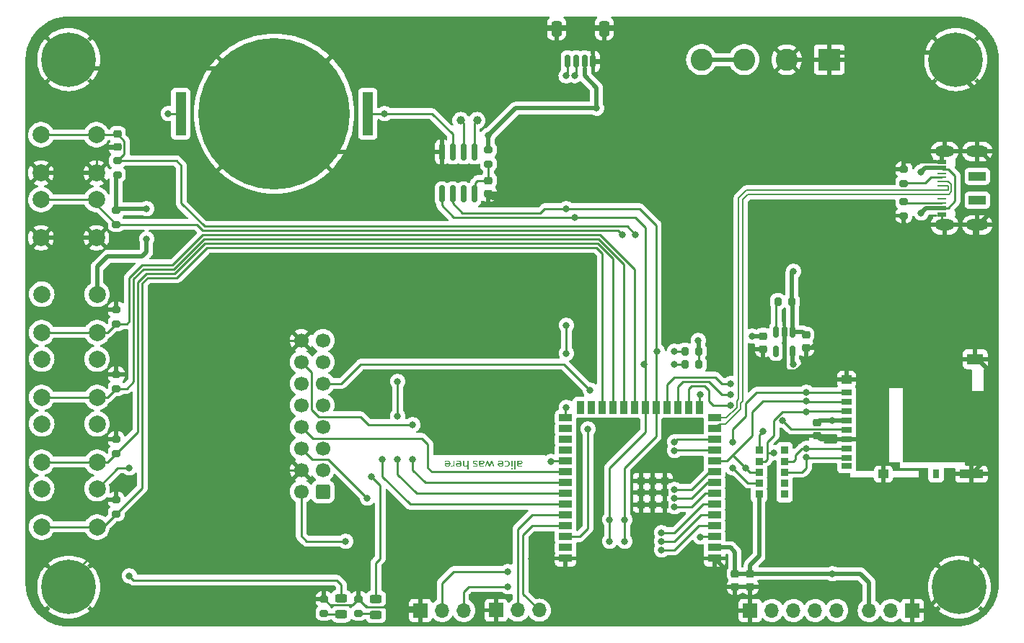
<source format=gbr>
%TF.GenerationSoftware,KiCad,Pcbnew,7.0.1*%
%TF.CreationDate,2023-04-30T23:40:33+01:00*%
%TF.ProjectId,clock25,636c6f63-6b32-4352-9e6b-696361645f70,rev?*%
%TF.SameCoordinates,Original*%
%TF.FileFunction,Copper,L1,Top*%
%TF.FilePolarity,Positive*%
%FSLAX46Y46*%
G04 Gerber Fmt 4.6, Leading zero omitted, Abs format (unit mm)*
G04 Created by KiCad (PCBNEW 7.0.1) date 2023-04-30 23:40:33*
%MOMM*%
%LPD*%
G01*
G04 APERTURE LIST*
G04 Aperture macros list*
%AMRoundRect*
0 Rectangle with rounded corners*
0 $1 Rounding radius*
0 $2 $3 $4 $5 $6 $7 $8 $9 X,Y pos of 4 corners*
0 Add a 4 corners polygon primitive as box body*
4,1,4,$2,$3,$4,$5,$6,$7,$8,$9,$2,$3,0*
0 Add four circle primitives for the rounded corners*
1,1,$1+$1,$2,$3*
1,1,$1+$1,$4,$5*
1,1,$1+$1,$6,$7*
1,1,$1+$1,$8,$9*
0 Add four rect primitives between the rounded corners*
20,1,$1+$1,$2,$3,$4,$5,0*
20,1,$1+$1,$4,$5,$6,$7,0*
20,1,$1+$1,$6,$7,$8,$9,0*
20,1,$1+$1,$8,$9,$2,$3,0*%
G04 Aperture macros list end*
%ADD10C,0.150000*%
%TA.AperFunction,NonConductor*%
%ADD11C,0.150000*%
%TD*%
%TA.AperFunction,SMDPad,CuDef*%
%ADD12R,0.900000X0.900000*%
%TD*%
%TA.AperFunction,ComponentPad*%
%ADD13C,0.800000*%
%TD*%
%TA.AperFunction,ComponentPad*%
%ADD14C,6.400000*%
%TD*%
%TA.AperFunction,ComponentPad*%
%ADD15C,2.000000*%
%TD*%
%TA.AperFunction,ComponentPad*%
%ADD16R,1.700000X1.700000*%
%TD*%
%TA.AperFunction,ComponentPad*%
%ADD17O,1.700000X1.700000*%
%TD*%
%TA.AperFunction,SMDPad,CuDef*%
%ADD18RoundRect,0.200000X-0.275000X0.200000X-0.275000X-0.200000X0.275000X-0.200000X0.275000X0.200000X0*%
%TD*%
%TA.AperFunction,SMDPad,CuDef*%
%ADD19RoundRect,0.243750X0.456250X-0.243750X0.456250X0.243750X-0.456250X0.243750X-0.456250X-0.243750X0*%
%TD*%
%TA.AperFunction,SMDPad,CuDef*%
%ADD20RoundRect,0.225000X-0.250000X0.225000X-0.250000X-0.225000X0.250000X-0.225000X0.250000X0.225000X0*%
%TD*%
%TA.AperFunction,SMDPad,CuDef*%
%ADD21R,1.200000X0.700000*%
%TD*%
%TA.AperFunction,SMDPad,CuDef*%
%ADD22R,0.800000X1.000000*%
%TD*%
%TA.AperFunction,SMDPad,CuDef*%
%ADD23R,1.200000X1.000000*%
%TD*%
%TA.AperFunction,SMDPad,CuDef*%
%ADD24R,2.800000X1.000000*%
%TD*%
%TA.AperFunction,SMDPad,CuDef*%
%ADD25R,1.900000X1.300000*%
%TD*%
%TA.AperFunction,SMDPad,CuDef*%
%ADD26RoundRect,0.150000X-0.150000X0.512500X-0.150000X-0.512500X0.150000X-0.512500X0.150000X0.512500X0*%
%TD*%
%TA.AperFunction,SMDPad,CuDef*%
%ADD27R,2.000000X1.000000*%
%TD*%
%TA.AperFunction,SMDPad,CuDef*%
%ADD28R,1.000000X0.520000*%
%TD*%
%TA.AperFunction,SMDPad,CuDef*%
%ADD29R,1.000000X0.270000*%
%TD*%
%TA.AperFunction,ComponentPad*%
%ADD30O,2.300000X1.300000*%
%TD*%
%TA.AperFunction,ComponentPad*%
%ADD31O,2.600000X1.300000*%
%TD*%
%TA.AperFunction,ComponentPad*%
%ADD32C,1.000000*%
%TD*%
%TA.AperFunction,SMDPad,CuDef*%
%ADD33RoundRect,0.200000X0.275000X-0.200000X0.275000X0.200000X-0.275000X0.200000X-0.275000X-0.200000X0*%
%TD*%
%TA.AperFunction,SMDPad,CuDef*%
%ADD34R,1.500000X0.900000*%
%TD*%
%TA.AperFunction,SMDPad,CuDef*%
%ADD35R,0.900000X1.500000*%
%TD*%
%TA.AperFunction,SMDPad,CuDef*%
%ADD36RoundRect,0.150000X0.150000X0.625000X-0.150000X0.625000X-0.150000X-0.625000X0.150000X-0.625000X0*%
%TD*%
%TA.AperFunction,SMDPad,CuDef*%
%ADD37RoundRect,0.250000X0.350000X0.650000X-0.350000X0.650000X-0.350000X-0.650000X0.350000X-0.650000X0*%
%TD*%
%TA.AperFunction,SMDPad,CuDef*%
%ADD38R,1.270000X5.080000*%
%TD*%
%TA.AperFunction,SMDPad,CuDef*%
%ADD39C,17.800000*%
%TD*%
%TA.AperFunction,SMDPad,CuDef*%
%ADD40RoundRect,0.200000X-0.200000X-0.275000X0.200000X-0.275000X0.200000X0.275000X-0.200000X0.275000X0*%
%TD*%
%TA.AperFunction,SMDPad,CuDef*%
%ADD41RoundRect,0.150000X-0.150000X0.825000X-0.150000X-0.825000X0.150000X-0.825000X0.150000X0.825000X0*%
%TD*%
%TA.AperFunction,SMDPad,CuDef*%
%ADD42RoundRect,0.200000X0.200000X0.275000X-0.200000X0.275000X-0.200000X-0.275000X0.200000X-0.275000X0*%
%TD*%
%TA.AperFunction,ComponentPad*%
%ADD43RoundRect,0.250000X0.600000X0.600000X-0.600000X0.600000X-0.600000X-0.600000X0.600000X-0.600000X0*%
%TD*%
%TA.AperFunction,ComponentPad*%
%ADD44C,1.700000*%
%TD*%
%TA.AperFunction,ComponentPad*%
%ADD45R,2.600000X2.600000*%
%TD*%
%TA.AperFunction,ComponentPad*%
%ADD46C,2.600000*%
%TD*%
%TA.AperFunction,ViaPad*%
%ADD47C,0.800000*%
%TD*%
%TA.AperFunction,Conductor*%
%ADD48C,0.250000*%
%TD*%
%TA.AperFunction,Conductor*%
%ADD49C,0.500000*%
%TD*%
%TA.AperFunction,Conductor*%
%ADD50C,0.200000*%
%TD*%
G04 APERTURE END LIST*
D10*
D11*
G36*
X147037220Y-116994589D02*
G01*
X147048371Y-116995252D01*
X147059385Y-116996358D01*
X147070261Y-116997906D01*
X147081000Y-116999896D01*
X147091602Y-117002328D01*
X147102066Y-117005202D01*
X147112393Y-117008519D01*
X147122583Y-117012278D01*
X147132635Y-117016479D01*
X147139260Y-117019525D01*
X147148967Y-117024477D01*
X147158305Y-117029806D01*
X147167274Y-117035513D01*
X147175873Y-117041598D01*
X147184104Y-117048061D01*
X147191965Y-117054902D01*
X147199457Y-117062121D01*
X147206579Y-117069717D01*
X147213333Y-117077691D01*
X147219717Y-117086043D01*
X147223768Y-117091821D01*
X147229399Y-117100825D01*
X147234475Y-117110159D01*
X147238998Y-117119824D01*
X147242968Y-117129820D01*
X147246383Y-117140146D01*
X147249244Y-117150803D01*
X147251552Y-117161790D01*
X147253306Y-117173108D01*
X147254506Y-117184756D01*
X147255152Y-117196736D01*
X147255275Y-117204905D01*
X147254965Y-117217192D01*
X147254035Y-117229200D01*
X147252484Y-117240929D01*
X147250314Y-117252380D01*
X147247523Y-117263552D01*
X147244112Y-117274446D01*
X147240082Y-117285061D01*
X147235430Y-117295397D01*
X147230159Y-117305455D01*
X147224268Y-117315234D01*
X147217756Y-117324735D01*
X147210625Y-117333957D01*
X147202873Y-117342901D01*
X147194501Y-117351565D01*
X147185509Y-117359952D01*
X147175896Y-117368060D01*
X147165611Y-117375808D01*
X147154662Y-117383058D01*
X147143049Y-117389807D01*
X147130772Y-117396056D01*
X147117831Y-117401805D01*
X147104226Y-117407054D01*
X147089957Y-117411804D01*
X147075024Y-117416053D01*
X147059427Y-117419803D01*
X147043165Y-117423052D01*
X147026240Y-117425802D01*
X147008651Y-117428052D01*
X146990398Y-117429801D01*
X146971480Y-117431051D01*
X146951899Y-117431801D01*
X146941859Y-117431989D01*
X146931653Y-117432051D01*
X146761416Y-117432051D01*
X146761416Y-117443775D01*
X146761597Y-117455976D01*
X146762141Y-117467730D01*
X146763048Y-117479034D01*
X146764316Y-117489891D01*
X146765948Y-117500299D01*
X146767942Y-117510258D01*
X146770299Y-117519770D01*
X146774513Y-117533196D01*
X146779544Y-117545613D01*
X146785390Y-117557021D01*
X146792051Y-117567420D01*
X146799529Y-117576810D01*
X146807822Y-117585191D01*
X146816957Y-117592743D01*
X146826959Y-117599551D01*
X146837828Y-117605617D01*
X146849565Y-117610940D01*
X146862169Y-117615520D01*
X146875640Y-117619358D01*
X146889978Y-117622453D01*
X146900019Y-117624103D01*
X146910445Y-117625423D01*
X146921256Y-117626414D01*
X146932453Y-117627074D01*
X146944036Y-117627404D01*
X146949972Y-117627445D01*
X146960925Y-117627347D01*
X146971621Y-117627050D01*
X146982060Y-117626557D01*
X146992241Y-117625865D01*
X147002164Y-117624977D01*
X147014995Y-117623485D01*
X147027367Y-117621641D01*
X147039281Y-117619447D01*
X147050738Y-117616901D01*
X147053531Y-117616210D01*
X147064506Y-117613424D01*
X147075329Y-117610562D01*
X147086000Y-117607624D01*
X147096517Y-117604609D01*
X147106882Y-117601518D01*
X147117095Y-117598350D01*
X147127155Y-117595106D01*
X147137062Y-117591786D01*
X147146682Y-117589682D01*
X147155380Y-117588855D01*
X147165546Y-117589801D01*
X147175041Y-117592641D01*
X147183865Y-117597373D01*
X147192016Y-117603998D01*
X147198748Y-117612119D01*
X147203557Y-117621095D01*
X147206442Y-117630926D01*
X147207404Y-117641612D01*
X147206509Y-117652823D01*
X147203826Y-117662949D01*
X147199354Y-117671990D01*
X147193092Y-117679946D01*
X147185042Y-117686817D01*
X147175204Y-117692602D01*
X147170767Y-117694612D01*
X147161468Y-117698451D01*
X147151980Y-117702183D01*
X147142302Y-117705807D01*
X147132436Y-117709324D01*
X147122381Y-117712734D01*
X147112137Y-117716036D01*
X147101705Y-117719231D01*
X147091083Y-117722318D01*
X147080272Y-117725299D01*
X147069273Y-117728172D01*
X147061835Y-117730027D01*
X147050486Y-117732646D01*
X147038880Y-117735008D01*
X147027016Y-117737111D01*
X147014894Y-117738958D01*
X147002515Y-117740546D01*
X146989879Y-117741877D01*
X146976984Y-117742950D01*
X146963832Y-117743766D01*
X146950423Y-117744324D01*
X146936756Y-117744625D01*
X146927501Y-117744682D01*
X146914798Y-117744524D01*
X146902394Y-117744048D01*
X146890290Y-117743257D01*
X146878485Y-117742148D01*
X146866980Y-117740723D01*
X146855774Y-117738980D01*
X146844868Y-117736922D01*
X146834262Y-117734546D01*
X146823955Y-117731854D01*
X146813947Y-117728844D01*
X146804240Y-117725518D01*
X146794832Y-117721876D01*
X146785723Y-117717916D01*
X146776914Y-117713640D01*
X146764262Y-117706632D01*
X146760195Y-117704138D01*
X146748355Y-117696338D01*
X146737108Y-117688144D01*
X146726454Y-117679554D01*
X146716391Y-117670570D01*
X146706922Y-117661190D01*
X146698045Y-117651416D01*
X146689760Y-117641246D01*
X146682068Y-117630682D01*
X146674968Y-117619722D01*
X146668461Y-117608368D01*
X146664452Y-117600579D01*
X146658908Y-117588714D01*
X146653910Y-117576751D01*
X146649457Y-117564689D01*
X146645550Y-117552528D01*
X146642187Y-117540268D01*
X146639370Y-117527910D01*
X146637098Y-117515453D01*
X146635372Y-117502897D01*
X146634190Y-117490242D01*
X146633554Y-117477489D01*
X146633433Y-117468932D01*
X146633433Y-117322630D01*
X146761416Y-117322630D01*
X146914801Y-117322630D01*
X146926943Y-117322537D01*
X146938763Y-117322256D01*
X146950261Y-117321789D01*
X146961436Y-117321134D01*
X146972288Y-117320293D01*
X146982818Y-117319264D01*
X146993026Y-117318049D01*
X147002911Y-117316646D01*
X147017134Y-117314192D01*
X147030632Y-117311317D01*
X147043404Y-117308021D01*
X147055450Y-117304304D01*
X147066771Y-117300167D01*
X147070383Y-117298695D01*
X147080553Y-117293917D01*
X147089723Y-117288559D01*
X147097893Y-117282622D01*
X147107229Y-117273805D01*
X147114788Y-117263957D01*
X147120567Y-117253079D01*
X147124569Y-117241170D01*
X147126403Y-117231562D01*
X147127236Y-117221375D01*
X147127292Y-117217850D01*
X147126800Y-117207390D01*
X147125323Y-117197257D01*
X147122861Y-117187453D01*
X147119415Y-117177978D01*
X147114984Y-117168830D01*
X147109569Y-117160010D01*
X147103169Y-117151519D01*
X147095785Y-117143356D01*
X147086999Y-117135914D01*
X147076520Y-117129465D01*
X147067548Y-117125279D01*
X147057624Y-117121651D01*
X147046746Y-117118581D01*
X147034915Y-117116070D01*
X147022131Y-117114116D01*
X147008393Y-117112721D01*
X146993703Y-117111884D01*
X146983380Y-117111636D01*
X146978060Y-117111605D01*
X146965768Y-117111873D01*
X146953622Y-117112678D01*
X146941622Y-117114020D01*
X146929768Y-117115898D01*
X146918060Y-117118313D01*
X146906498Y-117121265D01*
X146895082Y-117124753D01*
X146883812Y-117128778D01*
X146872688Y-117133340D01*
X146861710Y-117138438D01*
X146854473Y-117142135D01*
X146843819Y-117147928D01*
X146833564Y-117153859D01*
X146823709Y-117159926D01*
X146814253Y-117166132D01*
X146805196Y-117172474D01*
X146796538Y-117178954D01*
X146788280Y-117185572D01*
X146780421Y-117192327D01*
X146772962Y-117199219D01*
X146765901Y-117206249D01*
X146761416Y-117211011D01*
X146761416Y-117322630D01*
X146633433Y-117322630D01*
X146633433Y-117073014D01*
X146634344Y-117061764D01*
X146637079Y-117051309D01*
X146641637Y-117041649D01*
X146648019Y-117032783D01*
X146652484Y-117028073D01*
X146661181Y-117021031D01*
X146670603Y-117015718D01*
X146680749Y-117012135D01*
X146691620Y-117010282D01*
X146698157Y-117010000D01*
X146707932Y-117010609D01*
X146718576Y-117012861D01*
X146728401Y-117016773D01*
X146737409Y-117022345D01*
X146743342Y-117027341D01*
X146750385Y-117035408D01*
X146755697Y-117044224D01*
X146759280Y-117053788D01*
X146761134Y-117064099D01*
X146761416Y-117070327D01*
X146761416Y-117105254D01*
X146768781Y-117097656D01*
X146776589Y-117090156D01*
X146784838Y-117082755D01*
X146793530Y-117075453D01*
X146802664Y-117068249D01*
X146812241Y-117061145D01*
X146822259Y-117054139D01*
X146832720Y-117047231D01*
X146843623Y-117040423D01*
X146854968Y-117033713D01*
X146862777Y-117029295D01*
X146874960Y-117023053D01*
X146887787Y-117017425D01*
X146901258Y-117012411D01*
X146910596Y-117009410D01*
X146920221Y-117006681D01*
X146930132Y-117004225D01*
X146940329Y-117002042D01*
X146950813Y-117000132D01*
X146961582Y-116998495D01*
X146972638Y-116997131D01*
X146983980Y-116996039D01*
X146995608Y-116995221D01*
X147007523Y-116994675D01*
X147019723Y-116994402D01*
X147025931Y-116994368D01*
X147037220Y-116994589D01*
G37*
G36*
X146359148Y-117010000D02*
G01*
X146370398Y-117010864D01*
X146380853Y-117013459D01*
X146390514Y-117017783D01*
X146399380Y-117023837D01*
X146404089Y-117028073D01*
X146411226Y-117036390D01*
X146416611Y-117045524D01*
X146420242Y-117055477D01*
X146422121Y-117066248D01*
X146422407Y-117072770D01*
X146422407Y-117977445D01*
X146421763Y-117987626D01*
X146419384Y-117998614D01*
X146415251Y-118008644D01*
X146409366Y-118017715D01*
X146404089Y-118023607D01*
X146395677Y-118030650D01*
X146386471Y-118035963D01*
X146376470Y-118039546D01*
X146365674Y-118041399D01*
X146359148Y-118041681D01*
X146348959Y-118041046D01*
X146337939Y-118038698D01*
X146327855Y-118034621D01*
X146318705Y-118028814D01*
X146312742Y-118023607D01*
X146305604Y-118015221D01*
X146300220Y-118005876D01*
X146296588Y-117995573D01*
X146294710Y-117984311D01*
X146294424Y-117977445D01*
X146294424Y-117072770D01*
X146295300Y-117061532D01*
X146297930Y-117051111D01*
X146302313Y-117041509D01*
X146308449Y-117032726D01*
X146312742Y-117028073D01*
X146321224Y-117021031D01*
X146330640Y-117015718D01*
X146340992Y-117012135D01*
X146352279Y-117010282D01*
X146359148Y-117010000D01*
G37*
G36*
X146014033Y-117885366D02*
G01*
X146024824Y-117886139D01*
X146035030Y-117888457D01*
X146044653Y-117892321D01*
X146053692Y-117897731D01*
X146062147Y-117904686D01*
X146064836Y-117907348D01*
X146071974Y-117915992D01*
X146077635Y-117925254D01*
X146081820Y-117935134D01*
X146084528Y-117945633D01*
X146085758Y-117956750D01*
X146085840Y-117960593D01*
X146085840Y-117966454D01*
X146085102Y-117977769D01*
X146082887Y-117988448D01*
X146079194Y-117998491D01*
X146074025Y-118007899D01*
X146067379Y-118016672D01*
X146064836Y-118019455D01*
X146056575Y-118027009D01*
X146047731Y-118032999D01*
X146038303Y-118037427D01*
X146028291Y-118040292D01*
X146017695Y-118041594D01*
X146014033Y-118041681D01*
X146005729Y-118041681D01*
X145994947Y-118040900D01*
X145984766Y-118038556D01*
X145975186Y-118034649D01*
X145966207Y-118029179D01*
X145957829Y-118022147D01*
X145955170Y-118019455D01*
X145947949Y-118010894D01*
X145942222Y-118001698D01*
X145937989Y-117991866D01*
X145935249Y-117981399D01*
X145934004Y-117970297D01*
X145933921Y-117966454D01*
X145933921Y-117960593D01*
X145934668Y-117949270D01*
X145936910Y-117938565D01*
X145940645Y-117928479D01*
X145945874Y-117919010D01*
X145952597Y-117910160D01*
X145955170Y-117907348D01*
X145963348Y-117899877D01*
X145972126Y-117893953D01*
X145981506Y-117889573D01*
X145991486Y-117886740D01*
X146002068Y-117885452D01*
X146005729Y-117885366D01*
X146014033Y-117885366D01*
G37*
G36*
X146011346Y-117010000D02*
G01*
X146022596Y-117010853D01*
X146033051Y-117013412D01*
X146042712Y-117017678D01*
X146051578Y-117023650D01*
X146056287Y-117027829D01*
X146063425Y-117036134D01*
X146068809Y-117045233D01*
X146072441Y-117055128D01*
X146074319Y-117065817D01*
X146074605Y-117072281D01*
X146074605Y-117665547D01*
X146073961Y-117675554D01*
X146071582Y-117686359D01*
X146067450Y-117696230D01*
X146061564Y-117705166D01*
X146056287Y-117710976D01*
X146047875Y-117718019D01*
X146038669Y-117723332D01*
X146028668Y-117726915D01*
X146017872Y-117728768D01*
X146011346Y-117729050D01*
X146001157Y-117728415D01*
X145990137Y-117726068D01*
X145980053Y-117721990D01*
X145970903Y-117716183D01*
X145964940Y-117710976D01*
X145957803Y-117702708D01*
X145952418Y-117693505D01*
X145948787Y-117683367D01*
X145946908Y-117672295D01*
X145946622Y-117665547D01*
X145946622Y-117072281D01*
X145947499Y-117061138D01*
X145950128Y-117050790D01*
X145954511Y-117041236D01*
X145960647Y-117032477D01*
X145964940Y-117027829D01*
X145973422Y-117020882D01*
X145982839Y-117015641D01*
X145993190Y-117012106D01*
X146004477Y-117010278D01*
X146011346Y-117010000D01*
G37*
G36*
X145394877Y-116994368D02*
G01*
X145407309Y-116994542D01*
X145419630Y-116995063D01*
X145431840Y-116995931D01*
X145443940Y-116997146D01*
X145455929Y-116998709D01*
X145467807Y-117000619D01*
X145479574Y-117002876D01*
X145491231Y-117005481D01*
X145502777Y-117008433D01*
X145514213Y-117011732D01*
X145525538Y-117015379D01*
X145536752Y-117019372D01*
X145547855Y-117023713D01*
X145558848Y-117028402D01*
X145569730Y-117033437D01*
X145580502Y-117038820D01*
X145591087Y-117044562D01*
X145601411Y-117050613D01*
X145611474Y-117056972D01*
X145621275Y-117063641D01*
X145630815Y-117070619D01*
X145640093Y-117077907D01*
X145649110Y-117085503D01*
X145657866Y-117093408D01*
X145666360Y-117101623D01*
X145674593Y-117110147D01*
X145682564Y-117118980D01*
X145690274Y-117128121D01*
X145697722Y-117137573D01*
X145704909Y-117147333D01*
X145711835Y-117157402D01*
X145718499Y-117167780D01*
X145724799Y-117178443D01*
X145730692Y-117189365D01*
X145736179Y-117200547D01*
X145741260Y-117211988D01*
X145745934Y-117223689D01*
X145750201Y-117235649D01*
X145754062Y-117247869D01*
X145757517Y-117260348D01*
X145760565Y-117273087D01*
X145763207Y-117286086D01*
X145765442Y-117299343D01*
X145767271Y-117312861D01*
X145768694Y-117326637D01*
X145769710Y-117340674D01*
X145770320Y-117354970D01*
X145770523Y-117369525D01*
X145770320Y-117384255D01*
X145769710Y-117398708D01*
X145768694Y-117412885D01*
X145767271Y-117426785D01*
X145765442Y-117440408D01*
X145763207Y-117453754D01*
X145760565Y-117466824D01*
X145757517Y-117479617D01*
X145754062Y-117492134D01*
X145750201Y-117504374D01*
X145745934Y-117516337D01*
X145741260Y-117528023D01*
X145736179Y-117539433D01*
X145730692Y-117550566D01*
X145724799Y-117561423D01*
X145718499Y-117572002D01*
X145711835Y-117582291D01*
X145704909Y-117592274D01*
X145697722Y-117601953D01*
X145690274Y-117611325D01*
X145682564Y-117620393D01*
X145674593Y-117629155D01*
X145666360Y-117637612D01*
X145657866Y-117645764D01*
X145649110Y-117653610D01*
X145640093Y-117661151D01*
X145630815Y-117668387D01*
X145621275Y-117675317D01*
X145611474Y-117681942D01*
X145601411Y-117688262D01*
X145591087Y-117694276D01*
X145580502Y-117699986D01*
X145569730Y-117705398D01*
X145558848Y-117710461D01*
X145547855Y-117715175D01*
X145536752Y-117719540D01*
X145525538Y-117723556D01*
X145514213Y-117727222D01*
X145502777Y-117730540D01*
X145491231Y-117733508D01*
X145479574Y-117736127D01*
X145467807Y-117738397D01*
X145455929Y-117740317D01*
X145443940Y-117741888D01*
X145431840Y-117743111D01*
X145419630Y-117743984D01*
X145407309Y-117744507D01*
X145394877Y-117744682D01*
X145384605Y-117744597D01*
X145374548Y-117744342D01*
X145364707Y-117743918D01*
X145350349Y-117742963D01*
X145336477Y-117741625D01*
X145323089Y-117739906D01*
X145310187Y-117737804D01*
X145297770Y-117735320D01*
X145285838Y-117732455D01*
X145274391Y-117729207D01*
X145263430Y-117725577D01*
X145256392Y-117722944D01*
X145246131Y-117718893D01*
X145236230Y-117714798D01*
X145226690Y-117710661D01*
X145217511Y-117706481D01*
X145208693Y-117702258D01*
X145197496Y-117696560D01*
X145186940Y-117690786D01*
X145177025Y-117684936D01*
X145167752Y-117679009D01*
X145165533Y-117677515D01*
X145157442Y-117671557D01*
X145149542Y-117663589D01*
X145143617Y-117654727D01*
X145139667Y-117644973D01*
X145137692Y-117634325D01*
X145137445Y-117628667D01*
X145138663Y-117617772D01*
X145141788Y-117608251D01*
X145146837Y-117598882D01*
X145152833Y-117590809D01*
X145159904Y-117583766D01*
X145168815Y-117577836D01*
X145178611Y-117574165D01*
X145189293Y-117572753D01*
X145190690Y-117572735D01*
X145200436Y-117573570D01*
X145210134Y-117576074D01*
X145219785Y-117580248D01*
X145221709Y-117581284D01*
X145230845Y-117586237D01*
X145239936Y-117590962D01*
X145248980Y-117595457D01*
X145257979Y-117599724D01*
X145266932Y-117603761D01*
X145278059Y-117608487D01*
X145289115Y-117612854D01*
X145293517Y-117614501D01*
X145304991Y-117618230D01*
X145314865Y-117620758D01*
X145325358Y-117622882D01*
X145336469Y-117624601D01*
X145348199Y-117625916D01*
X145360546Y-117626826D01*
X145373512Y-117627332D01*
X145383642Y-117627445D01*
X145398726Y-117627165D01*
X145413386Y-117626323D01*
X145427623Y-117624921D01*
X145441436Y-117622957D01*
X145454826Y-117620433D01*
X145467792Y-117617348D01*
X145480334Y-117613701D01*
X145492452Y-117609494D01*
X145504147Y-117604725D01*
X145515419Y-117599396D01*
X145526267Y-117593505D01*
X145536691Y-117587054D01*
X145546691Y-117580041D01*
X145556268Y-117572468D01*
X145565422Y-117564333D01*
X145574152Y-117555638D01*
X145582403Y-117546525D01*
X145590123Y-117537076D01*
X145597310Y-117527291D01*
X145603965Y-117517170D01*
X145610087Y-117506713D01*
X145615677Y-117495921D01*
X145620734Y-117484792D01*
X145625259Y-117473328D01*
X145629252Y-117461528D01*
X145632713Y-117449392D01*
X145635641Y-117436921D01*
X145638036Y-117424113D01*
X145639900Y-117410970D01*
X145641231Y-117397491D01*
X145642029Y-117383676D01*
X145642295Y-117369525D01*
X145642029Y-117355373D01*
X145641231Y-117341555D01*
X145639900Y-117328071D01*
X145638036Y-117314921D01*
X145635641Y-117302105D01*
X145632713Y-117289623D01*
X145629252Y-117277475D01*
X145625259Y-117265661D01*
X145620734Y-117254180D01*
X145615677Y-117243034D01*
X145610087Y-117232221D01*
X145603965Y-117221743D01*
X145597310Y-117211598D01*
X145590123Y-117201787D01*
X145582403Y-117192311D01*
X145574152Y-117183168D01*
X145565422Y-117174502D01*
X145556268Y-117166395D01*
X145546691Y-117158847D01*
X145536691Y-117151859D01*
X145526267Y-117145429D01*
X145515419Y-117139559D01*
X145504147Y-117134248D01*
X145492452Y-117129495D01*
X145480334Y-117125302D01*
X145467792Y-117121668D01*
X145454826Y-117118593D01*
X145441436Y-117116077D01*
X145427623Y-117114120D01*
X145413386Y-117112723D01*
X145398726Y-117111884D01*
X145383642Y-117111605D01*
X145373512Y-117111725D01*
X145363730Y-117112085D01*
X145351228Y-117112940D01*
X145339344Y-117114223D01*
X145328078Y-117115932D01*
X145317430Y-117118069D01*
X145307401Y-117120634D01*
X145297990Y-117123626D01*
X145293517Y-117125282D01*
X145282490Y-117129676D01*
X145271392Y-117134308D01*
X145260222Y-117139178D01*
X145251234Y-117143246D01*
X145242201Y-117147467D01*
X145233122Y-117151841D01*
X145223998Y-117156367D01*
X145221709Y-117157522D01*
X145212068Y-117162030D01*
X145202380Y-117164869D01*
X145192643Y-117166037D01*
X145190690Y-117166071D01*
X145179898Y-117164926D01*
X145169991Y-117161491D01*
X145160969Y-117155767D01*
X145153801Y-117148879D01*
X145152833Y-117147752D01*
X145146837Y-117139775D01*
X145141788Y-117130486D01*
X145138663Y-117121014D01*
X145137445Y-117110139D01*
X145138433Y-117099120D01*
X145141395Y-117088959D01*
X145146333Y-117079656D01*
X145153245Y-117071213D01*
X145162132Y-117063628D01*
X145165533Y-117061290D01*
X145174647Y-117055730D01*
X145184401Y-117050162D01*
X145194797Y-117044587D01*
X145205833Y-117039003D01*
X145217511Y-117033412D01*
X145226690Y-117029214D01*
X145236230Y-117025012D01*
X145246131Y-117020805D01*
X145256392Y-117016594D01*
X145267030Y-117012622D01*
X145278153Y-117009041D01*
X145289762Y-117005850D01*
X145301855Y-117003050D01*
X145314434Y-117000641D01*
X145327498Y-116998622D01*
X145341047Y-116996994D01*
X145355081Y-116995757D01*
X145369600Y-116994911D01*
X145379549Y-116994563D01*
X145389714Y-116994390D01*
X145394877Y-116994368D01*
G37*
G36*
X144676211Y-116994464D02*
G01*
X144686708Y-116994752D01*
X144697058Y-116995233D01*
X144707261Y-116995906D01*
X144717318Y-116996771D01*
X144727229Y-116997828D01*
X144736993Y-116999078D01*
X144756082Y-117002154D01*
X144774586Y-117005999D01*
X144792503Y-117010613D01*
X144809835Y-117015996D01*
X144826581Y-117022147D01*
X144842741Y-117029068D01*
X144858315Y-117036758D01*
X144873304Y-117045217D01*
X144887706Y-117054445D01*
X144901523Y-117064442D01*
X144914754Y-117075207D01*
X144927400Y-117086742D01*
X144933503Y-117092798D01*
X144945185Y-117105414D01*
X144956114Y-117118653D01*
X144966289Y-117132517D01*
X144975711Y-117147004D01*
X144984379Y-117162116D01*
X144992293Y-117177852D01*
X144999453Y-117194211D01*
X145005860Y-117211195D01*
X145011512Y-117228802D01*
X145016412Y-117247033D01*
X145020557Y-117265889D01*
X145022347Y-117275550D01*
X145023949Y-117285368D01*
X145025362Y-117295342D01*
X145026587Y-117305471D01*
X145027623Y-117315757D01*
X145028471Y-117326199D01*
X145029131Y-117336796D01*
X145029602Y-117347550D01*
X145029884Y-117358459D01*
X145029979Y-117369525D01*
X145029841Y-117381512D01*
X145029429Y-117393415D01*
X145028742Y-117405234D01*
X145027780Y-117416969D01*
X145026544Y-117428620D01*
X145025033Y-117440187D01*
X145023247Y-117451671D01*
X145021186Y-117463070D01*
X145018850Y-117474385D01*
X145016240Y-117485617D01*
X145013355Y-117496764D01*
X145010195Y-117507827D01*
X145006760Y-117518807D01*
X145003051Y-117529702D01*
X144999067Y-117540514D01*
X144994808Y-117551242D01*
X144990258Y-117561833D01*
X144985400Y-117572174D01*
X144980236Y-117582265D01*
X144974764Y-117592107D01*
X144968986Y-117601698D01*
X144962900Y-117611039D01*
X144956506Y-117620131D01*
X144949806Y-117628972D01*
X144942798Y-117637563D01*
X144935483Y-117645905D01*
X144927861Y-117653996D01*
X144919932Y-117661838D01*
X144911695Y-117669429D01*
X144903152Y-117676771D01*
X144894301Y-117683863D01*
X144885143Y-117690704D01*
X144875636Y-117697241D01*
X144865802Y-117703355D01*
X144855639Y-117709048D01*
X144845148Y-117714320D01*
X144834329Y-117719169D01*
X144823181Y-117723597D01*
X144811706Y-117727603D01*
X144799902Y-117731188D01*
X144787770Y-117734350D01*
X144775310Y-117737091D01*
X144762521Y-117739411D01*
X144749405Y-117741308D01*
X144735960Y-117742784D01*
X144722187Y-117743839D01*
X144708086Y-117744471D01*
X144693656Y-117744682D01*
X144680233Y-117744484D01*
X144667076Y-117743892D01*
X144654183Y-117742905D01*
X144641556Y-117741522D01*
X144629194Y-117739745D01*
X144617097Y-117737572D01*
X144605266Y-117735005D01*
X144593700Y-117732042D01*
X144582399Y-117728685D01*
X144571363Y-117724933D01*
X144560592Y-117720785D01*
X144550087Y-117716243D01*
X144539847Y-117711306D01*
X144529872Y-117705973D01*
X144520163Y-117700246D01*
X144510718Y-117694124D01*
X144501547Y-117687714D01*
X144492656Y-117681064D01*
X144484045Y-117674174D01*
X144475715Y-117667043D01*
X144467666Y-117659672D01*
X144459897Y-117652061D01*
X144452408Y-117644208D01*
X144445200Y-117636116D01*
X144438273Y-117627783D01*
X144431626Y-117619210D01*
X144425259Y-117610396D01*
X144419173Y-117601342D01*
X144413367Y-117592047D01*
X144407842Y-117582512D01*
X144402598Y-117572737D01*
X144397634Y-117562721D01*
X144392931Y-117552559D01*
X144388532Y-117542285D01*
X144384436Y-117531898D01*
X144380644Y-117521398D01*
X144377155Y-117510786D01*
X144373969Y-117500061D01*
X144371087Y-117489224D01*
X144368508Y-117478274D01*
X144366232Y-117467212D01*
X144364260Y-117456037D01*
X144362592Y-117444749D01*
X144361226Y-117433349D01*
X144361106Y-117432051D01*
X144485317Y-117432051D01*
X144486392Y-117444867D01*
X144487970Y-117457210D01*
X144490050Y-117469081D01*
X144492633Y-117480480D01*
X144495718Y-117491406D01*
X144499305Y-117501861D01*
X144503394Y-117511843D01*
X144507986Y-117521352D01*
X144513080Y-117530390D01*
X144518676Y-117538955D01*
X144522686Y-117544403D01*
X144528989Y-117552261D01*
X144535532Y-117559716D01*
X144542315Y-117566767D01*
X144551734Y-117575540D01*
X144561580Y-117583597D01*
X144571853Y-117590935D01*
X144582554Y-117597557D01*
X144593683Y-117603460D01*
X144602309Y-117607418D01*
X144613888Y-117612112D01*
X144625421Y-117616180D01*
X144636908Y-117619622D01*
X144648349Y-117622438D01*
X144659745Y-117624629D01*
X144671094Y-117626194D01*
X144682398Y-117627132D01*
X144693656Y-117627445D01*
X144704914Y-117627132D01*
X144716218Y-117626194D01*
X144727568Y-117624629D01*
X144738963Y-117622438D01*
X144750404Y-117619622D01*
X144761892Y-117616180D01*
X144773424Y-117612112D01*
X144785003Y-117607418D01*
X144796387Y-117602052D01*
X144807336Y-117595969D01*
X144817850Y-117589168D01*
X144827929Y-117581650D01*
X144837572Y-117573414D01*
X144846781Y-117564461D01*
X144853402Y-117557276D01*
X144859779Y-117549687D01*
X144863893Y-117544403D01*
X144869694Y-117536152D01*
X144875005Y-117527430D01*
X144879826Y-117518235D01*
X144884158Y-117508568D01*
X144888000Y-117498428D01*
X144891354Y-117487817D01*
X144894217Y-117476733D01*
X144896591Y-117465177D01*
X144898476Y-117453148D01*
X144899872Y-117440647D01*
X144900530Y-117432051D01*
X144485317Y-117432051D01*
X144361106Y-117432051D01*
X144360165Y-117421836D01*
X144359406Y-117410210D01*
X144358951Y-117398473D01*
X144358799Y-117386622D01*
X144359417Y-117376756D01*
X144361702Y-117366005D01*
X144365669Y-117356073D01*
X144371319Y-117346958D01*
X144376385Y-117340949D01*
X144384651Y-117333811D01*
X144394063Y-117328426D01*
X144404620Y-117324795D01*
X144414580Y-117323078D01*
X144423524Y-117322630D01*
X144900530Y-117322630D01*
X144898933Y-117310840D01*
X144896950Y-117299343D01*
X144894582Y-117288141D01*
X144891829Y-117277232D01*
X144888690Y-117266617D01*
X144885165Y-117256296D01*
X144881256Y-117246268D01*
X144876960Y-117236535D01*
X144872280Y-117227095D01*
X144867214Y-117217949D01*
X144861762Y-117209097D01*
X144855925Y-117200539D01*
X144849703Y-117192275D01*
X144843095Y-117184305D01*
X144836101Y-117176628D01*
X144828722Y-117169246D01*
X144820943Y-117162266D01*
X144812747Y-117155736D01*
X144804136Y-117149657D01*
X144795109Y-117144028D01*
X144785665Y-117138849D01*
X144775806Y-117134121D01*
X144765530Y-117129843D01*
X144754839Y-117126015D01*
X144743732Y-117122637D01*
X144732208Y-117119710D01*
X144720269Y-117117234D01*
X144707914Y-117115207D01*
X144695143Y-117113631D01*
X144681955Y-117112505D01*
X144668352Y-117111830D01*
X144654333Y-117111605D01*
X144642602Y-117111710D01*
X144631223Y-117112025D01*
X144620197Y-117112551D01*
X144609522Y-117113288D01*
X144599200Y-117114234D01*
X144589229Y-117115391D01*
X144576483Y-117117261D01*
X144564362Y-117119505D01*
X144552867Y-117122123D01*
X144547355Y-117123572D01*
X144536494Y-117126748D01*
X144525770Y-117130167D01*
X144515183Y-117133831D01*
X144504734Y-117137739D01*
X144494423Y-117141891D01*
X144484248Y-117146287D01*
X144474212Y-117150928D01*
X144464312Y-117155812D01*
X144454700Y-117159450D01*
X144444968Y-117161161D01*
X144438911Y-117161430D01*
X144428027Y-117160468D01*
X144417845Y-117157583D01*
X144408365Y-117152775D01*
X144399588Y-117146043D01*
X144392215Y-117137937D01*
X144386948Y-117128763D01*
X144383788Y-117118520D01*
X144382751Y-117108681D01*
X144382735Y-117107208D01*
X144383761Y-117097033D01*
X144386838Y-117087573D01*
X144391966Y-117078829D01*
X144393237Y-117077166D01*
X144400302Y-117069400D01*
X144408369Y-117062588D01*
X144417438Y-117056730D01*
X144419371Y-117055673D01*
X144428141Y-117050763D01*
X144437049Y-117046016D01*
X144446093Y-117041432D01*
X144455275Y-117037011D01*
X144464595Y-117032754D01*
X144474051Y-117028659D01*
X144483645Y-117024728D01*
X144493377Y-117020960D01*
X144503246Y-117017355D01*
X144513252Y-117013913D01*
X144520000Y-117011709D01*
X144530451Y-117008610D01*
X144541563Y-117005816D01*
X144553337Y-117003326D01*
X144565772Y-117001142D01*
X144578868Y-116999262D01*
X144592625Y-116997687D01*
X144607044Y-116996417D01*
X144617024Y-116995740D01*
X144627297Y-116995198D01*
X144637864Y-116994791D01*
X144648725Y-116994520D01*
X144659881Y-116994385D01*
X144665568Y-116994368D01*
X144676211Y-116994464D01*
G37*
G36*
X143616545Y-117010000D02*
G01*
X143626964Y-117010609D01*
X143636970Y-117012438D01*
X143646564Y-117015486D01*
X143655746Y-117019754D01*
X143664516Y-117025241D01*
X143667348Y-117027341D01*
X143675285Y-117034058D01*
X143682243Y-117041205D01*
X143689123Y-117050086D01*
X143694671Y-117059551D01*
X143698367Y-117068129D01*
X143897913Y-117643321D01*
X143900759Y-117653200D01*
X143902202Y-117663298D01*
X143902309Y-117666769D01*
X143901433Y-117677900D01*
X143898803Y-117688213D01*
X143894420Y-117697708D01*
X143888284Y-117706385D01*
X143883991Y-117710976D01*
X143875580Y-117718019D01*
X143866373Y-117723332D01*
X143856372Y-117726915D01*
X143845576Y-117728768D01*
X143839050Y-117729050D01*
X143828212Y-117728278D01*
X143817953Y-117725959D01*
X143808274Y-117722095D01*
X143803147Y-117719281D01*
X143794792Y-117713148D01*
X143788137Y-117705740D01*
X143783183Y-117697056D01*
X143781165Y-117691681D01*
X143616545Y-117157522D01*
X143453391Y-117679225D01*
X143449731Y-117688456D01*
X143444175Y-117698062D01*
X143437153Y-117706660D01*
X143429806Y-117713357D01*
X143427501Y-117715129D01*
X143418933Y-117720553D01*
X143409897Y-117724645D01*
X143400393Y-117727405D01*
X143390422Y-117728833D01*
X143384515Y-117729050D01*
X143374253Y-117728384D01*
X143364412Y-117726386D01*
X143354992Y-117723055D01*
X143345993Y-117718392D01*
X143341039Y-117715129D01*
X143333062Y-117708652D01*
X143326440Y-117701404D01*
X143320532Y-117692176D01*
X143316396Y-117681941D01*
X143315638Y-117679225D01*
X143152484Y-117157522D01*
X142987864Y-117691681D01*
X142983816Y-117701073D01*
X142977989Y-117709189D01*
X142970386Y-117716031D01*
X142965394Y-117719281D01*
X142955699Y-117724003D01*
X142945851Y-117727180D01*
X142935847Y-117728812D01*
X142930223Y-117729050D01*
X142920448Y-117728346D01*
X142909804Y-117725745D01*
X142899979Y-117721227D01*
X142890971Y-117714792D01*
X142885038Y-117709023D01*
X142878813Y-117701186D01*
X142873875Y-117692696D01*
X142870226Y-117683554D01*
X142867865Y-117673760D01*
X142866791Y-117663313D01*
X142866720Y-117659685D01*
X142867561Y-117649835D01*
X142869850Y-117640269D01*
X142871116Y-117636482D01*
X143070907Y-117067397D01*
X143075218Y-117057537D01*
X143080884Y-117048263D01*
X143087907Y-117039572D01*
X143095005Y-117032588D01*
X143101681Y-117027096D01*
X143110314Y-117021286D01*
X143119358Y-117016678D01*
X143128815Y-117013272D01*
X143138684Y-117011068D01*
X143148965Y-117010066D01*
X143152484Y-117010000D01*
X143162819Y-117010601D01*
X143172760Y-117012404D01*
X143182305Y-117015409D01*
X143191456Y-117019617D01*
X143200211Y-117025026D01*
X143203042Y-117027096D01*
X143211022Y-117033774D01*
X143218109Y-117040984D01*
X143224303Y-117048726D01*
X143229603Y-117057001D01*
X143234011Y-117065808D01*
X143235282Y-117068862D01*
X143384515Y-117521444D01*
X143533747Y-117068862D01*
X143537857Y-117059878D01*
X143542860Y-117051425D01*
X143548756Y-117043506D01*
X143555546Y-117036118D01*
X143563228Y-117029263D01*
X143565987Y-117027096D01*
X143574611Y-117021286D01*
X143583630Y-117016678D01*
X143593044Y-117013272D01*
X143602852Y-117011068D01*
X143613056Y-117010066D01*
X143616545Y-117010000D01*
G37*
G36*
X142558783Y-116994589D02*
G01*
X142569934Y-116995252D01*
X142580948Y-116996358D01*
X142591824Y-116997906D01*
X142602563Y-116999896D01*
X142613165Y-117002328D01*
X142623629Y-117005202D01*
X142633956Y-117008519D01*
X142644146Y-117012278D01*
X142654198Y-117016479D01*
X142660823Y-117019525D01*
X142670530Y-117024477D01*
X142679868Y-117029806D01*
X142688837Y-117035513D01*
X142697436Y-117041598D01*
X142705667Y-117048061D01*
X142713528Y-117054902D01*
X142721020Y-117062121D01*
X142728142Y-117069717D01*
X142734896Y-117077691D01*
X142741280Y-117086043D01*
X142745331Y-117091821D01*
X142750962Y-117100825D01*
X142756039Y-117110159D01*
X142760562Y-117119824D01*
X142764531Y-117129820D01*
X142767946Y-117140146D01*
X142770808Y-117150803D01*
X142773115Y-117161790D01*
X142774869Y-117173108D01*
X142776069Y-117184756D01*
X142776715Y-117196736D01*
X142776838Y-117204905D01*
X142776528Y-117217192D01*
X142775598Y-117229200D01*
X142774048Y-117240929D01*
X142771877Y-117252380D01*
X142769086Y-117263552D01*
X142765676Y-117274446D01*
X142761645Y-117285061D01*
X142756994Y-117295397D01*
X142751722Y-117305455D01*
X142745831Y-117315234D01*
X142739319Y-117324735D01*
X142732188Y-117333957D01*
X142724436Y-117342901D01*
X142716064Y-117351565D01*
X142707072Y-117359952D01*
X142697459Y-117368060D01*
X142687174Y-117375808D01*
X142676226Y-117383058D01*
X142664613Y-117389807D01*
X142652336Y-117396056D01*
X142639394Y-117401805D01*
X142625789Y-117407054D01*
X142611520Y-117411804D01*
X142596587Y-117416053D01*
X142580990Y-117419803D01*
X142564729Y-117423052D01*
X142547803Y-117425802D01*
X142530214Y-117428052D01*
X142511961Y-117429801D01*
X142493043Y-117431051D01*
X142473462Y-117431801D01*
X142463422Y-117431989D01*
X142453217Y-117432051D01*
X142282979Y-117432051D01*
X142282979Y-117443775D01*
X142283161Y-117455976D01*
X142283704Y-117467730D01*
X142284611Y-117479034D01*
X142285880Y-117489891D01*
X142287511Y-117500299D01*
X142289505Y-117510258D01*
X142291862Y-117519770D01*
X142296076Y-117533196D01*
X142301107Y-117545613D01*
X142306953Y-117557021D01*
X142313615Y-117567420D01*
X142321092Y-117576810D01*
X142329385Y-117585191D01*
X142338520Y-117592743D01*
X142348522Y-117599551D01*
X142359391Y-117605617D01*
X142371128Y-117610940D01*
X142383732Y-117615520D01*
X142397203Y-117619358D01*
X142411541Y-117622453D01*
X142421582Y-117624103D01*
X142432008Y-117625423D01*
X142442820Y-117626414D01*
X142454017Y-117627074D01*
X142465599Y-117627404D01*
X142471535Y-117627445D01*
X142482488Y-117627347D01*
X142493185Y-117627050D01*
X142503623Y-117626557D01*
X142513804Y-117625865D01*
X142523727Y-117624977D01*
X142536558Y-117623485D01*
X142548930Y-117621641D01*
X142560845Y-117619447D01*
X142572301Y-117616901D01*
X142575094Y-117616210D01*
X142586069Y-117613424D01*
X142596892Y-117610562D01*
X142607563Y-117607624D01*
X142618080Y-117604609D01*
X142628446Y-117601518D01*
X142638658Y-117598350D01*
X142648718Y-117595106D01*
X142658625Y-117591786D01*
X142668245Y-117589682D01*
X142676943Y-117588855D01*
X142687110Y-117589801D01*
X142696605Y-117592641D01*
X142705428Y-117597373D01*
X142713579Y-117603998D01*
X142720311Y-117612119D01*
X142725120Y-117621095D01*
X142728005Y-117630926D01*
X142728967Y-117641612D01*
X142728072Y-117652823D01*
X142725389Y-117662949D01*
X142720917Y-117671990D01*
X142714656Y-117679946D01*
X142706606Y-117686817D01*
X142696767Y-117692602D01*
X142692330Y-117694612D01*
X142683031Y-117698451D01*
X142673543Y-117702183D01*
X142663865Y-117705807D01*
X142653999Y-117709324D01*
X142643944Y-117712734D01*
X142633701Y-117716036D01*
X142623268Y-117719231D01*
X142612646Y-117722318D01*
X142601835Y-117725299D01*
X142590836Y-117728172D01*
X142583398Y-117730027D01*
X142572049Y-117732646D01*
X142560443Y-117735008D01*
X142548579Y-117737111D01*
X142536458Y-117738958D01*
X142524078Y-117740546D01*
X142511442Y-117741877D01*
X142498547Y-117742950D01*
X142485396Y-117743766D01*
X142471986Y-117744324D01*
X142458319Y-117744625D01*
X142449064Y-117744682D01*
X142436361Y-117744524D01*
X142423957Y-117744048D01*
X142411853Y-117743257D01*
X142400048Y-117742148D01*
X142388543Y-117740723D01*
X142377337Y-117738980D01*
X142366431Y-117736922D01*
X142355825Y-117734546D01*
X142345518Y-117731854D01*
X142335511Y-117728844D01*
X142325803Y-117725518D01*
X142316395Y-117721876D01*
X142307286Y-117717916D01*
X142298477Y-117713640D01*
X142285826Y-117706632D01*
X142281758Y-117704138D01*
X142269918Y-117696338D01*
X142258671Y-117688144D01*
X142248017Y-117679554D01*
X142237955Y-117670570D01*
X142228485Y-117661190D01*
X142219608Y-117651416D01*
X142211323Y-117641246D01*
X142203631Y-117630682D01*
X142196531Y-117619722D01*
X142190024Y-117608368D01*
X142186015Y-117600579D01*
X142180471Y-117588714D01*
X142175473Y-117576751D01*
X142171020Y-117564689D01*
X142167113Y-117552528D01*
X142163750Y-117540268D01*
X142160933Y-117527910D01*
X142158661Y-117515453D01*
X142156935Y-117502897D01*
X142155753Y-117490242D01*
X142155117Y-117477489D01*
X142154996Y-117468932D01*
X142154996Y-117322630D01*
X142282979Y-117322630D01*
X142436364Y-117322630D01*
X142448506Y-117322537D01*
X142460326Y-117322256D01*
X142471824Y-117321789D01*
X142482999Y-117321134D01*
X142493851Y-117320293D01*
X142504382Y-117319264D01*
X142514589Y-117318049D01*
X142524474Y-117316646D01*
X142538697Y-117314192D01*
X142552195Y-117311317D01*
X142564967Y-117308021D01*
X142577013Y-117304304D01*
X142588334Y-117300167D01*
X142591946Y-117298695D01*
X142602117Y-117293917D01*
X142611286Y-117288559D01*
X142619456Y-117282622D01*
X142628793Y-117273805D01*
X142636351Y-117263957D01*
X142642130Y-117253079D01*
X142646132Y-117241170D01*
X142647966Y-117231562D01*
X142648799Y-117221375D01*
X142648855Y-117217850D01*
X142648363Y-117207390D01*
X142646886Y-117197257D01*
X142644424Y-117187453D01*
X142640978Y-117177978D01*
X142636547Y-117168830D01*
X142631132Y-117160010D01*
X142624732Y-117151519D01*
X142617348Y-117143356D01*
X142608563Y-117135914D01*
X142598083Y-117129465D01*
X142589111Y-117125279D01*
X142579187Y-117121651D01*
X142568309Y-117118581D01*
X142556478Y-117116070D01*
X142543694Y-117114116D01*
X142529956Y-117112721D01*
X142515266Y-117111884D01*
X142504943Y-117111636D01*
X142499623Y-117111605D01*
X142487331Y-117111873D01*
X142475185Y-117112678D01*
X142463185Y-117114020D01*
X142451331Y-117115898D01*
X142439623Y-117118313D01*
X142428061Y-117121265D01*
X142416645Y-117124753D01*
X142405375Y-117128778D01*
X142394251Y-117133340D01*
X142383273Y-117138438D01*
X142376036Y-117142135D01*
X142365382Y-117147928D01*
X142355127Y-117153859D01*
X142345272Y-117159926D01*
X142335816Y-117166132D01*
X142326759Y-117172474D01*
X142318102Y-117178954D01*
X142309843Y-117185572D01*
X142301984Y-117192327D01*
X142294525Y-117199219D01*
X142287464Y-117206249D01*
X142282979Y-117211011D01*
X142282979Y-117322630D01*
X142154996Y-117322630D01*
X142154996Y-117073014D01*
X142155908Y-117061764D01*
X142158642Y-117051309D01*
X142163201Y-117041649D01*
X142169582Y-117032783D01*
X142174047Y-117028073D01*
X142182744Y-117021031D01*
X142192166Y-117015718D01*
X142202312Y-117012135D01*
X142213183Y-117010282D01*
X142219720Y-117010000D01*
X142229495Y-117010609D01*
X142240139Y-117012861D01*
X142249964Y-117016773D01*
X142258972Y-117022345D01*
X142264905Y-117027341D01*
X142271948Y-117035408D01*
X142277261Y-117044224D01*
X142280844Y-117053788D01*
X142282697Y-117064099D01*
X142282979Y-117070327D01*
X142282979Y-117105254D01*
X142290344Y-117097656D01*
X142298152Y-117090156D01*
X142306402Y-117082755D01*
X142315093Y-117075453D01*
X142324227Y-117068249D01*
X142333804Y-117061145D01*
X142343822Y-117054139D01*
X142354283Y-117047231D01*
X142365186Y-117040423D01*
X142376531Y-117033713D01*
X142384340Y-117029295D01*
X142396523Y-117023053D01*
X142409350Y-117017425D01*
X142422821Y-117012411D01*
X142432160Y-117009410D01*
X142441784Y-117006681D01*
X142451695Y-117004225D01*
X142461892Y-117002042D01*
X142472376Y-117000132D01*
X142483145Y-116998495D01*
X142494201Y-116997131D01*
X142505543Y-116996039D01*
X142517171Y-116995221D01*
X142529086Y-116994675D01*
X142541287Y-116994402D01*
X142547494Y-116994368D01*
X142558783Y-116994589D01*
G37*
G36*
X141711939Y-116994368D02*
G01*
X141726284Y-116994516D01*
X141740376Y-116994960D01*
X141754214Y-116995701D01*
X141767799Y-116996738D01*
X141781130Y-116998071D01*
X141794208Y-116999700D01*
X141807033Y-117001626D01*
X141819605Y-117003848D01*
X141831923Y-117006366D01*
X141843988Y-117009180D01*
X141851891Y-117011221D01*
X141863535Y-117014492D01*
X141875020Y-117017987D01*
X141886347Y-117021705D01*
X141897514Y-117025646D01*
X141908523Y-117029811D01*
X141919373Y-117034199D01*
X141930064Y-117038810D01*
X141940597Y-117043644D01*
X141950970Y-117048701D01*
X141961185Y-117053982D01*
X141967906Y-117057627D01*
X141976040Y-117064385D01*
X141982492Y-117072018D01*
X141987891Y-117082031D01*
X141990696Y-117091562D01*
X141991818Y-117101969D01*
X141991842Y-117103789D01*
X141990880Y-117114077D01*
X141987995Y-117123939D01*
X141983186Y-117133373D01*
X141977401Y-117141277D01*
X141976454Y-117142379D01*
X141969218Y-117149231D01*
X141959975Y-117155002D01*
X141949694Y-117158574D01*
X141939847Y-117159896D01*
X141936887Y-117159965D01*
X141926568Y-117159037D01*
X141917042Y-117156536D01*
X141911486Y-117154347D01*
X141901899Y-117150138D01*
X141892069Y-117146058D01*
X141881994Y-117142108D01*
X141871674Y-117138288D01*
X141861111Y-117134598D01*
X141850303Y-117131037D01*
X141839251Y-117127606D01*
X141827955Y-117124305D01*
X141816281Y-117121328D01*
X141804095Y-117118749D01*
X141791399Y-117116566D01*
X141781540Y-117115189D01*
X141771394Y-117114036D01*
X141760961Y-117113105D01*
X141750240Y-117112398D01*
X141739231Y-117111915D01*
X141727935Y-117111654D01*
X141720244Y-117111605D01*
X141710220Y-117111707D01*
X141695836Y-117112243D01*
X141682233Y-117113238D01*
X141669412Y-117114693D01*
X141657372Y-117116607D01*
X141646114Y-117118980D01*
X141635636Y-117121813D01*
X141625941Y-117125105D01*
X141614229Y-117130210D01*
X141603905Y-117136131D01*
X141601542Y-117137739D01*
X141592783Y-117144677D01*
X141585193Y-117152301D01*
X141578770Y-117160613D01*
X141573515Y-117169612D01*
X141569428Y-117179298D01*
X141566508Y-117189671D01*
X141564756Y-117200730D01*
X141564173Y-117212477D01*
X141565237Y-117223619D01*
X141568432Y-117233783D01*
X141573755Y-117242968D01*
X141581209Y-117251174D01*
X141589046Y-117257265D01*
X141594459Y-117260593D01*
X141604300Y-117265810D01*
X141615048Y-117270777D01*
X141624298Y-117274571D01*
X141634129Y-117278204D01*
X141644540Y-117281677D01*
X141655531Y-117284989D01*
X141667102Y-117288142D01*
X141673105Y-117289658D01*
X141685332Y-117292730D01*
X141697712Y-117295840D01*
X141710245Y-117298988D01*
X141719745Y-117301375D01*
X141729330Y-117303783D01*
X141739002Y-117306212D01*
X141748759Y-117308663D01*
X141758602Y-117311135D01*
X141768531Y-117313629D01*
X141775198Y-117315303D01*
X141785185Y-117317910D01*
X141795085Y-117320693D01*
X141804900Y-117323651D01*
X141814628Y-117326786D01*
X141824271Y-117330097D01*
X141833828Y-117333584D01*
X141843299Y-117337247D01*
X141852684Y-117341086D01*
X141861984Y-117345101D01*
X141871197Y-117349292D01*
X141877292Y-117352184D01*
X141886201Y-117356728D01*
X141894792Y-117361569D01*
X141905752Y-117368484D01*
X141916147Y-117375926D01*
X141925978Y-117383894D01*
X141935244Y-117392389D01*
X141943945Y-117401411D01*
X141952082Y-117410959D01*
X141955938Y-117415931D01*
X141963036Y-117426434D01*
X141969188Y-117437669D01*
X141974394Y-117449637D01*
X141977677Y-117459093D01*
X141980427Y-117468962D01*
X141982645Y-117479243D01*
X141984331Y-117489937D01*
X141985485Y-117501042D01*
X141986106Y-117512560D01*
X141986224Y-117520467D01*
X141985955Y-117532399D01*
X141985148Y-117544075D01*
X141983803Y-117555495D01*
X141981919Y-117566659D01*
X141979498Y-117577568D01*
X141976538Y-117588222D01*
X141973041Y-117598619D01*
X141969005Y-117608761D01*
X141964431Y-117618647D01*
X141959319Y-117628277D01*
X141953669Y-117637652D01*
X141947481Y-117646771D01*
X141940755Y-117655634D01*
X141933491Y-117664242D01*
X141925688Y-117672594D01*
X141917348Y-117680690D01*
X141908445Y-117688439D01*
X141899018Y-117695688D01*
X141889066Y-117702438D01*
X141878589Y-117708687D01*
X141867588Y-117714436D01*
X141856062Y-117719685D01*
X141844011Y-117724435D01*
X141831435Y-117728684D01*
X141818335Y-117732434D01*
X141804710Y-117735683D01*
X141790560Y-117738433D01*
X141775885Y-117740683D01*
X141760686Y-117742432D01*
X141744962Y-117743682D01*
X141728713Y-117744432D01*
X141711939Y-117744682D01*
X141701144Y-117744594D01*
X141690464Y-117744330D01*
X141679901Y-117743890D01*
X141669453Y-117743274D01*
X141659121Y-117742482D01*
X141648905Y-117741514D01*
X141638805Y-117740369D01*
X141628821Y-117739049D01*
X141618952Y-117737553D01*
X141609200Y-117735881D01*
X141602763Y-117734668D01*
X141590058Y-117732134D01*
X141577591Y-117729417D01*
X141565359Y-117726516D01*
X141553365Y-117723433D01*
X141541607Y-117720166D01*
X141530085Y-117716716D01*
X141518801Y-117713083D01*
X141507752Y-117709267D01*
X141498548Y-117705786D01*
X141489542Y-117700265D01*
X141481967Y-117693044D01*
X141477711Y-117687285D01*
X141472516Y-117678256D01*
X141468738Y-117668315D01*
X141467058Y-117658469D01*
X141466964Y-117655533D01*
X141467987Y-117644634D01*
X141471055Y-117634406D01*
X141476169Y-117624850D01*
X141482321Y-117617040D01*
X141483328Y-117615966D01*
X141490755Y-117609399D01*
X141500158Y-117603870D01*
X141510538Y-117600446D01*
X141520423Y-117599179D01*
X141523384Y-117599113D01*
X141533154Y-117599846D01*
X141541702Y-117602044D01*
X141552390Y-117605454D01*
X141563388Y-117608661D01*
X141574696Y-117611665D01*
X141586315Y-117614466D01*
X141598243Y-117617065D01*
X141608009Y-117618998D01*
X141615464Y-117620362D01*
X141625577Y-117622022D01*
X141635888Y-117623461D01*
X141646398Y-117624679D01*
X141657107Y-117625675D01*
X141668014Y-117626449D01*
X141679119Y-117627003D01*
X141690423Y-117627335D01*
X141701926Y-117627445D01*
X141716134Y-117627196D01*
X141729723Y-117626449D01*
X141742695Y-117625204D01*
X141755048Y-117623461D01*
X141766783Y-117621220D01*
X141777900Y-117618481D01*
X141788399Y-117615244D01*
X141798279Y-117611509D01*
X141807541Y-117607275D01*
X141816185Y-117602544D01*
X141821605Y-117599113D01*
X141831508Y-117591809D01*
X141840091Y-117584062D01*
X141847353Y-117575872D01*
X141853295Y-117567240D01*
X141857917Y-117558164D01*
X141861218Y-117548647D01*
X141863198Y-117538686D01*
X141863859Y-117528283D01*
X141863119Y-117517175D01*
X141860901Y-117506902D01*
X141857204Y-117497464D01*
X141852028Y-117488860D01*
X141845373Y-117481092D01*
X141837240Y-117474158D01*
X141833572Y-117471618D01*
X141823667Y-117465621D01*
X141812879Y-117459993D01*
X141803613Y-117455757D01*
X141793782Y-117451758D01*
X141783386Y-117447995D01*
X141772426Y-117444468D01*
X141760901Y-117441179D01*
X141754926Y-117439623D01*
X141742687Y-117436619D01*
X141730273Y-117433593D01*
X141717683Y-117430544D01*
X141708125Y-117428242D01*
X141698469Y-117425927D01*
X141688714Y-117423599D01*
X141678860Y-117421259D01*
X141668907Y-117418905D01*
X141658856Y-117416539D01*
X141652100Y-117414954D01*
X141641985Y-117412478D01*
X141631973Y-117409814D01*
X141622064Y-117406960D01*
X141612258Y-117403917D01*
X141602555Y-117400686D01*
X141592955Y-117397266D01*
X141583458Y-117393656D01*
X141574064Y-117389858D01*
X141564774Y-117385871D01*
X141555586Y-117381695D01*
X141549518Y-117378806D01*
X141540566Y-117374297D01*
X141531935Y-117369470D01*
X141523627Y-117364325D01*
X141513050Y-117356971D01*
X141503046Y-117349052D01*
X141493614Y-117340568D01*
X141484754Y-117331520D01*
X141476467Y-117321907D01*
X141470628Y-117314326D01*
X141463529Y-117303625D01*
X141458827Y-117295018D01*
X141454656Y-117285914D01*
X141451018Y-117276311D01*
X141447913Y-117266210D01*
X141445340Y-117255611D01*
X141443299Y-117244515D01*
X141441791Y-117232920D01*
X141440815Y-117220827D01*
X141440371Y-117208236D01*
X141440341Y-117203928D01*
X141440609Y-117193218D01*
X141441410Y-117182702D01*
X141442746Y-117172381D01*
X141444616Y-117162254D01*
X141447020Y-117152322D01*
X141449959Y-117142585D01*
X141453431Y-117133043D01*
X141457438Y-117123695D01*
X141461980Y-117114541D01*
X141467056Y-117105582D01*
X141472665Y-117096818D01*
X141478810Y-117088249D01*
X141485488Y-117079874D01*
X141492701Y-117071694D01*
X141500448Y-117063708D01*
X141508729Y-117055917D01*
X141517509Y-117048464D01*
X141526811Y-117041492D01*
X141536636Y-117035000D01*
X141546984Y-117028989D01*
X141557855Y-117023460D01*
X141569248Y-117018411D01*
X141581165Y-117013843D01*
X141593604Y-117009755D01*
X141606566Y-117006149D01*
X141620051Y-117003023D01*
X141634058Y-117000379D01*
X141648589Y-116998215D01*
X141663642Y-116996532D01*
X141679219Y-116995330D01*
X141695318Y-116994608D01*
X141711939Y-116994368D01*
G37*
G36*
X140846099Y-117010000D02*
G01*
X140857349Y-117010864D01*
X140867804Y-117013459D01*
X140877464Y-117017783D01*
X140886330Y-117023837D01*
X140891039Y-117028073D01*
X140898177Y-117036390D01*
X140903561Y-117045524D01*
X140907193Y-117055477D01*
X140909071Y-117066248D01*
X140909357Y-117072770D01*
X140909357Y-117977445D01*
X140908713Y-117987626D01*
X140906334Y-117998614D01*
X140902202Y-118008644D01*
X140896316Y-118017715D01*
X140891039Y-118023607D01*
X140882628Y-118030650D01*
X140873421Y-118035963D01*
X140863420Y-118039546D01*
X140852624Y-118041399D01*
X140846099Y-118041681D01*
X140836307Y-118041037D01*
X140825600Y-118038658D01*
X140815664Y-118034526D01*
X140806499Y-118028640D01*
X140800425Y-118023363D01*
X140793002Y-118014977D01*
X140787402Y-118005632D01*
X140783625Y-117995328D01*
X140781672Y-117984067D01*
X140781374Y-117977201D01*
X140781374Y-117611814D01*
X140772763Y-117621210D01*
X140763872Y-117630438D01*
X140754702Y-117639499D01*
X140745253Y-117648393D01*
X140735525Y-117657119D01*
X140725518Y-117665678D01*
X140715232Y-117674069D01*
X140704667Y-117682293D01*
X140693822Y-117690350D01*
X140682699Y-117698239D01*
X140675129Y-117703405D01*
X140663344Y-117710782D01*
X140650980Y-117717433D01*
X140638036Y-117723358D01*
X140624513Y-117728558D01*
X140615176Y-117731622D01*
X140605580Y-117734363D01*
X140595728Y-117736781D01*
X140585617Y-117738877D01*
X140575249Y-117740651D01*
X140564624Y-117742102D01*
X140553741Y-117743231D01*
X140542600Y-117744037D01*
X140531202Y-117744521D01*
X140519546Y-117744682D01*
X140509625Y-117744537D01*
X140495095Y-117743776D01*
X140480986Y-117742362D01*
X140467297Y-117740295D01*
X140454030Y-117737576D01*
X140441183Y-117734204D01*
X140428756Y-117730180D01*
X140416751Y-117725503D01*
X140405166Y-117720174D01*
X140394002Y-117714192D01*
X140383258Y-117707557D01*
X140372916Y-117700375D01*
X140363045Y-117692751D01*
X140353647Y-117684684D01*
X140344721Y-117676176D01*
X140336268Y-117667225D01*
X140328287Y-117657832D01*
X140320778Y-117647996D01*
X140313741Y-117637719D01*
X140307176Y-117626999D01*
X140301084Y-117615837D01*
X140297285Y-117608150D01*
X140292003Y-117596356D01*
X140287241Y-117584331D01*
X140282999Y-117572073D01*
X140279276Y-117559584D01*
X140276072Y-117546863D01*
X140273388Y-117533910D01*
X140271224Y-117520725D01*
X140269579Y-117507308D01*
X140268453Y-117493660D01*
X140267847Y-117479780D01*
X140267732Y-117470397D01*
X140267732Y-117073014D01*
X140268643Y-117061764D01*
X140271378Y-117051309D01*
X140275936Y-117041649D01*
X140282317Y-117032783D01*
X140286782Y-117028073D01*
X140295480Y-117021031D01*
X140304901Y-117015718D01*
X140315048Y-117012135D01*
X140325919Y-117010282D01*
X140332456Y-117010000D01*
X140342230Y-117010635D01*
X140352874Y-117012982D01*
X140362700Y-117017060D01*
X140371708Y-117022867D01*
X140377641Y-117028073D01*
X140384778Y-117036485D01*
X140390163Y-117045691D01*
X140393794Y-117055692D01*
X140395673Y-117066488D01*
X140395959Y-117073014D01*
X140395959Y-117456720D01*
X140396099Y-117466539D01*
X140396836Y-117480767D01*
X140398203Y-117494394D01*
X140400202Y-117507420D01*
X140402831Y-117519845D01*
X140406092Y-117531669D01*
X140409984Y-117542892D01*
X140414507Y-117553513D01*
X140419661Y-117563534D01*
X140425446Y-117572954D01*
X140431863Y-117581772D01*
X140438965Y-117589934D01*
X140446901Y-117597294D01*
X140455669Y-117603850D01*
X140465271Y-117609604D01*
X140475705Y-117614555D01*
X140486972Y-117618703D01*
X140499072Y-117622048D01*
X140512005Y-117624591D01*
X140525771Y-117626330D01*
X140540370Y-117627267D01*
X140550565Y-117627445D01*
X140564635Y-117627078D01*
X140578363Y-117625977D01*
X140591746Y-117624142D01*
X140604787Y-117621572D01*
X140617483Y-117618268D01*
X140629837Y-117614231D01*
X140641847Y-117609459D01*
X140653513Y-117603952D01*
X140664836Y-117597712D01*
X140675816Y-117590737D01*
X140682944Y-117585680D01*
X140693355Y-117577779D01*
X140703521Y-117569646D01*
X140713442Y-117561281D01*
X140723119Y-117552684D01*
X140732550Y-117543856D01*
X140741737Y-117534795D01*
X140750680Y-117525503D01*
X140759377Y-117515979D01*
X140767830Y-117506223D01*
X140776038Y-117496235D01*
X140781374Y-117489448D01*
X140781374Y-117072526D01*
X140782286Y-117061383D01*
X140785021Y-117051034D01*
X140789579Y-117041481D01*
X140795960Y-117032722D01*
X140800425Y-117028073D01*
X140809039Y-117021031D01*
X140818424Y-117015718D01*
X140828580Y-117012135D01*
X140839508Y-117010282D01*
X140846099Y-117010000D01*
G37*
G36*
X139747391Y-116994464D02*
G01*
X139757887Y-116994752D01*
X139768237Y-116995233D01*
X139778441Y-116995906D01*
X139788498Y-116996771D01*
X139798408Y-116997828D01*
X139808173Y-116999078D01*
X139827262Y-117002154D01*
X139845765Y-117005999D01*
X139863683Y-117010613D01*
X139881014Y-117015996D01*
X139897760Y-117022147D01*
X139913920Y-117029068D01*
X139929495Y-117036758D01*
X139944483Y-117045217D01*
X139958886Y-117054445D01*
X139972703Y-117064442D01*
X139985934Y-117075207D01*
X139998579Y-117086742D01*
X140004682Y-117092798D01*
X140016365Y-117105414D01*
X140027294Y-117118653D01*
X140037469Y-117132517D01*
X140046890Y-117147004D01*
X140055558Y-117162116D01*
X140063472Y-117177852D01*
X140070632Y-117194211D01*
X140077039Y-117211195D01*
X140082692Y-117228802D01*
X140087591Y-117247033D01*
X140091736Y-117265889D01*
X140093527Y-117275550D01*
X140095128Y-117285368D01*
X140096541Y-117295342D01*
X140097766Y-117305471D01*
X140098803Y-117315757D01*
X140099650Y-117326199D01*
X140100310Y-117336796D01*
X140100781Y-117347550D01*
X140101064Y-117358459D01*
X140101158Y-117369525D01*
X140101021Y-117381512D01*
X140100608Y-117393415D01*
X140099921Y-117405234D01*
X140098960Y-117416969D01*
X140097723Y-117428620D01*
X140096212Y-117440187D01*
X140094426Y-117451671D01*
X140092365Y-117463070D01*
X140090030Y-117474385D01*
X140087419Y-117485617D01*
X140084534Y-117496764D01*
X140081374Y-117507827D01*
X140077940Y-117518807D01*
X140074230Y-117529702D01*
X140070246Y-117540514D01*
X140065987Y-117551242D01*
X140061437Y-117561833D01*
X140056580Y-117572174D01*
X140051415Y-117582265D01*
X140045944Y-117592107D01*
X140040165Y-117601698D01*
X140034079Y-117611039D01*
X140027686Y-117620131D01*
X140020985Y-117628972D01*
X140013978Y-117637563D01*
X140006663Y-117645905D01*
X139999041Y-117653996D01*
X139991111Y-117661838D01*
X139982875Y-117669429D01*
X139974331Y-117676771D01*
X139965480Y-117683863D01*
X139956322Y-117690704D01*
X139946816Y-117697241D01*
X139936981Y-117703355D01*
X139926818Y-117709048D01*
X139916327Y-117714320D01*
X139905508Y-117719169D01*
X139894361Y-117723597D01*
X139882885Y-117727603D01*
X139871081Y-117731188D01*
X139858949Y-117734350D01*
X139846489Y-117737091D01*
X139833701Y-117739411D01*
X139820584Y-117741308D01*
X139807139Y-117742784D01*
X139793366Y-117743839D01*
X139779265Y-117744471D01*
X139764836Y-117744682D01*
X139751413Y-117744484D01*
X139738255Y-117743892D01*
X139725363Y-117742905D01*
X139712735Y-117741522D01*
X139700374Y-117739745D01*
X139688277Y-117737572D01*
X139676445Y-117735005D01*
X139664879Y-117732042D01*
X139653578Y-117728685D01*
X139642542Y-117724933D01*
X139631772Y-117720785D01*
X139621267Y-117716243D01*
X139611026Y-117711306D01*
X139601052Y-117705973D01*
X139591342Y-117700246D01*
X139581898Y-117694124D01*
X139572726Y-117687714D01*
X139563835Y-117681064D01*
X139555225Y-117674174D01*
X139546895Y-117667043D01*
X139538845Y-117659672D01*
X139531076Y-117652061D01*
X139523587Y-117644208D01*
X139516379Y-117636116D01*
X139509452Y-117627783D01*
X139502805Y-117619210D01*
X139496438Y-117610396D01*
X139490352Y-117601342D01*
X139484547Y-117592047D01*
X139479022Y-117582512D01*
X139473777Y-117572737D01*
X139468813Y-117562721D01*
X139464111Y-117552559D01*
X139459711Y-117542285D01*
X139455615Y-117531898D01*
X139451823Y-117521398D01*
X139448334Y-117510786D01*
X139445148Y-117500061D01*
X139442266Y-117489224D01*
X139439687Y-117478274D01*
X139437412Y-117467212D01*
X139435440Y-117456037D01*
X139433771Y-117444749D01*
X139432406Y-117433349D01*
X139432286Y-117432051D01*
X139556496Y-117432051D01*
X139557572Y-117444867D01*
X139559150Y-117457210D01*
X139561230Y-117469081D01*
X139563812Y-117480480D01*
X139566897Y-117491406D01*
X139570484Y-117501861D01*
X139574573Y-117511843D01*
X139579165Y-117521352D01*
X139584259Y-117530390D01*
X139589856Y-117538955D01*
X139593866Y-117544403D01*
X139600168Y-117552261D01*
X139606711Y-117559716D01*
X139613495Y-117566767D01*
X139622913Y-117575540D01*
X139632759Y-117583597D01*
X139643033Y-117590935D01*
X139653734Y-117597557D01*
X139664862Y-117603460D01*
X139673489Y-117607418D01*
X139685067Y-117612112D01*
X139696600Y-117616180D01*
X139708087Y-117619622D01*
X139719528Y-117622438D01*
X139730924Y-117624629D01*
X139742274Y-117626194D01*
X139753577Y-117627132D01*
X139764836Y-117627445D01*
X139776094Y-117627132D01*
X139787397Y-117626194D01*
X139798747Y-117624629D01*
X139810143Y-117622438D01*
X139821584Y-117619622D01*
X139833071Y-117616180D01*
X139844604Y-117612112D01*
X139856182Y-117607418D01*
X139867566Y-117602052D01*
X139878515Y-117595969D01*
X139889029Y-117589168D01*
X139899108Y-117581650D01*
X139908752Y-117573414D01*
X139917961Y-117564461D01*
X139924582Y-117557276D01*
X139930958Y-117549687D01*
X139935073Y-117544403D01*
X139940873Y-117536152D01*
X139946184Y-117527430D01*
X139951005Y-117518235D01*
X139955337Y-117508568D01*
X139959180Y-117498428D01*
X139962533Y-117487817D01*
X139965397Y-117476733D01*
X139967771Y-117465177D01*
X139969656Y-117453148D01*
X139971051Y-117440647D01*
X139971709Y-117432051D01*
X139556496Y-117432051D01*
X139432286Y-117432051D01*
X139431344Y-117421836D01*
X139430585Y-117410210D01*
X139430130Y-117398473D01*
X139429979Y-117386622D01*
X139430597Y-117376756D01*
X139432881Y-117366005D01*
X139436848Y-117356073D01*
X139442498Y-117346958D01*
X139447564Y-117340949D01*
X139455830Y-117333811D01*
X139465242Y-117328426D01*
X139475799Y-117324795D01*
X139485760Y-117323078D01*
X139494703Y-117322630D01*
X139971709Y-117322630D01*
X139970112Y-117310840D01*
X139968130Y-117299343D01*
X139965762Y-117288141D01*
X139963008Y-117277232D01*
X139959869Y-117266617D01*
X139956345Y-117256296D01*
X139952435Y-117246268D01*
X139948140Y-117236535D01*
X139943459Y-117227095D01*
X139938393Y-117217949D01*
X139932941Y-117209097D01*
X139927104Y-117200539D01*
X139920882Y-117192275D01*
X139914274Y-117184305D01*
X139907281Y-117176628D01*
X139899902Y-117169246D01*
X139892122Y-117162266D01*
X139883927Y-117155736D01*
X139875315Y-117149657D01*
X139866288Y-117144028D01*
X139856844Y-117138849D01*
X139846985Y-117134121D01*
X139836710Y-117129843D01*
X139826018Y-117126015D01*
X139814911Y-117122637D01*
X139803388Y-117119710D01*
X139791448Y-117117234D01*
X139779093Y-117115207D01*
X139766322Y-117113631D01*
X139753135Y-117112505D01*
X139739532Y-117111830D01*
X139725512Y-117111605D01*
X139713782Y-117111710D01*
X139702403Y-117112025D01*
X139691376Y-117112551D01*
X139680701Y-117113288D01*
X139670379Y-117114234D01*
X139660408Y-117115391D01*
X139647662Y-117117261D01*
X139635541Y-117119505D01*
X139624047Y-117122123D01*
X139618534Y-117123572D01*
X139607673Y-117126748D01*
X139596949Y-117130167D01*
X139586363Y-117133831D01*
X139575914Y-117137739D01*
X139565602Y-117141891D01*
X139555428Y-117146287D01*
X139545391Y-117150928D01*
X139535491Y-117155812D01*
X139525879Y-117159450D01*
X139516148Y-117161161D01*
X139510090Y-117161430D01*
X139499206Y-117160468D01*
X139489024Y-117157583D01*
X139479545Y-117152775D01*
X139470767Y-117146043D01*
X139463394Y-117137937D01*
X139458128Y-117128763D01*
X139454968Y-117118520D01*
X139453931Y-117108681D01*
X139453914Y-117107208D01*
X139454940Y-117097033D01*
X139458017Y-117087573D01*
X139463145Y-117078829D01*
X139464417Y-117077166D01*
X139471482Y-117069400D01*
X139479548Y-117062588D01*
X139488617Y-117056730D01*
X139490551Y-117055673D01*
X139499321Y-117050763D01*
X139508228Y-117046016D01*
X139517272Y-117041432D01*
X139526454Y-117037011D01*
X139535774Y-117032754D01*
X139545231Y-117028659D01*
X139554825Y-117024728D01*
X139564556Y-117020960D01*
X139574425Y-117017355D01*
X139584432Y-117013913D01*
X139591179Y-117011709D01*
X139601630Y-117008610D01*
X139612743Y-117005816D01*
X139624517Y-117003326D01*
X139636951Y-117001142D01*
X139650048Y-116999262D01*
X139663805Y-116997687D01*
X139678223Y-116996417D01*
X139688203Y-116995740D01*
X139698476Y-116995198D01*
X139709044Y-116994791D01*
X139719905Y-116994520D01*
X139731060Y-116994385D01*
X139736748Y-116994368D01*
X139747391Y-116994464D01*
G37*
G36*
X139201856Y-117010000D02*
G01*
X139213106Y-117010853D01*
X139223561Y-117013412D01*
X139233221Y-117017678D01*
X139242087Y-117023650D01*
X139246796Y-117027829D01*
X139253934Y-117036134D01*
X139259319Y-117045233D01*
X139262950Y-117055128D01*
X139264828Y-117065817D01*
X139265115Y-117072281D01*
X139265115Y-117665547D01*
X139264238Y-117676619D01*
X139261608Y-117686965D01*
X139257226Y-117696587D01*
X139251090Y-117705485D01*
X139246796Y-117710244D01*
X139238385Y-117717572D01*
X139229179Y-117723100D01*
X139219177Y-117726828D01*
X139208382Y-117728757D01*
X139201856Y-117729050D01*
X139192064Y-117728458D01*
X139181357Y-117726269D01*
X139171421Y-117722467D01*
X139162256Y-117717053D01*
X139156182Y-117712198D01*
X139148759Y-117704593D01*
X139143159Y-117696309D01*
X139138992Y-117686013D01*
X139137299Y-117676278D01*
X139137131Y-117671898D01*
X139137131Y-117618653D01*
X139129841Y-117627636D01*
X139122259Y-117636453D01*
X139114385Y-117645102D01*
X139106219Y-117653583D01*
X139097762Y-117661897D01*
X139089012Y-117670044D01*
X139079970Y-117678023D01*
X139070636Y-117685835D01*
X139061011Y-117693479D01*
X139051093Y-117700956D01*
X139044319Y-117705847D01*
X139033854Y-117712788D01*
X139023067Y-117719045D01*
X139011958Y-117724620D01*
X139000527Y-117729512D01*
X138988774Y-117733722D01*
X138976699Y-117737249D01*
X138964302Y-117740093D01*
X138951583Y-117742255D01*
X138938542Y-117743734D01*
X138925179Y-117744530D01*
X138916092Y-117744682D01*
X138909253Y-117744682D01*
X138897943Y-117743852D01*
X138887521Y-117741363D01*
X138877987Y-117737214D01*
X138869342Y-117731405D01*
X138864801Y-117727341D01*
X138857948Y-117719380D01*
X138852779Y-117710671D01*
X138849293Y-117701214D01*
X138847490Y-117691010D01*
X138847215Y-117684842D01*
X138848092Y-117674174D01*
X138850721Y-117664393D01*
X138855104Y-117655500D01*
X138861240Y-117647496D01*
X138865533Y-117643321D01*
X138874015Y-117637135D01*
X138883432Y-117632469D01*
X138893783Y-117629321D01*
X138905070Y-117627693D01*
X138911939Y-117627445D01*
X138919023Y-117627445D01*
X138931827Y-117627138D01*
X138944413Y-117626218D01*
X138956780Y-117624683D01*
X138968928Y-117622534D01*
X138980857Y-117619771D01*
X138992567Y-117616394D01*
X139004058Y-117612404D01*
X139015331Y-117607799D01*
X139026384Y-117602581D01*
X139037218Y-117596748D01*
X139044319Y-117592519D01*
X139054680Y-117585835D01*
X139064698Y-117578791D01*
X139074372Y-117571387D01*
X139083703Y-117563622D01*
X139092691Y-117555496D01*
X139101335Y-117547009D01*
X139109635Y-117538162D01*
X139117592Y-117528954D01*
X139125205Y-117519386D01*
X139132476Y-117509457D01*
X139137131Y-117502637D01*
X139137131Y-117073503D01*
X139137801Y-117063728D01*
X139140276Y-117053084D01*
X139144573Y-117043259D01*
X139150694Y-117034251D01*
X139156182Y-117028318D01*
X139164796Y-117021180D01*
X139174181Y-117015795D01*
X139184337Y-117012164D01*
X139195265Y-117010286D01*
X139201856Y-117010000D01*
G37*
G36*
X138440203Y-116994464D02*
G01*
X138450699Y-116994752D01*
X138461049Y-116995233D01*
X138471253Y-116995906D01*
X138481310Y-116996771D01*
X138491221Y-116997828D01*
X138500985Y-116999078D01*
X138520074Y-117002154D01*
X138538577Y-117005999D01*
X138556495Y-117010613D01*
X138573827Y-117015996D01*
X138590572Y-117022147D01*
X138606733Y-117029068D01*
X138622307Y-117036758D01*
X138637295Y-117045217D01*
X138651698Y-117054445D01*
X138665515Y-117064442D01*
X138678746Y-117075207D01*
X138691391Y-117086742D01*
X138697494Y-117092798D01*
X138709177Y-117105414D01*
X138720106Y-117118653D01*
X138730281Y-117132517D01*
X138739702Y-117147004D01*
X138748370Y-117162116D01*
X138756284Y-117177852D01*
X138763445Y-117194211D01*
X138769851Y-117211195D01*
X138775504Y-117228802D01*
X138780403Y-117247033D01*
X138784549Y-117265889D01*
X138786339Y-117275550D01*
X138787940Y-117285368D01*
X138789354Y-117295342D01*
X138790578Y-117305471D01*
X138791615Y-117315757D01*
X138792463Y-117326199D01*
X138793122Y-117336796D01*
X138793593Y-117347550D01*
X138793876Y-117358459D01*
X138793970Y-117369525D01*
X138793833Y-117381512D01*
X138793421Y-117393415D01*
X138792734Y-117405234D01*
X138791772Y-117416969D01*
X138790536Y-117428620D01*
X138789024Y-117440187D01*
X138787238Y-117451671D01*
X138785177Y-117463070D01*
X138782842Y-117474385D01*
X138780232Y-117485617D01*
X138777346Y-117496764D01*
X138774187Y-117507827D01*
X138770752Y-117518807D01*
X138767042Y-117529702D01*
X138763058Y-117540514D01*
X138758799Y-117551242D01*
X138754249Y-117561833D01*
X138749392Y-117572174D01*
X138744228Y-117582265D01*
X138738756Y-117592107D01*
X138732977Y-117601698D01*
X138726891Y-117611039D01*
X138720498Y-117620131D01*
X138713797Y-117628972D01*
X138706790Y-117637563D01*
X138699475Y-117645905D01*
X138691853Y-117653996D01*
X138683924Y-117661838D01*
X138675687Y-117669429D01*
X138667143Y-117676771D01*
X138658292Y-117683863D01*
X138649134Y-117690704D01*
X138639628Y-117697241D01*
X138629793Y-117703355D01*
X138619630Y-117709048D01*
X138609139Y-117714320D01*
X138598320Y-117719169D01*
X138587173Y-117723597D01*
X138575697Y-117727603D01*
X138563893Y-117731188D01*
X138551761Y-117734350D01*
X138539301Y-117737091D01*
X138526513Y-117739411D01*
X138513396Y-117741308D01*
X138499951Y-117742784D01*
X138486178Y-117743839D01*
X138472077Y-117744471D01*
X138457648Y-117744682D01*
X138444225Y-117744484D01*
X138431067Y-117743892D01*
X138418175Y-117742905D01*
X138405548Y-117741522D01*
X138393186Y-117739745D01*
X138381089Y-117737572D01*
X138369258Y-117735005D01*
X138357691Y-117732042D01*
X138346390Y-117728685D01*
X138335355Y-117724933D01*
X138324584Y-117720785D01*
X138314079Y-117716243D01*
X138303839Y-117711306D01*
X138293864Y-117705973D01*
X138284154Y-117700246D01*
X138274710Y-117694124D01*
X138265538Y-117687714D01*
X138256647Y-117681064D01*
X138248037Y-117674174D01*
X138239707Y-117667043D01*
X138231657Y-117659672D01*
X138223888Y-117652061D01*
X138216400Y-117644208D01*
X138209192Y-117636116D01*
X138202264Y-117627783D01*
X138195617Y-117619210D01*
X138189251Y-117610396D01*
X138183165Y-117601342D01*
X138177359Y-117592047D01*
X138171834Y-117582512D01*
X138166590Y-117572737D01*
X138161625Y-117562721D01*
X138156923Y-117552559D01*
X138152524Y-117542285D01*
X138148428Y-117531898D01*
X138144635Y-117521398D01*
X138141146Y-117510786D01*
X138137961Y-117500061D01*
X138135078Y-117489224D01*
X138132500Y-117478274D01*
X138130224Y-117467212D01*
X138128252Y-117456037D01*
X138126583Y-117444749D01*
X138125218Y-117433349D01*
X138125098Y-117432051D01*
X138249309Y-117432051D01*
X138250384Y-117444867D01*
X138251962Y-117457210D01*
X138254042Y-117469081D01*
X138256624Y-117480480D01*
X138259709Y-117491406D01*
X138263296Y-117501861D01*
X138267386Y-117511843D01*
X138271977Y-117521352D01*
X138277071Y-117530390D01*
X138282668Y-117538955D01*
X138286678Y-117544403D01*
X138292980Y-117552261D01*
X138299523Y-117559716D01*
X138306307Y-117566767D01*
X138315726Y-117575540D01*
X138325572Y-117583597D01*
X138335845Y-117590935D01*
X138346546Y-117597557D01*
X138357674Y-117603460D01*
X138366301Y-117607418D01*
X138377880Y-117612112D01*
X138389412Y-117616180D01*
X138400899Y-117619622D01*
X138412341Y-117622438D01*
X138423736Y-117624629D01*
X138435086Y-117626194D01*
X138446390Y-117627132D01*
X138457648Y-117627445D01*
X138468906Y-117627132D01*
X138480210Y-117626194D01*
X138491559Y-117624629D01*
X138502955Y-117622438D01*
X138514396Y-117619622D01*
X138525883Y-117616180D01*
X138537416Y-117612112D01*
X138548995Y-117607418D01*
X138560379Y-117602052D01*
X138571328Y-117595969D01*
X138581841Y-117589168D01*
X138591920Y-117581650D01*
X138601564Y-117573414D01*
X138610773Y-117564461D01*
X138617394Y-117557276D01*
X138623770Y-117549687D01*
X138627885Y-117544403D01*
X138633685Y-117536152D01*
X138638996Y-117527430D01*
X138643818Y-117518235D01*
X138648150Y-117508568D01*
X138651992Y-117498428D01*
X138655345Y-117487817D01*
X138658209Y-117476733D01*
X138660583Y-117465177D01*
X138662468Y-117453148D01*
X138663863Y-117440647D01*
X138664521Y-117432051D01*
X138249309Y-117432051D01*
X138125098Y-117432051D01*
X138124156Y-117421836D01*
X138123398Y-117410210D01*
X138122943Y-117398473D01*
X138122791Y-117386622D01*
X138123409Y-117376756D01*
X138125693Y-117366005D01*
X138129660Y-117356073D01*
X138135310Y-117346958D01*
X138140376Y-117340949D01*
X138148643Y-117333811D01*
X138158054Y-117328426D01*
X138168611Y-117324795D01*
X138178572Y-117323078D01*
X138187515Y-117322630D01*
X138664521Y-117322630D01*
X138662924Y-117310840D01*
X138660942Y-117299343D01*
X138658574Y-117288141D01*
X138655820Y-117277232D01*
X138652681Y-117266617D01*
X138649157Y-117256296D01*
X138645247Y-117246268D01*
X138640952Y-117236535D01*
X138636271Y-117227095D01*
X138631205Y-117217949D01*
X138625754Y-117209097D01*
X138619917Y-117200539D01*
X138613694Y-117192275D01*
X138607086Y-117184305D01*
X138600093Y-117176628D01*
X138592714Y-117169246D01*
X138584935Y-117162266D01*
X138576739Y-117155736D01*
X138568128Y-117149657D01*
X138559100Y-117144028D01*
X138549657Y-117138849D01*
X138539797Y-117134121D01*
X138529522Y-117129843D01*
X138518831Y-117126015D01*
X138507723Y-117122637D01*
X138496200Y-117119710D01*
X138484261Y-117117234D01*
X138471905Y-117115207D01*
X138459134Y-117113631D01*
X138445947Y-117112505D01*
X138432344Y-117111830D01*
X138418325Y-117111605D01*
X138406594Y-117111710D01*
X138395215Y-117112025D01*
X138384188Y-117112551D01*
X138373514Y-117113288D01*
X138363191Y-117114234D01*
X138353221Y-117115391D01*
X138340474Y-117117261D01*
X138328354Y-117119505D01*
X138316859Y-117122123D01*
X138311346Y-117123572D01*
X138300485Y-117126748D01*
X138289761Y-117130167D01*
X138279175Y-117133831D01*
X138268726Y-117137739D01*
X138258414Y-117141891D01*
X138248240Y-117146287D01*
X138238203Y-117150928D01*
X138228304Y-117155812D01*
X138218691Y-117159450D01*
X138208960Y-117161161D01*
X138202903Y-117161430D01*
X138192018Y-117160468D01*
X138181837Y-117157583D01*
X138172357Y-117152775D01*
X138163579Y-117146043D01*
X138156206Y-117137937D01*
X138150940Y-117128763D01*
X138147780Y-117118520D01*
X138146743Y-117108681D01*
X138146727Y-117107208D01*
X138147752Y-117097033D01*
X138150829Y-117087573D01*
X138155957Y-117078829D01*
X138157229Y-117077166D01*
X138164294Y-117069400D01*
X138172361Y-117062588D01*
X138181429Y-117056730D01*
X138183363Y-117055673D01*
X138192133Y-117050763D01*
X138201040Y-117046016D01*
X138210085Y-117041432D01*
X138219267Y-117037011D01*
X138228586Y-117032754D01*
X138238043Y-117028659D01*
X138247637Y-117024728D01*
X138257369Y-117020960D01*
X138267238Y-117017355D01*
X138277244Y-117013913D01*
X138283991Y-117011709D01*
X138294443Y-117008610D01*
X138305555Y-117005816D01*
X138317329Y-117003326D01*
X138329764Y-117001142D01*
X138342860Y-116999262D01*
X138356617Y-116997687D01*
X138371036Y-116996417D01*
X138381015Y-116995740D01*
X138391289Y-116995198D01*
X138401856Y-116994791D01*
X138412717Y-116994520D01*
X138423872Y-116994385D01*
X138429560Y-116994368D01*
X138440203Y-116994464D01*
G37*
D12*
%TO.P,R7,1,Pin_1*%
%TO.N,unconnected-(R7-Pin_1-Pad1)*%
X178030000Y-120964000D03*
%TO.P,R7,2,Pin_2*%
%TO.N,unconnected-(R7-Pin_2-Pad2)*%
X178030000Y-119644000D03*
%TO.P,R7,3,Pin_3*%
%TO.N,SD_DAT1*%
X178030000Y-118364000D03*
%TO.P,R7,4,Pin_4*%
%TO.N,SPI_MISO*%
X178030000Y-117084000D03*
%TO.P,R7,5,Pin_5*%
%TO.N,unconnected-(R7-Pin_5-Pad5)*%
X178030000Y-115764000D03*
%TO.P,R7,6,Pin_6*%
%TO.N,SPI_SCK*%
X175030000Y-115764000D03*
%TO.P,R7,7,Pin_7*%
%TO.N,SPI_MOSI*%
X175030000Y-117084000D03*
%TO.P,R7,8,Pin_8*%
%TO.N,SPI_SD_CS*%
X175030000Y-118364000D03*
%TO.P,R7,9,Pin_9*%
%TO.N,SD_DAT2*%
X175030000Y-119644000D03*
%TO.P,R7,10,Pin_10*%
%TO.N,+3V3*%
X175030000Y-120964000D03*
%TD*%
D13*
%TO.P,REF\u002A\u002A,1*%
%TO.N,N/C*%
X195720000Y-69850000D03*
X196422944Y-68152944D03*
X196422944Y-71547056D03*
X198120000Y-67450000D03*
D14*
%TO.N,GND*%
X198120000Y-69850000D03*
D13*
%TO.N,N/C*%
X198120000Y-72250000D03*
X199817056Y-68152944D03*
X199817056Y-71547056D03*
X200520000Y-69850000D03*
%TD*%
D15*
%TO.P,SW4,1,1*%
%TO.N,+3V3*%
X90805000Y-105065000D03*
X97305000Y-105065000D03*
%TO.P,SW4,2,2*%
%TO.N,BTN_MINUTE*%
X90805000Y-109565000D03*
X97305000Y-109565000D03*
%TD*%
D16*
%TO.P,J8,1,Pin_1*%
%TO.N,GND*%
X135270000Y-134620000D03*
D17*
%TO.P,J8,2,Pin_2*%
%TO.N,SDA*%
X137810000Y-134620000D03*
%TO.P,J8,3,Pin_3*%
%TO.N,SCL*%
X140350000Y-134620000D03*
%TD*%
D18*
%TO.P,R2,1*%
%TO.N,Net-(J1-CC1)*%
X192024000Y-86551000D03*
%TO.P,R2,2*%
%TO.N,GND*%
X192024000Y-88201000D03*
%TD*%
D19*
%TO.P,D2,1,K*%
%TO.N,Net-(D2-K)*%
X130048000Y-135128000D03*
%TO.P,D2,2,A*%
%TO.N,LED*%
X130048000Y-133253000D03*
%TD*%
D20*
%TO.P,C3,1*%
%TO.N,+3V3*%
X173990000Y-130289000D03*
%TO.P,C3,2*%
%TO.N,GND*%
X173990000Y-131839000D03*
%TD*%
D21*
%TO.P,J6,1,DAT2*%
%TO.N,SD_DAT2*%
X185315000Y-108985000D03*
%TO.P,J6,2,DAT3/CD*%
%TO.N,SPI_SD_CS*%
X185315000Y-110085000D03*
%TO.P,J6,3,CMD*%
%TO.N,SPI_MOSI*%
X185315000Y-111185000D03*
%TO.P,J6,4,VDD*%
%TO.N,+3V3*%
X185315000Y-112285000D03*
%TO.P,J6,5,CLK*%
%TO.N,SPI_SCK*%
X185315000Y-113385000D03*
%TO.P,J6,6,VSS*%
%TO.N,GND*%
X185315000Y-114485000D03*
%TO.P,J6,7,DAT0*%
%TO.N,SPI_MISO*%
X185315000Y-115585000D03*
%TO.P,J6,8,DAT1*%
%TO.N,SD_DAT1*%
X185315000Y-116685000D03*
%TO.P,J6,9,DET_B*%
%TO.N,SD_DET_B*%
X185315000Y-117635000D03*
D22*
%TO.P,J6,10,DET_A*%
%TO.N,SD_DET_A*%
X195815000Y-118585000D03*
D23*
%TO.P,J6,11,SHIELD*%
%TO.N,GND*%
X189615000Y-118585000D03*
D24*
X199965000Y-118585000D03*
D23*
X185315000Y-107435000D03*
D25*
X200415000Y-105085000D03*
%TD*%
D26*
%TO.P,U2,1,VIN*%
%TO.N,+5V*%
X178938000Y-101854000D03*
%TO.P,U2,2,GND*%
%TO.N,GND*%
X177988000Y-101854000D03*
%TO.P,U2,3,EN*%
%TO.N,Net-(U2-EN)*%
X177038000Y-101854000D03*
%TO.P,U2,4,NC*%
%TO.N,unconnected-(U2-NC-Pad4)*%
X177038000Y-104129000D03*
%TO.P,U2,5,VOUT*%
%TO.N,+3V3*%
X178938000Y-104129000D03*
%TD*%
D27*
%TO.P,J1,*%
%TO.N,*%
X200660000Y-86360000D03*
X200660000Y-83560000D03*
D28*
%TO.P,J1,A1,GND*%
%TO.N,GND*%
X196460000Y-88060000D03*
%TO.P,J1,A4,VBUS*%
%TO.N,+5V*%
X196460000Y-87310000D03*
D29*
%TO.P,J1,A5,CC1*%
%TO.N,Net-(J1-CC1)*%
X196460000Y-86710000D03*
%TO.P,J1,A6,D+*%
%TO.N,USB_D+*%
X196460000Y-85210000D03*
%TO.P,J1,A7,D-*%
%TO.N,USB_D-*%
X196460000Y-84210000D03*
%TO.P,J1,A8,SBU1*%
%TO.N,unconnected-(J1-SBU1-PadA8)*%
X196460000Y-83210000D03*
D28*
%TO.P,J1,A9,VBUS*%
%TO.N,+5V*%
X196460000Y-82610000D03*
%TO.P,J1,A12,GND*%
%TO.N,GND*%
X196460000Y-81860000D03*
%TO.P,J1,B1,GND*%
X196460000Y-81860000D03*
%TO.P,J1,B4,VBUS*%
%TO.N,+5V*%
X196460000Y-82610000D03*
D29*
%TO.P,J1,B5,CC2*%
%TO.N,Net-(J1-CC2)*%
X196460000Y-83710000D03*
%TO.P,J1,B6,D+*%
%TO.N,USB_D+*%
X196460000Y-84710000D03*
%TO.P,J1,B7,D-*%
%TO.N,USB_D-*%
X196460000Y-85710000D03*
%TO.P,J1,B8,SBU2*%
%TO.N,unconnected-(J1-SBU2-PadB8)*%
X196460000Y-86210000D03*
D28*
%TO.P,J1,B9,VBUS*%
%TO.N,+5V*%
X196460000Y-87310000D03*
%TO.P,J1,B12,GND*%
%TO.N,GND*%
X196460000Y-88060000D03*
D30*
%TO.P,J1,S1,SHIELD*%
X196835000Y-89280000D03*
D31*
X200660000Y-89280000D03*
D30*
X196835000Y-80640000D03*
D31*
X200660000Y-80640000D03*
%TD*%
D16*
%TO.P,J7,1,Pin_1*%
%TO.N,GND*%
X193040000Y-134620000D03*
D17*
%TO.P,J7,2,Pin_2*%
%TO.N,+5V*%
X190500000Y-134620000D03*
%TO.P,J7,3,Pin_3*%
%TO.N,+3V3*%
X187960000Y-134620000D03*
%TD*%
D32*
%TO.P,Y1,1,1*%
%TO.N,Net-(U3-OSCI)*%
X141920000Y-77005000D03*
%TO.P,Y1,2,2*%
%TO.N,Net-(U3-OSCO)*%
X140020000Y-77005000D03*
%TD*%
D18*
%TO.P,R4,1*%
%TO.N,+3V3*%
X143256000Y-80455000D03*
%TO.P,R4,2*%
%TO.N,Net-(U3-VDD)*%
X143256000Y-82105000D03*
%TD*%
D33*
%TO.P,R1,1*%
%TO.N,Net-(J1-CC2)*%
X192024000Y-84391000D03*
%TO.P,R1,2*%
%TO.N,GND*%
X192024000Y-82741000D03*
%TD*%
D19*
%TO.P,D1,1,K*%
%TO.N,Net-(D1-K)*%
X125984000Y-135049500D03*
%TO.P,D1,2,A*%
%TO.N,+3V3*%
X125984000Y-133174500D03*
%TD*%
D13*
%TO.P,REF\u002A\u002A,1*%
%TO.N,N/C*%
X91580000Y-69850000D03*
X92282944Y-68152944D03*
X92282944Y-71547056D03*
X93980000Y-67450000D03*
D14*
%TO.N,GND*%
X93980000Y-69850000D03*
D13*
%TO.N,N/C*%
X93980000Y-72250000D03*
X95677056Y-68152944D03*
X95677056Y-71547056D03*
X96380000Y-69850000D03*
%TD*%
D15*
%TO.P,SW3,1,1*%
%TO.N,+3V3*%
X90805000Y-97445000D03*
X97305000Y-97445000D03*
%TO.P,SW3,2,2*%
%TO.N,BTN_HOUR*%
X90805000Y-101945000D03*
X97305000Y-101945000D03*
%TD*%
D34*
%TO.P,U1,1,GND*%
%TO.N,GND*%
X169810000Y-128500000D03*
%TO.P,U1,2,3V3*%
%TO.N,+3V3*%
X169810000Y-127230000D03*
%TO.P,U1,3,EN*%
%TO.N,ESP_EN*%
X169810000Y-125960000D03*
%TO.P,U1,4,GPIO4/TOUCH4/ADC1_CH3*%
%TO.N,HUB75_R1*%
X169810000Y-124690000D03*
%TO.P,U1,5,GPIO5/TOUCH5/ADC1_CH4*%
%TO.N,HUB75_G1*%
X169810000Y-123420000D03*
%TO.P,U1,6,GPIO6/TOUCH6/ADC1_CH5*%
%TO.N,HUB75_B1*%
X169810000Y-122150000D03*
%TO.P,U1,7,GPIO7/TOUCH7/ADC1_CH6*%
%TO.N,HUB75_R2*%
X169810000Y-120880000D03*
%TO.P,U1,8,GPIO15/U0RTS/ADC2_CH4/XTAL_32K_P*%
%TO.N,HUB75_G2*%
X169810000Y-119610000D03*
%TO.P,U1,9,GPIO16/U0CTS/ADC2_CH5/XTAL_32K_N*%
%TO.N,HUB75_B2*%
X169810000Y-118340000D03*
%TO.P,U1,10,GPIO17/U1TXD/ADC2_CH6*%
%TO.N,SPI_SD_CS*%
X169810000Y-117070000D03*
%TO.P,U1,11,GPIO18/U1RXD/ADC2_CH7/CLK_OUT3*%
%TO.N,HUB75_A*%
X169810000Y-115800000D03*
%TO.P,U1,12,GPIO8/TOUCH8/ADC1_CH7/SUBSPICS1*%
%TO.N,HUB75_B*%
X169810000Y-114530000D03*
%TO.P,U1,13,GPIO19/U1RTS/ADC2_CH8/CLK_OUT2/USB_D-*%
%TO.N,USB_D-*%
X169810000Y-113260000D03*
%TO.P,U1,14,GPIO20/U1CTS/ADC2_CH9/CLK_OUT1/USB_D+*%
%TO.N,USB_D+*%
X169810000Y-111990000D03*
D35*
%TO.P,U1,15,GPIO3/TOUCH3/ADC1_CH2*%
%TO.N,HUB75_C*%
X168045000Y-110740000D03*
%TO.P,U1,16,GPIO46*%
%TO.N,SPI_SCK*%
X166775000Y-110740000D03*
%TO.P,U1,17,GPIO9/TOUCH9/ADC1_CH8/FSPIHD/SUBSPIHD*%
%TO.N,SPI_MOSI*%
X165505000Y-110740000D03*
%TO.P,U1,18,GPIO10/TOUCH10/ADC1_CH9/FSPICS0/FSPIIO4/SUBSPICS0*%
%TO.N,SPI_MISO*%
X164235000Y-110740000D03*
%TO.P,U1,19,GPIO11/TOUCH11/ADC2_CH0/FSPID/FSPIIO5/SUBSPID*%
%TO.N,SCL*%
X162965000Y-110740000D03*
%TO.P,U1,20,GPIO12/TOUCH12/ADC2_CH1/FSPICLK/FSPIIO6/SUBSPICLK*%
%TO.N,SDA*%
X161695000Y-110740000D03*
%TO.P,U1,21,GPIO13/TOUCH13/ADC2_CH2/FSPIQ/FSPIIO7/SUBSPIQ*%
%TO.N,BTN_HOUR*%
X160425000Y-110740000D03*
%TO.P,U1,22,GPIO14/TOUCH14/ADC2_CH3/FSPIWP/FSPIDQS/SUBSPIWP*%
%TO.N,BTN_MINUTE*%
X159155000Y-110740000D03*
%TO.P,U1,23,GPIO21*%
%TO.N,BTN_SCREEN*%
X157885000Y-110740000D03*
%TO.P,U1,24,GPIO47/SPICLK_P/SUBSPICLK_P_DIFF*%
%TO.N,BTN_REVERSE*%
X156615000Y-110740000D03*
%TO.P,U1,25,GPIO48/SPICLK_N/SUBSPICLK_N_DIFF*%
%TO.N,unconnected-(U1-GPIO48{slash}SPICLK_N{slash}SUBSPICLK_N_DIFF-Pad25)*%
X155345000Y-110740000D03*
%TO.P,U1,26,GPIO45*%
%TO.N,unconnected-(U1-GPIO45-Pad26)*%
X154075000Y-110740000D03*
D34*
%TO.P,U1,27,GPIO0/BOOT*%
%TO.N,ESP_IO0*%
X152310000Y-111990000D03*
%TO.P,U1,28,SPIIO6/GPIO35/FSPID/SUBSPID*%
%TO.N,unconnected-(U1-SPIIO6{slash}GPIO35{slash}FSPID{slash}SUBSPID-Pad28)*%
X152310000Y-113260000D03*
%TO.P,U1,29,SPIIO7/GPIO36/FSPICLK/SUBSPICLK*%
%TO.N,unconnected-(U1-SPIIO7{slash}GPIO36{slash}FSPICLK{slash}SUBSPICLK-Pad29)*%
X152310000Y-114530000D03*
%TO.P,U1,30,SPIDQS/GPIO37/FSPIQ/SUBSPIQ*%
%TO.N,unconnected-(U1-SPIDQS{slash}GPIO37{slash}FSPIQ{slash}SUBSPIQ-Pad30)*%
X152310000Y-115800000D03*
%TO.P,U1,31,GPIO38/FSPIWP/SUBSPIWP*%
%TO.N,LED*%
X152310000Y-117070000D03*
%TO.P,U1,32,MTCK/GPIO39/CLK_OUT3/SUBSPICS1*%
%TO.N,HUB75_E*%
X152310000Y-118340000D03*
%TO.P,U1,33,MTDO/GPIO40/CLK_OUT2*%
%TO.N,HUB75_LAT*%
X152310000Y-119610000D03*
%TO.P,U1,34,MTDI/GPIO41/CLK_OUT1*%
%TO.N,HUB75_CLK*%
X152310000Y-120880000D03*
%TO.P,U1,35,MTMS/GPIO42*%
%TO.N,HUB75_D*%
X152310000Y-122150000D03*
%TO.P,U1,36,U0RXD/GPIO44/CLK_OUT2*%
%TO.N,ESP_RX*%
X152310000Y-123420000D03*
%TO.P,U1,37,U0TXD/GPIO43/CLK_OUT1*%
%TO.N,ESP_TX*%
X152310000Y-124690000D03*
%TO.P,U1,38,GPIO2/TOUCH2/ADC1_CH1*%
%TO.N,HUB75_OE*%
X152310000Y-125960000D03*
%TO.P,U1,39,GPIO1/TOUCH1/ADC1_CH0*%
%TO.N,unconnected-(U1-GPIO1{slash}TOUCH1{slash}ADC1_CH0-Pad39)*%
X152310000Y-127230000D03*
%TO.P,U1,40,GND*%
%TO.N,GND*%
X152310000Y-128500000D03*
D12*
%TO.P,U1,41,GND*%
X163960000Y-122180000D03*
X163960000Y-120780000D03*
X163960000Y-119380000D03*
X162560000Y-122180000D03*
X162560000Y-120780000D03*
X162560000Y-119380000D03*
X161160000Y-122180000D03*
X161160000Y-120780000D03*
X161160000Y-119380000D03*
%TD*%
D16*
%TO.P,J9,1,Pin_1*%
%TO.N,GND*%
X173990000Y-134620000D03*
D17*
%TO.P,J9,2,Pin_2*%
%TO.N,SPI_SD_CS*%
X176530000Y-134620000D03*
%TO.P,J9,3,Pin_3*%
%TO.N,SPI_SCK*%
X179070000Y-134620000D03*
%TO.P,J9,4,Pin_4*%
%TO.N,SPI_MISO*%
X181610000Y-134620000D03*
%TO.P,J9,5,Pin_5*%
%TO.N,SPI_MOSI*%
X184150000Y-134620000D03*
%TD*%
D20*
%TO.P,C6,1*%
%TO.N,+3V3*%
X175514000Y-102349000D03*
%TO.P,C6,2*%
%TO.N,GND*%
X175514000Y-103899000D03*
%TD*%
%TO.P,C2,1*%
%TO.N,ESP_EN*%
X99695000Y-78600000D03*
%TO.P,C2,2*%
%TO.N,GND*%
X99695000Y-80150000D03*
%TD*%
D33*
%TO.P,R12,1*%
%TO.N,BTN_HOUR*%
X99568000Y-100901000D03*
%TO.P,R12,2*%
%TO.N,GND*%
X99568000Y-99251000D03*
%TD*%
D18*
%TO.P,R9,1*%
%TO.N,+3V3*%
X99568000Y-87567000D03*
%TO.P,R9,2*%
%TO.N,ESP_IO0*%
X99568000Y-89217000D03*
%TD*%
D33*
%TO.P,R13,1*%
%TO.N,BTN_MINUTE*%
X99568000Y-108521000D03*
%TO.P,R13,2*%
%TO.N,GND*%
X99568000Y-106871000D03*
%TD*%
%TO.P,R10,1*%
%TO.N,Net-(D1-K)*%
X123952000Y-134937000D03*
%TO.P,R10,2*%
%TO.N,GND*%
X123952000Y-133287000D03*
%TD*%
D15*
%TO.P,SW5,1,1*%
%TO.N,+3V3*%
X90805000Y-112685000D03*
X97305000Y-112685000D03*
%TO.P,SW5,2,2*%
%TO.N,BTN_SCREEN*%
X90805000Y-117185000D03*
X97305000Y-117185000D03*
%TD*%
D20*
%TO.P,C4,1*%
%TO.N,+3V3*%
X172212000Y-130289000D03*
%TO.P,C4,2*%
%TO.N,GND*%
X172212000Y-131839000D03*
%TD*%
D36*
%TO.P,J4,1,Pin_1*%
%TO.N,GND*%
X155545000Y-70072000D03*
%TO.P,J4,2,Pin_2*%
%TO.N,+3V3*%
X154545000Y-70072000D03*
%TO.P,J4,3,Pin_3*%
%TO.N,SDA*%
X153545000Y-70072000D03*
%TO.P,J4,4,Pin_4*%
%TO.N,SCL*%
X152545000Y-70072000D03*
D37*
%TO.P,J4,MP,MountPin*%
%TO.N,GND*%
X156845000Y-66197000D03*
X151245000Y-66197000D03*
%TD*%
D13*
%TO.P,REF\u002A\u002A,1*%
%TO.N,N/C*%
X91580000Y-131872056D03*
X92282944Y-130175000D03*
X92282944Y-133569112D03*
X93980000Y-129472056D03*
D14*
%TO.N,GND*%
X93980000Y-131872056D03*
D13*
%TO.N,N/C*%
X93980000Y-134272056D03*
X95677056Y-130175000D03*
X95677056Y-133569112D03*
X96380000Y-131872056D03*
%TD*%
D15*
%TO.P,SW6,1,1*%
%TO.N,+3V3*%
X90805000Y-120305000D03*
X97305000Y-120305000D03*
%TO.P,SW6,2,2*%
%TO.N,BTN_REVERSE*%
X90805000Y-124805000D03*
X97305000Y-124805000D03*
%TD*%
D38*
%TO.P,BT1,1,+*%
%TO.N,Net-(BT1-+)*%
X129095000Y-76200000D03*
X107125000Y-76200000D03*
D39*
%TO.P,BT1,2,-*%
%TO.N,GND*%
X118110000Y-76200000D03*
%TD*%
D40*
%TO.P,R3,1*%
%TO.N,Net-(U2-EN)*%
X177229000Y-98298000D03*
%TO.P,R3,2*%
%TO.N,+5V*%
X178879000Y-98298000D03*
%TD*%
D20*
%TO.P,C5,1*%
%TO.N,+5V*%
X180528000Y-102216500D03*
%TO.P,C5,2*%
%TO.N,GND*%
X180528000Y-103766500D03*
%TD*%
D41*
%TO.P,U3,1,OSCI*%
%TO.N,Net-(U3-OSCI)*%
X141605000Y-80710000D03*
%TO.P,U3,2,OSCO*%
%TO.N,Net-(U3-OSCO)*%
X140335000Y-80710000D03*
%TO.P,U3,3,VBAT*%
%TO.N,Net-(BT1-+)*%
X139065000Y-80710000D03*
%TO.P,U3,4,VSS*%
%TO.N,GND*%
X137795000Y-80710000D03*
%TO.P,U3,5,SDA*%
%TO.N,SDA*%
X137795000Y-85660000D03*
%TO.P,U3,6,SCL*%
%TO.N,SCL*%
X139065000Y-85660000D03*
%TO.P,U3,7,~{INT1}/CLKOUT*%
%TO.N,unconnected-(U3-~{INT1}{slash}CLKOUT-Pad7)*%
X140335000Y-85660000D03*
%TO.P,U3,8,VDD*%
%TO.N,Net-(U3-VDD)*%
X141605000Y-85660000D03*
%TD*%
D33*
%TO.P,R8,1*%
%TO.N,+3V3*%
X99695000Y-83375000D03*
%TO.P,R8,2*%
%TO.N,ESP_EN*%
X99695000Y-81725000D03*
%TD*%
D42*
%TO.P,R5,1*%
%TO.N,+3V3*%
X167957000Y-105664000D03*
%TO.P,R5,2*%
%TO.N,SDA*%
X166307000Y-105664000D03*
%TD*%
D15*
%TO.P,SW2,1,1*%
%TO.N,ESP_IO0*%
X90730000Y-86305000D03*
X97230000Y-86305000D03*
%TO.P,SW2,2,2*%
%TO.N,GND*%
X90730000Y-90805000D03*
X97230000Y-90805000D03*
%TD*%
D43*
%TO.P,J2,1,Pin_1*%
%TO.N,HUB75_R1*%
X123825000Y-120650000D03*
D44*
%TO.P,J2,2,Pin_2*%
%TO.N,HUB75_G1*%
X121285000Y-120650000D03*
%TO.P,J2,3,Pin_3*%
%TO.N,HUB75_B1*%
X123825000Y-118110000D03*
%TO.P,J2,4,Pin_4*%
%TO.N,GND*%
X121285000Y-118110000D03*
%TO.P,J2,5,Pin_5*%
%TO.N,HUB75_R2*%
X123825000Y-115570000D03*
%TO.P,J2,6,Pin_6*%
%TO.N,HUB75_G2*%
X121285000Y-115570000D03*
%TO.P,J2,7,Pin_7*%
%TO.N,HUB75_B2*%
X123825000Y-113030000D03*
%TO.P,J2,8,Pin_8*%
%TO.N,HUB75_E*%
X121285000Y-113030000D03*
%TO.P,J2,9,Pin_9*%
%TO.N,HUB75_A*%
X123825000Y-110490000D03*
%TO.P,J2,10,Pin_10*%
%TO.N,HUB75_B*%
X121285000Y-110490000D03*
%TO.P,J2,11,Pin_11*%
%TO.N,HUB75_C*%
X123825000Y-107950000D03*
%TO.P,J2,12,Pin_12*%
%TO.N,HUB75_D*%
X121285000Y-107950000D03*
%TO.P,J2,13,Pin_13*%
%TO.N,HUB75_CLK*%
X123825000Y-105410000D03*
%TO.P,J2,14,Pin_14*%
%TO.N,HUB75_LAT*%
X121285000Y-105410000D03*
%TO.P,J2,15,Pin_15*%
%TO.N,HUB75_OE*%
X123825000Y-102870000D03*
%TO.P,J2,16,Pin_16*%
%TO.N,GND*%
X121285000Y-102870000D03*
%TD*%
D42*
%TO.P,R6,1*%
%TO.N,+3V3*%
X167957000Y-104140000D03*
%TO.P,R6,2*%
%TO.N,SCL*%
X166307000Y-104140000D03*
%TD*%
D13*
%TO.P,REF\u002A\u002A,1*%
%TO.N,N/C*%
X196147056Y-131872056D03*
X196850000Y-130175000D03*
X196850000Y-133569112D03*
X198547056Y-129472056D03*
D14*
%TO.N,GND*%
X198547056Y-131872056D03*
D13*
%TO.N,N/C*%
X198547056Y-134272056D03*
X200244112Y-130175000D03*
X200244112Y-133569112D03*
X200947056Y-131872056D03*
%TD*%
D33*
%TO.P,R15,1*%
%TO.N,BTN_REVERSE*%
X99568000Y-123253000D03*
%TO.P,R15,2*%
%TO.N,GND*%
X99568000Y-121603000D03*
%TD*%
D45*
%TO.P,J3,1,Pin_1*%
%TO.N,GND*%
X183275000Y-69850000D03*
D46*
%TO.P,J3,2,Pin_2*%
X178275000Y-69850000D03*
%TO.P,J3,3,Pin_3*%
%TO.N,+5V*%
X173275000Y-69850000D03*
%TO.P,J3,4,Pin_4*%
X168275000Y-69850000D03*
%TD*%
D33*
%TO.P,R11,1*%
%TO.N,Net-(D2-K)*%
X128016000Y-134937000D03*
%TO.P,R11,2*%
%TO.N,GND*%
X128016000Y-133287000D03*
%TD*%
D20*
%TO.P,C7,1*%
%TO.N,+3V3*%
X181864000Y-112509000D03*
%TO.P,C7,2*%
%TO.N,GND*%
X181864000Y-114059000D03*
%TD*%
%TO.P,C1,1*%
%TO.N,Net-(U3-VDD)*%
X143256000Y-84061000D03*
%TO.P,C1,2*%
%TO.N,GND*%
X143256000Y-85611000D03*
%TD*%
D33*
%TO.P,R14,1*%
%TO.N,BTN_SCREEN*%
X99568000Y-116141000D03*
%TO.P,R14,2*%
%TO.N,GND*%
X99568000Y-114491000D03*
%TD*%
D15*
%TO.P,SW1,1,1*%
%TO.N,ESP_EN*%
X90730000Y-78685000D03*
X97230000Y-78685000D03*
%TO.P,SW1,2,2*%
%TO.N,GND*%
X90730000Y-83185000D03*
X97230000Y-83185000D03*
%TD*%
D16*
%TO.P,J5,1,Pin_1*%
%TO.N,GND*%
X144160000Y-134595000D03*
D17*
%TO.P,J5,2,Pin_2*%
%TO.N,ESP_RX*%
X146700000Y-134595000D03*
%TO.P,J5,3,Pin_3*%
%TO.N,ESP_TX*%
X149240000Y-134595000D03*
%TD*%
D47*
%TO.N,Net-(BT1-+)*%
X131064000Y-76200000D03*
X105664000Y-76200000D03*
%TO.N,GND*%
X180086000Y-123190000D03*
X129794000Y-107950000D03*
X105664000Y-84328000D03*
X99568000Y-113284000D03*
X106172000Y-91440000D03*
X137922000Y-82550000D03*
X141732000Y-107696000D03*
X148336000Y-128524000D03*
X140208000Y-124206000D03*
X139700000Y-113538000D03*
X172720000Y-124460000D03*
X99568000Y-105664000D03*
X144780000Y-86106000D03*
X99568000Y-120396000D03*
X99568000Y-98044000D03*
%TO.N,ESP_EN*%
X168148000Y-125984000D03*
X160528000Y-90424000D03*
%TO.N,+3V3*%
X174244000Y-102362000D03*
X101092000Y-130556000D03*
X183642000Y-112268000D03*
X183642000Y-130302000D03*
X179070000Y-105664000D03*
X101092000Y-117856000D03*
X167894000Y-102870000D03*
X103124000Y-87376000D03*
X143256000Y-78740000D03*
X103124000Y-90932000D03*
X155956000Y-75565000D03*
%TO.N,+5V*%
X179070000Y-94742000D03*
X194056000Y-83058000D03*
X194056000Y-87884000D03*
%TO.N,LED*%
X150622000Y-117094000D03*
X129540000Y-118872000D03*
%TO.N,HUB75_R1*%
X163576000Y-127508000D03*
%TO.N,HUB75_G1*%
X163576000Y-126492000D03*
X126492000Y-126492000D03*
%TO.N,HUB75_B1*%
X163576000Y-125476000D03*
%TO.N,HUB75_R2*%
X165100000Y-122428000D03*
%TO.N,HUB75_G2*%
X129032000Y-121412000D03*
X165100000Y-121412000D03*
%TO.N,HUB75_B2*%
X165100000Y-120396000D03*
%TO.N,HUB75_A*%
X165100000Y-115824000D03*
%TO.N,HUB75_B*%
X165100000Y-114808000D03*
%TO.N,HUB75_C*%
X168148000Y-109220000D03*
X155194000Y-108712000D03*
%TO.N,HUB75_D*%
X130810000Y-116840000D03*
%TO.N,HUB75_CLK*%
X132588000Y-116840000D03*
X132588000Y-107696000D03*
X132588000Y-111760000D03*
%TO.N,HUB75_LAT*%
X134366000Y-112776000D03*
X134366000Y-116840000D03*
%TO.N,HUB75_OE*%
X154940000Y-113284000D03*
%TO.N,SD_DAT2*%
X171958000Y-114808000D03*
X171958000Y-117856000D03*
X180594000Y-108966000D03*
%TO.N,SPI_SD_CS*%
X180594000Y-109982000D03*
X173482000Y-117856000D03*
%TO.N,SPI_MOSI*%
X180594000Y-111252000D03*
X176784000Y-116078000D03*
X171704000Y-109220000D03*
%TO.N,SPI_SCK*%
X177804299Y-112272299D03*
X171704000Y-110490000D03*
X175514000Y-113538000D03*
%TO.N,SPI_MISO*%
X171704000Y-107950000D03*
X180594000Y-115570000D03*
%TO.N,SD_DAT1*%
X180594000Y-116586000D03*
%TO.N,SDA*%
X157480000Y-123952000D03*
X157480000Y-126492000D03*
X161544000Y-105664000D03*
X165100000Y-105664000D03*
X153386812Y-71725812D03*
X153416000Y-88392000D03*
X145542000Y-130048000D03*
%TO.N,SCL*%
X159258000Y-123952000D03*
X163068000Y-104140000D03*
X159258000Y-126492000D03*
X165100000Y-104140000D03*
X145542000Y-131826000D03*
X152400000Y-87376000D03*
X152387746Y-71755362D03*
%TO.N,ESP_IO0*%
X152400000Y-104394000D03*
X152400000Y-101092000D03*
X152400000Y-110744000D03*
X159004000Y-90424000D03*
%TD*%
D48*
%TO.N,Net-(BT1-+)*%
X131064000Y-76200000D02*
X136652000Y-76200000D01*
X129095000Y-76200000D02*
X131064000Y-76200000D01*
X136652000Y-76200000D02*
X139065000Y-78613000D01*
X107125000Y-76200000D02*
X105664000Y-76200000D01*
X139065000Y-78613000D02*
X139065000Y-80710000D01*
%TO.N,GND*%
X127316000Y-133987000D02*
X128016000Y-133287000D01*
X162560000Y-122180000D02*
X162560000Y-119380000D01*
D49*
X173990000Y-134620000D02*
X173990000Y-131839000D01*
X169810000Y-128500000D02*
X170942000Y-129632000D01*
D48*
X162560000Y-122180000D02*
X162560000Y-128500000D01*
X99568000Y-106871000D02*
X99568000Y-105664000D01*
D49*
X202438000Y-82042000D02*
X202438000Y-87630000D01*
D48*
X99568000Y-121603000D02*
X99568000Y-120396000D01*
D49*
X186148000Y-105085000D02*
X185315000Y-105918000D01*
X93980000Y-69850000D02*
X95177918Y-69850000D01*
X156972000Y-66167000D02*
X156845000Y-66040000D01*
X156845000Y-66040000D02*
X151245000Y-66040000D01*
X179422082Y-106514000D02*
X178054000Y-106514000D01*
X189615000Y-114300000D02*
X189615000Y-118585000D01*
X199965000Y-129252030D02*
X199394112Y-129822918D01*
X97230000Y-90805000D02*
X90730000Y-90805000D01*
X185315000Y-107435000D02*
X188461000Y-107435000D01*
X143751000Y-86106000D02*
X143256000Y-85611000D01*
X97230000Y-83185000D02*
X90730000Y-83185000D01*
D48*
X152400000Y-128524000D02*
X152424000Y-128500000D01*
X109474000Y-118110000D02*
X109220000Y-118364000D01*
D49*
X156845000Y-69723000D02*
X156464000Y-70104000D01*
D48*
X152424000Y-128500000D02*
X162560000Y-128500000D01*
X196460000Y-81015000D02*
X196835000Y-80640000D01*
D49*
X196497918Y-132719112D02*
X197700000Y-132719112D01*
D48*
X135270000Y-134620000D02*
X134862000Y-134212000D01*
D49*
X200715000Y-105085000D02*
X201865000Y-106235000D01*
D48*
X148336000Y-128524000D02*
X148360000Y-128500000D01*
D49*
X170942000Y-131572000D02*
X171209000Y-131839000D01*
D48*
X109474000Y-118110000D02*
X109220000Y-117856000D01*
D49*
X200660000Y-73592082D02*
X198967056Y-71899138D01*
D48*
X134862000Y-134212000D02*
X128941000Y-134212000D01*
D49*
X198967056Y-70697056D02*
X198120000Y-69850000D01*
X112776000Y-70866000D02*
X118110000Y-76200000D01*
X170942000Y-129632000D02*
X170942000Y-131572000D01*
D48*
X192206000Y-81860000D02*
X192024000Y-82042000D01*
D49*
X128270000Y-66040000D02*
X118110000Y-76200000D01*
X175514000Y-105410000D02*
X175514000Y-103899000D01*
D48*
X196835000Y-89280000D02*
X192404000Y-89280000D01*
D49*
X183275000Y-67169000D02*
X183275000Y-69850000D01*
X172212000Y-131839000D02*
X173990000Y-131839000D01*
X177988000Y-106448000D02*
X178054000Y-106514000D01*
D48*
X99581000Y-80264000D02*
X99695000Y-80150000D01*
X196460000Y-88905000D02*
X196835000Y-89280000D01*
D49*
X200415000Y-94488000D02*
X200415000Y-89525000D01*
X137795000Y-80710000D02*
X137795000Y-82423000D01*
X193040000Y-134620000D02*
X194597030Y-134620000D01*
X199394112Y-129822918D02*
X199394112Y-131025000D01*
X188461000Y-107435000D02*
X189615000Y-108589000D01*
D48*
X128941000Y-134212000D02*
X128016000Y-133287000D01*
D49*
X201036000Y-80640000D02*
X202438000Y-82042000D01*
X182146000Y-66040000D02*
X183275000Y-67169000D01*
D48*
X109220000Y-125984000D02*
X109220000Y-118364000D01*
D49*
X196922082Y-69850000D02*
X198120000Y-69850000D01*
D48*
X110490000Y-102870000D02*
X121285000Y-102870000D01*
X196460000Y-81860000D02*
X196460000Y-81015000D01*
X99568000Y-99251000D02*
X99568000Y-98044000D01*
D49*
X177988000Y-101854000D02*
X177988000Y-106448000D01*
D48*
X192024000Y-88900000D02*
X192024000Y-88201000D01*
X161160000Y-122180000D02*
X163960000Y-122180000D01*
D49*
X181864000Y-97790000D02*
X185166000Y-94488000D01*
X182290000Y-114485000D02*
X181864000Y-114059000D01*
X198967056Y-71899138D02*
X198967056Y-70697056D01*
X200660000Y-80640000D02*
X200660000Y-73592082D01*
X144780000Y-86106000D02*
X143751000Y-86106000D01*
X137795000Y-80710000D02*
X122620000Y-80710000D01*
X200660000Y-89280000D02*
X196835000Y-89280000D01*
D48*
X124652000Y-133987000D02*
X127316000Y-133987000D01*
X109220000Y-117856000D02*
X109220000Y-104140000D01*
D49*
X176618000Y-106514000D02*
X175514000Y-105410000D01*
X137795000Y-82423000D02*
X137922000Y-82550000D01*
X200415000Y-105085000D02*
X200715000Y-105085000D01*
D48*
X163960000Y-119380000D02*
X161160000Y-119380000D01*
X99568000Y-114491000D02*
X99568000Y-113284000D01*
X93980000Y-130846751D02*
X97826751Y-127000000D01*
X162560000Y-128500000D02*
X169810000Y-128500000D01*
D49*
X200415000Y-89525000D02*
X200660000Y-89280000D01*
X189430000Y-114485000D02*
X189615000Y-114300000D01*
X185315000Y-114485000D02*
X189430000Y-114485000D01*
D48*
X93980000Y-131872056D02*
X93980000Y-130846751D01*
D49*
X156845000Y-66040000D02*
X182146000Y-66040000D01*
D48*
X148360000Y-128500000D02*
X152310000Y-128500000D01*
D49*
X189615000Y-108589000D02*
X189615000Y-114300000D01*
D48*
X109220000Y-104140000D02*
X110490000Y-102870000D01*
X108204000Y-127000000D02*
X109220000Y-125984000D01*
X97826751Y-127000000D02*
X108204000Y-127000000D01*
D49*
X200415000Y-105085000D02*
X200415000Y-94488000D01*
D48*
X97230000Y-83185000D02*
X97230000Y-80570000D01*
D49*
X178275000Y-69850000D02*
X183275000Y-69850000D01*
X185315000Y-105918000D02*
X185315000Y-107435000D01*
X178054000Y-106514000D02*
X176618000Y-106514000D01*
X180528000Y-103766500D02*
X180528000Y-105408082D01*
X96193918Y-70866000D02*
X112776000Y-70866000D01*
X196072082Y-69000000D02*
X196922082Y-69850000D01*
X200788000Y-89280000D02*
X202438000Y-87630000D01*
D48*
X192404000Y-89280000D02*
X192024000Y-88900000D01*
X152376000Y-128500000D02*
X152400000Y-128524000D01*
D49*
X183275000Y-69850000D02*
X184125000Y-69000000D01*
D48*
X163960000Y-120780000D02*
X161160000Y-120780000D01*
D49*
X185315000Y-114485000D02*
X182290000Y-114485000D01*
X200415000Y-105085000D02*
X186148000Y-105085000D01*
X95177918Y-69850000D02*
X96193918Y-70866000D01*
X201865000Y-116685000D02*
X199965000Y-118585000D01*
X181221500Y-103766500D02*
X181864000Y-103124000D01*
X155577000Y-70104000D02*
X155545000Y-70072000D01*
D48*
X196460000Y-81860000D02*
X192206000Y-81860000D01*
D49*
X196835000Y-80640000D02*
X200660000Y-80640000D01*
X151245000Y-66040000D02*
X128270000Y-66040000D01*
X185166000Y-94488000D02*
X200415000Y-94488000D01*
X180528000Y-105408082D02*
X179422082Y-106514000D01*
X156845000Y-66197000D02*
X156845000Y-69723000D01*
X180528000Y-103766500D02*
X181221500Y-103766500D01*
D48*
X109220000Y-118364000D02*
X109220000Y-117856000D01*
D49*
X184125000Y-69000000D02*
X196072082Y-69000000D01*
X194597030Y-134620000D02*
X196497918Y-132719112D01*
X181864000Y-103124000D02*
X181864000Y-97790000D01*
X122620000Y-80710000D02*
X118110000Y-76200000D01*
D48*
X97230000Y-80570000D02*
X97536000Y-80264000D01*
X161160000Y-122180000D02*
X161160000Y-119380000D01*
X163960000Y-122180000D02*
X163960000Y-119380000D01*
X192024000Y-82042000D02*
X192024000Y-82741000D01*
D49*
X200660000Y-80640000D02*
X201036000Y-80640000D01*
D48*
X97536000Y-80264000D02*
X99581000Y-80264000D01*
D49*
X197700000Y-132719112D02*
X198547056Y-131872056D01*
X199394112Y-131025000D02*
X198547056Y-131872056D01*
X201865000Y-106235000D02*
X201865000Y-116685000D01*
D48*
X121285000Y-118110000D02*
X109474000Y-118110000D01*
D49*
X171209000Y-131839000D02*
X172212000Y-131839000D01*
D48*
X123952000Y-133287000D02*
X124652000Y-133987000D01*
D49*
X199965000Y-118585000D02*
X199965000Y-129252030D01*
D48*
X152310000Y-128500000D02*
X152376000Y-128500000D01*
D49*
X200660000Y-89280000D02*
X200788000Y-89280000D01*
X156464000Y-70104000D02*
X155577000Y-70104000D01*
D48*
X196460000Y-88060000D02*
X196460000Y-88905000D01*
%TO.N,Net-(U3-VDD)*%
X141732000Y-84328000D02*
X141732000Y-85533000D01*
X141732000Y-85533000D02*
X141605000Y-85660000D01*
X143256000Y-84061000D02*
X141999000Y-84061000D01*
X143256000Y-84061000D02*
X143256000Y-82105000D01*
X141999000Y-84061000D02*
X141732000Y-84328000D01*
%TO.N,ESP_EN*%
X100495000Y-80925000D02*
X100495000Y-79400000D01*
X99695000Y-81725000D02*
X106617000Y-81725000D01*
X97230000Y-78685000D02*
X90730000Y-78685000D01*
X107188000Y-86739604D02*
X109914396Y-89466000D01*
X107188000Y-82296000D02*
X107188000Y-86739604D01*
X100495000Y-79400000D02*
X99695000Y-78600000D01*
X97230000Y-78685000D02*
X99610000Y-78685000D01*
X99695000Y-81725000D02*
X100495000Y-80925000D01*
X169810000Y-125960000D02*
X168172000Y-125960000D01*
X159570000Y-89466000D02*
X160528000Y-90424000D01*
X106617000Y-81725000D02*
X107188000Y-82296000D01*
X99610000Y-78685000D02*
X99695000Y-78600000D01*
X168172000Y-125960000D02*
X168148000Y-125984000D01*
X109914396Y-89466000D02*
X159570000Y-89466000D01*
D49*
%TO.N,+3V3*%
X182105000Y-112268000D02*
X181864000Y-112509000D01*
X103124000Y-87376000D02*
X99759000Y-87376000D01*
X99568000Y-83502000D02*
X99568000Y-87567000D01*
X175030000Y-128246000D02*
X175030000Y-120964000D01*
X167957000Y-104140000D02*
X167957000Y-102933000D01*
X183659000Y-112285000D02*
X183642000Y-112268000D01*
X172212000Y-127762000D02*
X172212000Y-130289000D01*
D48*
X125984000Y-131572000D02*
X125476000Y-131064000D01*
D49*
X185315000Y-112285000D02*
X183659000Y-112285000D01*
X186944000Y-130302000D02*
X183642000Y-130302000D01*
X155956000Y-75565000D02*
X146431000Y-75565000D01*
X173990000Y-129286000D02*
X175030000Y-128246000D01*
X143256000Y-80455000D02*
X143256000Y-78740000D01*
X97305000Y-97445000D02*
X97305000Y-94211000D01*
X183629000Y-130289000D02*
X173990000Y-130289000D01*
X187960000Y-131318000D02*
X186944000Y-130302000D01*
X183642000Y-130302000D02*
X183629000Y-130289000D01*
X187960000Y-134620000D02*
X187960000Y-131318000D01*
X175514000Y-102349000D02*
X174257000Y-102349000D01*
X167957000Y-102933000D02*
X167894000Y-102870000D01*
D48*
X99754000Y-117856000D02*
X97305000Y-120305000D01*
D49*
X98552000Y-92964000D02*
X102616000Y-92964000D01*
X99695000Y-83375000D02*
X99568000Y-83502000D01*
D48*
X167957000Y-105664000D02*
X167957000Y-104140000D01*
X101600000Y-131064000D02*
X101092000Y-130556000D01*
D49*
X103124000Y-92456000D02*
X103124000Y-90932000D01*
X146431000Y-75565000D02*
X143256000Y-78740000D01*
X178938000Y-105532000D02*
X179070000Y-105664000D01*
X169810000Y-127230000D02*
X171680000Y-127230000D01*
X171680000Y-127230000D02*
X172212000Y-127762000D01*
X173990000Y-130289000D02*
X173990000Y-129286000D01*
D48*
X125984000Y-133174500D02*
X125984000Y-131572000D01*
X101092000Y-117856000D02*
X99754000Y-117856000D01*
X125476000Y-131064000D02*
X101600000Y-131064000D01*
D49*
X154545000Y-70866000D02*
X154545000Y-71769000D01*
D48*
X143256000Y-80455000D02*
X143256000Y-80264000D01*
D49*
X178938000Y-104129000D02*
X178938000Y-105532000D01*
X154545000Y-70979000D02*
X154545000Y-70866000D01*
X155956000Y-73180000D02*
X154545000Y-71769000D01*
X183642000Y-112268000D02*
X182105000Y-112268000D01*
X155956000Y-75565000D02*
X155956000Y-73180000D01*
X174257000Y-102349000D02*
X174244000Y-102362000D01*
X173990000Y-130289000D02*
X172212000Y-130289000D01*
X102616000Y-92964000D02*
X103124000Y-92456000D01*
X99759000Y-87376000D02*
X99568000Y-87567000D01*
X97305000Y-94211000D02*
X98552000Y-92964000D01*
D48*
%TO.N,+5V*%
X196460000Y-87310000D02*
X197210000Y-87310000D01*
D49*
X178879000Y-98298000D02*
X178879000Y-94933000D01*
X196460000Y-87310000D02*
X194630000Y-87310000D01*
D48*
X197285000Y-82750000D02*
X196600000Y-82750000D01*
D49*
X180165500Y-101854000D02*
X180528000Y-102216500D01*
D48*
X196600000Y-82750000D02*
X196460000Y-82610000D01*
X198035001Y-83500001D02*
X197285000Y-82750000D01*
D49*
X173275000Y-69850000D02*
X168275000Y-69850000D01*
D48*
X198035001Y-86484999D02*
X198035001Y-83500001D01*
D49*
X194504000Y-82610000D02*
X194056000Y-83058000D01*
X196460000Y-82610000D02*
X194504000Y-82610000D01*
X194630000Y-87310000D02*
X194056000Y-87884000D01*
X178938000Y-101854000D02*
X178938000Y-98357000D01*
X178938000Y-101854000D02*
X180165500Y-101854000D01*
X178938000Y-98357000D02*
X178879000Y-98298000D01*
X178879000Y-94933000D02*
X179070000Y-94742000D01*
D48*
X197210000Y-87310000D02*
X198035001Y-86484999D01*
%TO.N,Net-(D1-K)*%
X125984000Y-135049500D02*
X124064500Y-135049500D01*
X124064500Y-135049500D02*
X123952000Y-134937000D01*
%TO.N,Net-(D2-K)*%
X128016000Y-134937000D02*
X129857000Y-134937000D01*
X129857000Y-134937000D02*
X130048000Y-135128000D01*
%TO.N,LED*%
X130556000Y-119888000D02*
X129540000Y-118872000D01*
X150646000Y-117070000D02*
X150622000Y-117094000D01*
X152310000Y-117070000D02*
X150646000Y-117070000D01*
X130048000Y-133253000D02*
X130048000Y-129032000D01*
X130048000Y-129032000D02*
X130556000Y-128524000D01*
X130556000Y-128524000D02*
X130556000Y-119888000D01*
%TO.N,Net-(J1-CC1)*%
X196460000Y-86710000D02*
X192183000Y-86710000D01*
X192183000Y-86710000D02*
X192024000Y-86551000D01*
D50*
%TO.N,USB_D+*%
X172648993Y-86112807D02*
X172648993Y-109784610D01*
X195684999Y-85235000D02*
X173526800Y-85235000D01*
X197210001Y-85210000D02*
X196460000Y-85210000D01*
X173526800Y-85235000D02*
X172648993Y-86112807D01*
X195709999Y-85210000D02*
X195684999Y-85235000D01*
X172404000Y-110029603D02*
X172404000Y-110779950D01*
X197210001Y-85210000D02*
X197210001Y-84710000D01*
X171193950Y-111990000D02*
X169810000Y-111990000D01*
X196460000Y-85210000D02*
X195709999Y-85210000D01*
X172648993Y-109784610D02*
X172404000Y-110029603D01*
X172404000Y-110779950D02*
X171193950Y-111990000D01*
X196460000Y-84710000D02*
X197210001Y-84710000D01*
%TO.N,USB_D-*%
X195709999Y-85710000D02*
X195684999Y-85685000D01*
X173098993Y-109971007D02*
X172853981Y-110216019D01*
X197210001Y-85710000D02*
X197235001Y-85685000D01*
X196460000Y-85710000D02*
X197210001Y-85710000D01*
X197610001Y-85375685D02*
X197610001Y-84544315D01*
X171080320Y-112740000D02*
X170330000Y-112740000D01*
X197610001Y-84544315D02*
X197275686Y-84210000D01*
X172853981Y-110216019D02*
X172853981Y-110966339D01*
X173713200Y-85685000D02*
X173098993Y-86299207D01*
X197275686Y-84210000D02*
X197210001Y-84210000D01*
X196460000Y-85710000D02*
X195709999Y-85710000D01*
X172853981Y-110966339D02*
X171080320Y-112740000D01*
X195684999Y-85685000D02*
X173713200Y-85685000D01*
X197210001Y-84210000D02*
X196460000Y-84210000D01*
X197235001Y-84235000D02*
X197210001Y-84210000D01*
X197235001Y-85685000D02*
X197300686Y-85685000D01*
X173098993Y-86299207D02*
X173098993Y-109971007D01*
X197300686Y-85685000D02*
X197610001Y-85375685D01*
X170330000Y-112740000D02*
X169810000Y-113260000D01*
D48*
%TO.N,Net-(J1-CC2)*%
X194564000Y-84328000D02*
X192087000Y-84328000D01*
X192087000Y-84328000D02*
X192024000Y-84391000D01*
X196460000Y-83710000D02*
X195182000Y-83710000D01*
X195182000Y-83710000D02*
X194564000Y-84328000D01*
%TO.N,HUB75_R1*%
X169810000Y-124690000D02*
X167918000Y-124690000D01*
X165100000Y-127508000D02*
X163576000Y-127508000D01*
X167918000Y-124690000D02*
X165100000Y-127508000D01*
%TO.N,HUB75_G1*%
X121285000Y-125857000D02*
X121920000Y-126492000D01*
X121920000Y-126492000D02*
X126492000Y-126492000D01*
X121285000Y-120650000D02*
X121285000Y-125857000D01*
X165100000Y-126492000D02*
X163576000Y-126492000D01*
X168172000Y-123420000D02*
X165100000Y-126492000D01*
X169810000Y-123420000D02*
X168172000Y-123420000D01*
%TO.N,HUB75_B1*%
X165100000Y-125476000D02*
X163576000Y-125476000D01*
X169810000Y-122150000D02*
X168426000Y-122150000D01*
X168426000Y-122150000D02*
X165100000Y-125476000D01*
%TO.N,HUB75_R2*%
X169810000Y-120880000D02*
X168680000Y-120880000D01*
X168680000Y-120880000D02*
X167132000Y-122428000D01*
X167132000Y-122428000D02*
X165100000Y-122428000D01*
%TO.N,HUB75_G2*%
X169810000Y-119610000D02*
X168934000Y-119610000D01*
X167132000Y-121412000D02*
X165100000Y-121412000D01*
X124460000Y-116840000D02*
X122555000Y-116840000D01*
X122555000Y-116840000D02*
X121285000Y-115570000D01*
X129032000Y-121412000D02*
X124460000Y-116840000D01*
X168934000Y-119610000D02*
X167132000Y-121412000D01*
%TO.N,HUB75_B2*%
X169810000Y-118340000D02*
X169188000Y-118340000D01*
X167132000Y-120396000D02*
X165100000Y-120396000D01*
X169188000Y-118340000D02*
X167132000Y-120396000D01*
%TO.N,HUB75_E*%
X136144000Y-117856000D02*
X136628000Y-118340000D01*
X136144000Y-115062000D02*
X136144000Y-117856000D01*
X122650000Y-114395000D02*
X135477000Y-114395000D01*
X121285000Y-113030000D02*
X122650000Y-114395000D01*
X135477000Y-114395000D02*
X136144000Y-115062000D01*
X136628000Y-118340000D02*
X152310000Y-118340000D01*
%TO.N,HUB75_A*%
X165124000Y-115800000D02*
X165100000Y-115824000D01*
X169810000Y-115800000D02*
X165124000Y-115800000D01*
%TO.N,HUB75_B*%
X165378000Y-114530000D02*
X169810000Y-114530000D01*
X165100000Y-114808000D02*
X165378000Y-114530000D01*
%TO.N,HUB75_C*%
X168045000Y-109323000D02*
X168148000Y-109220000D01*
X123825000Y-107950000D02*
X125984000Y-107950000D01*
X152146000Y-105664000D02*
X155194000Y-108712000D01*
X168045000Y-110740000D02*
X168045000Y-109323000D01*
X128270000Y-105664000D02*
X152146000Y-105664000D01*
X125984000Y-107950000D02*
X128270000Y-105664000D01*
%TO.N,HUB75_D*%
X134088000Y-122150000D02*
X130810000Y-118872000D01*
X135636000Y-122150000D02*
X134088000Y-122150000D01*
X130810000Y-118872000D02*
X130810000Y-116840000D01*
X152310000Y-122150000D02*
X135636000Y-122150000D01*
%TO.N,HUB75_CLK*%
X132588000Y-111760000D02*
X132588000Y-107696000D01*
X134850000Y-120880000D02*
X132588000Y-118618000D01*
X136652000Y-120880000D02*
X134850000Y-120880000D01*
X152310000Y-120880000D02*
X136652000Y-120880000D01*
X132588000Y-118618000D02*
X132588000Y-116840000D01*
%TO.N,HUB75_LAT*%
X122460000Y-106585000D02*
X122460000Y-110976701D01*
X152310000Y-119610000D02*
X136398000Y-119610000D01*
X136398000Y-119610000D02*
X135866000Y-119610000D01*
X134366000Y-118110000D02*
X134366000Y-116840000D01*
X123338299Y-111855000D02*
X128270000Y-111855000D01*
X129191000Y-112776000D02*
X128270000Y-111855000D01*
X134366000Y-112776000D02*
X129191000Y-112776000D01*
X135866000Y-119610000D02*
X134366000Y-118110000D01*
X121285000Y-105410000D02*
X122460000Y-106585000D01*
X122460000Y-110976701D02*
X123338299Y-111855000D01*
%TO.N,HUB75_OE*%
X153948000Y-125960000D02*
X152310000Y-125960000D01*
X154940000Y-124968000D02*
X153948000Y-125960000D01*
X154940000Y-113284000D02*
X154940000Y-124968000D01*
%TO.N,ESP_RX*%
X146700000Y-134595000D02*
X146700000Y-125080000D01*
X148360000Y-123420000D02*
X152310000Y-123420000D01*
X146700000Y-125080000D02*
X148360000Y-123420000D01*
%TO.N,ESP_TX*%
X147320000Y-125730000D02*
X148360000Y-124690000D01*
X149240000Y-134595000D02*
X147320000Y-132675000D01*
X148360000Y-124690000D02*
X152310000Y-124690000D01*
X147320000Y-132675000D02*
X147320000Y-125730000D01*
%TO.N,SD_DAT2*%
X173482000Y-110236000D02*
X174752000Y-108966000D01*
X174752000Y-108966000D02*
X180594000Y-108966000D01*
X180594000Y-108966000D02*
X180848000Y-108985000D01*
X180886000Y-108985000D02*
X180594000Y-108966000D01*
X173746000Y-119644000D02*
X175030000Y-119644000D01*
X180848000Y-108985000D02*
X180867000Y-108985000D01*
X173482000Y-111760000D02*
X173482000Y-110236000D01*
X171958000Y-117856000D02*
X173746000Y-119644000D01*
X171958000Y-113284000D02*
X173482000Y-111760000D01*
X185315000Y-108985000D02*
X180886000Y-108985000D01*
X171958000Y-114808000D02*
X171958000Y-113284000D01*
%TO.N,SPI_SD_CS*%
X185315000Y-110085000D02*
X180697000Y-110085000D01*
X180697000Y-110085000D02*
X180594000Y-109982000D01*
X180594000Y-109982000D02*
X180491000Y-110085000D01*
X171958000Y-116332000D02*
X174244000Y-114046000D01*
X175514000Y-109982000D02*
X180594000Y-109982000D01*
X174244000Y-111252000D02*
X175514000Y-109982000D01*
X171220000Y-117070000D02*
X171958000Y-116332000D01*
X175030000Y-118364000D02*
X173990000Y-118364000D01*
X173990000Y-118364000D02*
X171958000Y-116332000D01*
X169810000Y-117070000D02*
X171220000Y-117070000D01*
X174244000Y-114046000D02*
X174244000Y-111252000D01*
%TO.N,SPI_MOSI*%
X165505000Y-108307000D02*
X166116000Y-107696000D01*
X180594000Y-111252000D02*
X177800000Y-111252000D01*
X166116000Y-107696000D02*
X169164000Y-107696000D01*
X176784000Y-114046000D02*
X176022000Y-114808000D01*
X170688000Y-109220000D02*
X171704000Y-109220000D01*
X180661000Y-111185000D02*
X180594000Y-111252000D01*
X177800000Y-111252000D02*
X176784000Y-112268000D01*
X180594000Y-111252000D02*
X180527000Y-111185000D01*
X185315000Y-111185000D02*
X180661000Y-111185000D01*
X176784000Y-112268000D02*
X176784000Y-114046000D01*
X175778000Y-117084000D02*
X175030000Y-117084000D01*
X165505000Y-110740000D02*
X165505000Y-108307000D01*
X169164000Y-107696000D02*
X170688000Y-109220000D01*
X176022000Y-114808000D02*
X176022000Y-116078000D01*
X176022000Y-116840000D02*
X175778000Y-117084000D01*
X176022000Y-116078000D02*
X176022000Y-116840000D01*
X176784000Y-116078000D02*
X176022000Y-116078000D01*
%TO.N,SPI_SCK*%
X169672000Y-110490000D02*
X169164000Y-109982000D01*
X169164000Y-108712000D02*
X168656000Y-108204000D01*
X171704000Y-110490000D02*
X169672000Y-110490000D01*
X175030000Y-115764000D02*
X175030000Y-114022000D01*
X177804299Y-112272299D02*
X178816000Y-113284000D01*
X168656000Y-108204000D02*
X167132000Y-108204000D01*
X167132000Y-108204000D02*
X166775000Y-108561000D01*
X169164000Y-109982000D02*
X169164000Y-108712000D01*
X178816000Y-113284000D02*
X185214000Y-113284000D01*
X166775000Y-108561000D02*
X166775000Y-110740000D01*
X185214000Y-113284000D02*
X185315000Y-113385000D01*
X175030000Y-114022000D02*
X175514000Y-113538000D01*
%TO.N,SPI_MISO*%
X164235000Y-110740000D02*
X164235000Y-108053000D01*
X178030000Y-117084000D02*
X179080000Y-117084000D01*
X179324000Y-116840000D02*
X179324000Y-116332000D01*
X180086000Y-115570000D02*
X180594000Y-115570000D01*
X169926000Y-107188000D02*
X170688000Y-107950000D01*
X179080000Y-117084000D02*
X179324000Y-116840000D01*
X180609000Y-115585000D02*
X180594000Y-115570000D01*
X170688000Y-107950000D02*
X171704000Y-107950000D01*
X164235000Y-108053000D02*
X165100000Y-107188000D01*
X165100000Y-107188000D02*
X169926000Y-107188000D01*
X185315000Y-115585000D02*
X180609000Y-115585000D01*
X179324000Y-116332000D02*
X180086000Y-115570000D01*
%TO.N,SD_DAT1*%
X180594000Y-116586000D02*
X180594000Y-117856000D01*
X185315000Y-116685000D02*
X180693000Y-116685000D01*
X180594000Y-116586000D02*
X180495000Y-116685000D01*
X180086000Y-118364000D02*
X178030000Y-118364000D01*
X180693000Y-116685000D02*
X180594000Y-116586000D01*
X180594000Y-117856000D02*
X180086000Y-118364000D01*
%TO.N,SDA*%
X161695000Y-110740000D02*
X161695000Y-89559000D01*
X137810000Y-131430000D02*
X139192000Y-130048000D01*
X153545000Y-71567624D02*
X153386812Y-71725812D01*
X137795000Y-86995000D02*
X137795000Y-85660000D01*
X139192000Y-130048000D02*
X145542000Y-130048000D01*
X137810000Y-134620000D02*
X137810000Y-131430000D01*
X157480000Y-126492000D02*
X157480000Y-123952000D01*
X139192000Y-88392000D02*
X137795000Y-86995000D01*
X157480000Y-117856000D02*
X157480000Y-123952000D01*
X161695000Y-113641000D02*
X157480000Y-117856000D01*
X161695000Y-110740000D02*
X161695000Y-113641000D01*
X165100000Y-105664000D02*
X166307000Y-105664000D01*
X161695000Y-89559000D02*
X160528000Y-88392000D01*
X160528000Y-88392000D02*
X139192000Y-88392000D01*
X153545000Y-70072000D02*
X153545000Y-71567624D01*
%TO.N,SCL*%
X149352000Y-87884000D02*
X149860000Y-87376000D01*
X139065000Y-86741000D02*
X140208000Y-87884000D01*
X165100000Y-104140000D02*
X166307000Y-104140000D01*
X140350000Y-134620000D02*
X140350000Y-132446000D01*
X140208000Y-87884000D02*
X149352000Y-87884000D01*
X149860000Y-87376000D02*
X161036000Y-87376000D01*
X139065000Y-85660000D02*
X139065000Y-86741000D01*
X140970000Y-131826000D02*
X145542000Y-131826000D01*
X140350000Y-132446000D02*
X140970000Y-131826000D01*
X159258000Y-117856000D02*
X159258000Y-123952000D01*
X162965000Y-89305000D02*
X162965000Y-110740000D01*
X162965000Y-114149000D02*
X159258000Y-117856000D01*
X159258000Y-126492000D02*
X159258000Y-123952000D01*
X152545000Y-71598108D02*
X152387746Y-71755362D01*
X152545000Y-70072000D02*
X152545000Y-71598108D01*
X161036000Y-87376000D02*
X162965000Y-89305000D01*
X162965000Y-110740000D02*
X162965000Y-114149000D01*
%TO.N,Net-(U2-EN)*%
X177038000Y-101854000D02*
X177038000Y-98489000D01*
X177038000Y-98489000D02*
X177229000Y-98298000D01*
%TO.N,ESP_IO0*%
X97230000Y-86879000D02*
X97230000Y-86305000D01*
X152310000Y-110834000D02*
X152400000Y-110744000D01*
X109029000Y-89217000D02*
X109728000Y-89916000D01*
X152310000Y-111990000D02*
X152310000Y-110834000D01*
X99568000Y-89217000D02*
X97230000Y-86879000D01*
X109728000Y-89916000D02*
X158496000Y-89916000D01*
X152400000Y-104394000D02*
X152400000Y-101092000D01*
X99568000Y-89217000D02*
X109029000Y-89217000D01*
X158496000Y-89916000D02*
X159004000Y-90424000D01*
X97230000Y-86305000D02*
X90730000Y-86305000D01*
%TO.N,BTN_HOUR*%
X109728000Y-90424000D02*
X156341188Y-90424000D01*
X101092000Y-100584000D02*
X101092000Y-95504000D01*
X106172000Y-93980000D02*
X109728000Y-90424000D01*
X160425000Y-94507812D02*
X160425000Y-110740000D01*
X101092000Y-95504000D02*
X102616000Y-93980000D01*
X102616000Y-93980000D02*
X106172000Y-93980000D01*
X97305000Y-101945000D02*
X90805000Y-101945000D01*
X97305000Y-101945000D02*
X98524000Y-101945000D01*
X156341188Y-90424000D02*
X160425000Y-94507812D01*
X100775000Y-100901000D02*
X101092000Y-100584000D01*
X99568000Y-100901000D02*
X100775000Y-100901000D01*
X98524000Y-101945000D02*
X99568000Y-100901000D01*
%TO.N,BTN_MINUTE*%
X109856396Y-90932000D02*
X106300396Y-94488000D01*
X106300396Y-94488000D02*
X102744396Y-94488000D01*
X159155000Y-93874208D02*
X156212792Y-90932000D01*
X100775000Y-108521000D02*
X99568000Y-108521000D01*
X156212792Y-90932000D02*
X109856396Y-90932000D01*
X101600000Y-95632396D02*
X101600000Y-107696000D01*
X97305000Y-109565000D02*
X90805000Y-109565000D01*
X98524000Y-109565000D02*
X99568000Y-108521000D01*
X101600000Y-107696000D02*
X100775000Y-108521000D01*
X97305000Y-109565000D02*
X98524000Y-109565000D01*
X159155000Y-110740000D02*
X159155000Y-93874208D01*
X102744396Y-94488000D02*
X101600000Y-95632396D01*
%TO.N,BTN_SCREEN*%
X103124000Y-94996000D02*
X102108000Y-96012000D01*
X98524000Y-117185000D02*
X99568000Y-116141000D01*
X157885000Y-110740000D02*
X157885000Y-93240604D01*
X97305000Y-117185000D02*
X90805000Y-117185000D01*
X106428792Y-94996000D02*
X103124000Y-94996000D01*
X97305000Y-117185000D02*
X98524000Y-117185000D01*
X157885000Y-93240604D02*
X156084396Y-91440000D01*
X109984792Y-91440000D02*
X106428792Y-94996000D01*
X102108000Y-96012000D02*
X102108000Y-113601000D01*
X102108000Y-113601000D02*
X99568000Y-116141000D01*
X156084396Y-91440000D02*
X109984792Y-91440000D01*
%TO.N,BTN_REVERSE*%
X98016000Y-124805000D02*
X99568000Y-123253000D01*
X97305000Y-124805000D02*
X90805000Y-124805000D01*
X156615000Y-110740000D02*
X156615000Y-92607000D01*
X97305000Y-124805000D02*
X98016000Y-124805000D01*
X110236000Y-91948000D02*
X106680000Y-95504000D01*
X156615000Y-92607000D02*
X155956000Y-91948000D01*
X103252396Y-95504000D02*
X102616000Y-96140396D01*
X102616000Y-96140396D02*
X102616000Y-120205000D01*
X102616000Y-120205000D02*
X99568000Y-123253000D01*
X155956000Y-91948000D02*
X110236000Y-91948000D01*
X106680000Y-95504000D02*
X103252396Y-95504000D01*
%TO.N,Net-(U3-OSCI)*%
X141605000Y-80710000D02*
X141605000Y-77320000D01*
X141605000Y-77320000D02*
X141920000Y-77005000D01*
%TO.N,Net-(U3-OSCO)*%
X140335000Y-77320000D02*
X140020000Y-77005000D01*
X140335000Y-80710000D02*
X140335000Y-77320000D01*
%TD*%
%TA.AperFunction,Conductor*%
%TO.N,GND*%
G36*
X127154502Y-133894464D02*
G01*
X127173067Y-133913438D01*
X127175278Y-133911228D01*
X127288015Y-134023965D01*
X127320109Y-134079552D01*
X127320109Y-134143740D01*
X127288015Y-134199327D01*
X127174881Y-134312461D01*
X127172724Y-134310304D01*
X127152110Y-134330444D01*
X127100253Y-134348107D01*
X127045845Y-134341702D01*
X126999508Y-134312478D01*
X126905006Y-134217976D01*
X126904299Y-134217540D01*
X126898219Y-134211189D01*
X126894755Y-134207725D01*
X126894830Y-134207649D01*
X126861117Y-134172433D01*
X126845394Y-134112000D01*
X126861117Y-134051567D01*
X126894829Y-134016351D01*
X126894754Y-134016276D01*
X126898221Y-134012808D01*
X126904299Y-134006460D01*
X126905003Y-134006026D01*
X126999873Y-133911155D01*
X127046962Y-133881669D01*
X127102203Y-133875705D01*
X127154502Y-133894464D01*
G37*
%TD.AperFunction*%
%TA.AperFunction,Conductor*%
G36*
X124920435Y-133881462D02*
G01*
X124968126Y-133911156D01*
X125062995Y-134006025D01*
X125063703Y-134006462D01*
X125069775Y-134012805D01*
X125073245Y-134016275D01*
X125073169Y-134016350D01*
X125106883Y-134051569D01*
X125122605Y-134112000D01*
X125106883Y-134172431D01*
X125073168Y-134207649D01*
X125073245Y-134207726D01*
X125069753Y-134211217D01*
X125063703Y-134217538D01*
X125062998Y-134217972D01*
X124968491Y-134312479D01*
X124920907Y-134342135D01*
X124865124Y-134347801D01*
X124812549Y-134328317D01*
X124795358Y-134310222D01*
X124793119Y-134312462D01*
X124752713Y-134272056D01*
X124679982Y-134199325D01*
X124647890Y-134143740D01*
X124647890Y-134079552D01*
X124679984Y-134023964D01*
X124792722Y-133911227D01*
X124794952Y-133913457D01*
X124811901Y-133895504D01*
X124864535Y-133875862D01*
X124920435Y-133881462D01*
G37*
%TD.AperFunction*%
%TA.AperFunction,Conductor*%
G36*
X128972007Y-133933308D02*
G01*
X128991701Y-133953278D01*
X128993725Y-133951255D01*
X129137245Y-134094775D01*
X129136092Y-134095927D01*
X129166542Y-134128014D01*
X129181723Y-134189662D01*
X129164401Y-134250744D01*
X129119117Y-134295246D01*
X129057742Y-134311500D01*
X128907520Y-134311500D01*
X128860068Y-134302061D01*
X128819839Y-134275182D01*
X128786655Y-134241998D01*
X128743982Y-134199325D01*
X128711890Y-134143740D01*
X128711890Y-134079553D01*
X128743984Y-134023965D01*
X128817726Y-133950223D01*
X128864686Y-133920781D01*
X128919783Y-133914740D01*
X128972007Y-133933308D01*
G37*
%TD.AperFunction*%
%TA.AperFunction,Conductor*%
G36*
X171227722Y-118411809D02*
G01*
X171276648Y-118445058D01*
X171351358Y-118528032D01*
X171352132Y-118528891D01*
X171505269Y-118640151D01*
X171678197Y-118717144D01*
X171863352Y-118756500D01*
X171863354Y-118756500D01*
X171922548Y-118756500D01*
X171970001Y-118765939D01*
X172010228Y-118792818D01*
X172654359Y-119436950D01*
X173245196Y-120027787D01*
X173258096Y-120043888D01*
X173309223Y-120091900D01*
X173312020Y-120094611D01*
X173331529Y-120114120D01*
X173334711Y-120116588D01*
X173343571Y-120124155D01*
X173375418Y-120154062D01*
X173392972Y-120163712D01*
X173409236Y-120174396D01*
X173420972Y-120183499D01*
X173425064Y-120186673D01*
X173447073Y-120196197D01*
X173465152Y-120204021D01*
X173475631Y-120209154D01*
X173513908Y-120230197D01*
X173533306Y-120235177D01*
X173551708Y-120241477D01*
X173570104Y-120249438D01*
X173613261Y-120256273D01*
X173624664Y-120258634D01*
X173666981Y-120269500D01*
X173687016Y-120269500D01*
X173706413Y-120271026D01*
X173726196Y-120274160D01*
X173769674Y-120270050D01*
X173781344Y-120269500D01*
X173962594Y-120269500D01*
X174028388Y-120288394D01*
X174074131Y-120339319D01*
X174085883Y-120406756D01*
X174079500Y-120466123D01*
X174079500Y-121461869D01*
X174085909Y-121521484D01*
X174102362Y-121565596D01*
X174136204Y-121656331D01*
X174222454Y-121771546D01*
X174229811Y-121777053D01*
X174266384Y-121820815D01*
X174279500Y-121876320D01*
X174279500Y-127883770D01*
X174270061Y-127931223D01*
X174243181Y-127971451D01*
X173504359Y-128710271D01*
X173490728Y-128722051D01*
X173471469Y-128736389D01*
X173439633Y-128774329D01*
X173432341Y-128782289D01*
X173428408Y-128786222D01*
X173409176Y-128810545D01*
X173406902Y-128813337D01*
X173357894Y-128871744D01*
X173347418Y-128888187D01*
X173315192Y-128957294D01*
X173313622Y-128960536D01*
X173279393Y-129028692D01*
X173272996Y-129047098D01*
X173257573Y-129121788D01*
X173256793Y-129125305D01*
X173239208Y-129199505D01*
X173237229Y-129218878D01*
X173239448Y-129295131D01*
X173239500Y-129298737D01*
X173239500Y-129414500D01*
X173222887Y-129476500D01*
X173177500Y-129521887D01*
X173115500Y-129538500D01*
X173086500Y-129538500D01*
X173024500Y-129521887D01*
X172979113Y-129476500D01*
X172962500Y-129414500D01*
X172962500Y-127825706D01*
X172963809Y-127807736D01*
X172964338Y-127804118D01*
X172967289Y-127783977D01*
X172962972Y-127734631D01*
X172962500Y-127723824D01*
X172962500Y-127718289D01*
X172958903Y-127687521D01*
X172958536Y-127683929D01*
X172951889Y-127607949D01*
X172947672Y-127588930D01*
X172921592Y-127517274D01*
X172920408Y-127513868D01*
X172896814Y-127442666D01*
X172896812Y-127442663D01*
X172896415Y-127441464D01*
X172887929Y-127423936D01*
X172887237Y-127422884D01*
X172887237Y-127422883D01*
X172846001Y-127360188D01*
X172844086Y-127357181D01*
X172820995Y-127319744D01*
X172804712Y-127293345D01*
X172804711Y-127293344D01*
X172804048Y-127292269D01*
X172791748Y-127277170D01*
X172736274Y-127224833D01*
X172733687Y-127222320D01*
X172255728Y-126744360D01*
X172243946Y-126730727D01*
X172229609Y-126711469D01*
X172191666Y-126679631D01*
X172183691Y-126672323D01*
X172179782Y-126668414D01*
X172179777Y-126668409D01*
X172155423Y-126649152D01*
X172152647Y-126646890D01*
X172094251Y-126597890D01*
X172077821Y-126587422D01*
X172008691Y-126555186D01*
X172005447Y-126553615D01*
X171937306Y-126519394D01*
X171918903Y-126512997D01*
X171916428Y-126512486D01*
X171844206Y-126497572D01*
X171840692Y-126496794D01*
X171766490Y-126479208D01*
X171747121Y-126477229D01*
X171670869Y-126479448D01*
X171667263Y-126479500D01*
X171184500Y-126479500D01*
X171122500Y-126462887D01*
X171077113Y-126417500D01*
X171060500Y-126355500D01*
X171060499Y-125462130D01*
X171059491Y-125452755D01*
X171054091Y-125402517D01*
X171041340Y-125368331D01*
X171033523Y-125324999D01*
X171041342Y-125281665D01*
X171052694Y-125251228D01*
X171054091Y-125247483D01*
X171060500Y-125187873D01*
X171060499Y-124192128D01*
X171054091Y-124132517D01*
X171041340Y-124098331D01*
X171033523Y-124055000D01*
X171041342Y-124011665D01*
X171054090Y-123977485D01*
X171054089Y-123977485D01*
X171054091Y-123977483D01*
X171060500Y-123917873D01*
X171060499Y-122922128D01*
X171054091Y-122862517D01*
X171041340Y-122828331D01*
X171033523Y-122785000D01*
X171041342Y-122741665D01*
X171044223Y-122733939D01*
X171054091Y-122707483D01*
X171060500Y-122647873D01*
X171060499Y-121652128D01*
X171054091Y-121592517D01*
X171041340Y-121558331D01*
X171033523Y-121514999D01*
X171041342Y-121471665D01*
X171054090Y-121437485D01*
X171054089Y-121437485D01*
X171054091Y-121437483D01*
X171060500Y-121377873D01*
X171060499Y-120382128D01*
X171054091Y-120322517D01*
X171041340Y-120288331D01*
X171033523Y-120245000D01*
X171041342Y-120201665D01*
X171051098Y-120175507D01*
X171054091Y-120167483D01*
X171060500Y-120107873D01*
X171060499Y-119112128D01*
X171054091Y-119052517D01*
X171041340Y-119018331D01*
X171033523Y-118975000D01*
X171041342Y-118931665D01*
X171045140Y-118921483D01*
X171054091Y-118897483D01*
X171060500Y-118837873D01*
X171060499Y-118528029D01*
X171074610Y-118470584D01*
X171113730Y-118426210D01*
X171168957Y-118405010D01*
X171227722Y-118411809D01*
G37*
%TD.AperFunction*%
%TA.AperFunction,Conductor*%
G36*
X151883001Y-106298939D02*
G01*
X151923229Y-106325819D01*
X154255038Y-108657629D01*
X154279277Y-108691926D01*
X154290678Y-108732348D01*
X154308326Y-108900257D01*
X154366820Y-109080284D01*
X154461464Y-109244213D01*
X154461467Y-109244216D01*
X154495963Y-109282528D01*
X154523245Y-109332154D01*
X154525617Y-109388735D01*
X154502583Y-109440470D01*
X154458948Y-109476568D01*
X154403813Y-109489500D01*
X153577130Y-109489500D01*
X153517515Y-109495909D01*
X153382669Y-109546204D01*
X153267454Y-109632454D01*
X153181204Y-109747668D01*
X153130907Y-109882520D01*
X153125937Y-109928753D01*
X153102836Y-109988562D01*
X153052949Y-110028837D01*
X152989613Y-110038810D01*
X152929763Y-110015815D01*
X152852730Y-109959848D01*
X152679802Y-109882855D01*
X152494648Y-109843500D01*
X152494646Y-109843500D01*
X152305354Y-109843500D01*
X152305352Y-109843500D01*
X152120197Y-109882855D01*
X151947269Y-109959848D01*
X151794129Y-110071110D01*
X151667466Y-110211783D01*
X151572820Y-110375715D01*
X151514326Y-110555742D01*
X151494540Y-110744000D01*
X151513445Y-110923874D01*
X151507240Y-110977577D01*
X151478774Y-111023537D01*
X151433458Y-111053017D01*
X151317669Y-111096204D01*
X151202454Y-111182454D01*
X151116204Y-111297668D01*
X151065909Y-111432516D01*
X151059500Y-111492130D01*
X151059500Y-112487869D01*
X151065909Y-112547485D01*
X151078658Y-112581666D01*
X151086476Y-112624997D01*
X151078659Y-112668328D01*
X151065909Y-112702513D01*
X151065909Y-112702516D01*
X151065909Y-112702517D01*
X151059697Y-112760300D01*
X151059500Y-112762130D01*
X151059500Y-113757869D01*
X151065909Y-113817485D01*
X151078658Y-113851667D01*
X151086476Y-113894999D01*
X151078659Y-113938330D01*
X151065909Y-113972515D01*
X151064516Y-113985474D01*
X151059985Y-114027622D01*
X151059500Y-114032130D01*
X151059500Y-115027869D01*
X151065909Y-115087485D01*
X151078658Y-115121667D01*
X151086476Y-115164999D01*
X151078659Y-115208330D01*
X151065909Y-115242515D01*
X151063772Y-115262387D01*
X151060360Y-115294134D01*
X151059500Y-115302131D01*
X151059500Y-116113248D01*
X151047421Y-116166631D01*
X151013536Y-116209614D01*
X150964447Y-116233822D01*
X150909719Y-116234538D01*
X150716648Y-116193500D01*
X150716646Y-116193500D01*
X150527354Y-116193500D01*
X150527352Y-116193500D01*
X150342197Y-116232855D01*
X150169269Y-116309848D01*
X150056885Y-116391500D01*
X149993729Y-116414800D01*
X149927705Y-116401667D01*
X149878273Y-116355972D01*
X149876034Y-116348034D01*
X149860000Y-116332000D01*
X147320000Y-116332000D01*
X147311406Y-116332000D01*
X147297079Y-116341573D01*
X147249626Y-116351012D01*
X137738374Y-116351012D01*
X137690921Y-116341573D01*
X137676594Y-116332000D01*
X137668000Y-116332000D01*
X136893500Y-116332000D01*
X136831500Y-116315387D01*
X136786113Y-116270000D01*
X136769500Y-116208000D01*
X136769500Y-115144740D01*
X136771763Y-115124236D01*
X136771328Y-115110404D01*
X136769561Y-115054144D01*
X136769500Y-115050250D01*
X136769500Y-115022657D01*
X136769500Y-115022650D01*
X136768995Y-115018653D01*
X136768080Y-115007023D01*
X136768065Y-115006546D01*
X136766709Y-114963372D01*
X136761119Y-114944134D01*
X136757174Y-114925082D01*
X136754664Y-114905208D01*
X136751612Y-114897500D01*
X136738578Y-114864581D01*
X136734805Y-114853560D01*
X136722617Y-114811610D01*
X136718886Y-114805302D01*
X136712421Y-114794369D01*
X136703863Y-114776902D01*
X136696486Y-114758268D01*
X136670798Y-114722912D01*
X136664409Y-114713184D01*
X136642170Y-114675579D01*
X136628006Y-114661415D01*
X136615369Y-114646620D01*
X136603595Y-114630414D01*
X136590697Y-114619744D01*
X136569935Y-114602568D01*
X136561305Y-114594714D01*
X135977802Y-114011211D01*
X135964906Y-113995113D01*
X135913775Y-113947098D01*
X135910978Y-113944387D01*
X135891470Y-113924879D01*
X135888290Y-113922412D01*
X135879424Y-113914839D01*
X135847582Y-113884938D01*
X135830024Y-113875285D01*
X135813764Y-113864604D01*
X135797936Y-113852327D01*
X135757851Y-113834980D01*
X135747361Y-113829841D01*
X135709091Y-113808802D01*
X135689691Y-113803821D01*
X135671284Y-113797519D01*
X135652897Y-113789562D01*
X135609758Y-113782729D01*
X135598324Y-113780361D01*
X135556019Y-113769500D01*
X135535984Y-113769500D01*
X135516586Y-113767973D01*
X135509162Y-113766797D01*
X135496805Y-113764840D01*
X135496804Y-113764840D01*
X135471341Y-113767247D01*
X135453325Y-113768950D01*
X135441656Y-113769500D01*
X134912220Y-113769500D01*
X134852483Y-113754162D01*
X134807523Y-113711943D01*
X134788465Y-113653286D01*
X134800021Y-113592703D01*
X134839334Y-113545182D01*
X134971872Y-113448887D01*
X135098533Y-113308216D01*
X135193179Y-113144284D01*
X135230312Y-113030000D01*
X135251674Y-112964256D01*
X135271460Y-112776000D01*
X135251674Y-112587744D01*
X135216828Y-112480500D01*
X135193179Y-112407715D01*
X135098533Y-112243783D01*
X134971870Y-112103110D01*
X134818730Y-111991848D01*
X134645802Y-111914855D01*
X134460648Y-111875500D01*
X134460646Y-111875500D01*
X134271354Y-111875500D01*
X134271352Y-111875500D01*
X134086197Y-111914855D01*
X133913272Y-111991847D01*
X133837377Y-112046988D01*
X133760129Y-112103112D01*
X133754401Y-112109473D01*
X133712688Y-112139780D01*
X133662253Y-112150500D01*
X133578632Y-112150500D01*
X133522337Y-112136985D01*
X133478314Y-112099385D01*
X133456159Y-112045898D01*
X133460701Y-111988182D01*
X133462031Y-111984090D01*
X133473674Y-111948256D01*
X133493460Y-111760000D01*
X133473674Y-111571744D01*
X133435778Y-111455113D01*
X133415179Y-111391715D01*
X133320535Y-111227786D01*
X133303604Y-111208983D01*
X133245347Y-111144282D01*
X133221736Y-111105751D01*
X133213500Y-111061313D01*
X133213500Y-108394687D01*
X133221736Y-108350249D01*
X133245347Y-108311717D01*
X133320533Y-108228216D01*
X133341347Y-108192166D01*
X133415179Y-108064284D01*
X133434840Y-108003773D01*
X133473674Y-107884256D01*
X133493460Y-107696000D01*
X133473674Y-107507744D01*
X133425798Y-107360397D01*
X133415179Y-107327715D01*
X133320533Y-107163783D01*
X133193870Y-107023110D01*
X133040730Y-106911848D01*
X132867802Y-106834855D01*
X132682648Y-106795500D01*
X132682646Y-106795500D01*
X132493354Y-106795500D01*
X132493352Y-106795500D01*
X132308197Y-106834855D01*
X132135269Y-106911848D01*
X131982129Y-107023110D01*
X131855466Y-107163783D01*
X131760820Y-107327715D01*
X131702326Y-107507742D01*
X131682540Y-107696000D01*
X131702326Y-107884257D01*
X131760820Y-108064284D01*
X131855464Y-108228213D01*
X131855467Y-108228216D01*
X131930652Y-108311717D01*
X131954264Y-108350249D01*
X131962500Y-108394687D01*
X131962500Y-111061313D01*
X131954264Y-111105751D01*
X131930652Y-111144282D01*
X131913900Y-111162888D01*
X131855464Y-111227786D01*
X131760820Y-111391715D01*
X131702326Y-111571742D01*
X131682540Y-111759999D01*
X131682540Y-111760000D01*
X131682563Y-111760215D01*
X131702326Y-111948257D01*
X131715299Y-111988182D01*
X131719841Y-112045898D01*
X131697686Y-112099385D01*
X131653663Y-112136985D01*
X131597368Y-112150500D01*
X129501452Y-112150500D01*
X129453999Y-112141061D01*
X129413771Y-112114181D01*
X128770802Y-111471211D01*
X128757906Y-111455113D01*
X128706775Y-111407098D01*
X128703978Y-111404387D01*
X128684470Y-111384879D01*
X128681290Y-111382412D01*
X128672424Y-111374839D01*
X128640582Y-111344938D01*
X128623024Y-111335285D01*
X128606764Y-111324604D01*
X128590936Y-111312327D01*
X128550851Y-111294980D01*
X128540361Y-111289841D01*
X128502091Y-111268802D01*
X128482691Y-111263821D01*
X128464284Y-111257519D01*
X128445897Y-111249562D01*
X128402758Y-111242729D01*
X128391324Y-111240361D01*
X128349019Y-111229500D01*
X128328984Y-111229500D01*
X128309586Y-111227973D01*
X128302162Y-111226797D01*
X128289805Y-111224840D01*
X128289804Y-111224840D01*
X128258660Y-111227784D01*
X128246325Y-111228950D01*
X128234656Y-111229500D01*
X125164919Y-111229500D01*
X125105276Y-111214214D01*
X125060338Y-111172125D01*
X125041184Y-111113610D01*
X125052537Y-111053095D01*
X125073696Y-111007719D01*
X125098903Y-110953663D01*
X125160063Y-110725408D01*
X125180659Y-110490000D01*
X125160063Y-110254592D01*
X125098903Y-110026337D01*
X124999035Y-109812171D01*
X124863495Y-109618599D01*
X124696401Y-109451505D01*
X124510839Y-109321573D01*
X124471975Y-109277257D01*
X124457964Y-109220000D01*
X124471975Y-109162743D01*
X124510839Y-109118426D01*
X124696401Y-108988495D01*
X124863495Y-108821401D01*
X124998653Y-108628374D01*
X125042970Y-108589511D01*
X125100227Y-108575500D01*
X125901256Y-108575500D01*
X125921762Y-108577764D01*
X125924665Y-108577672D01*
X125924667Y-108577673D01*
X125991872Y-108575561D01*
X125995768Y-108575500D01*
X126023349Y-108575500D01*
X126023350Y-108575500D01*
X126027319Y-108574998D01*
X126038965Y-108574080D01*
X126082627Y-108572709D01*
X126101859Y-108567120D01*
X126120918Y-108563174D01*
X126127196Y-108562381D01*
X126140792Y-108560664D01*
X126181407Y-108544582D01*
X126192444Y-108540803D01*
X126234390Y-108528618D01*
X126251629Y-108518422D01*
X126269102Y-108509862D01*
X126287732Y-108502486D01*
X126323064Y-108476814D01*
X126332830Y-108470400D01*
X126370418Y-108448171D01*
X126370417Y-108448171D01*
X126370420Y-108448170D01*
X126384585Y-108434004D01*
X126399373Y-108421373D01*
X126415587Y-108409594D01*
X126443438Y-108375926D01*
X126451279Y-108367309D01*
X128492771Y-106325819D01*
X128533000Y-106298939D01*
X128580453Y-106289500D01*
X151835548Y-106289500D01*
X151883001Y-106298939D01*
G37*
%TD.AperFunction*%
%TA.AperFunction,Conductor*%
G36*
X108766001Y-89851939D02*
G01*
X108806229Y-89878819D01*
X109009728Y-90082318D01*
X109041822Y-90137905D01*
X109041822Y-90202093D01*
X109009728Y-90257680D01*
X105949228Y-93318181D01*
X105909000Y-93345061D01*
X105861547Y-93354500D01*
X103586230Y-93354500D01*
X103529935Y-93340985D01*
X103485912Y-93303386D01*
X103463757Y-93249899D01*
X103468299Y-93192183D01*
X103498548Y-93142820D01*
X103609637Y-93031729D01*
X103623264Y-93019951D01*
X103642530Y-93005610D01*
X103674382Y-92967649D01*
X103681668Y-92959697D01*
X103685590Y-92955777D01*
X103704859Y-92931405D01*
X103707054Y-92928711D01*
X103755302Y-92871214D01*
X103755302Y-92871212D01*
X103756117Y-92870242D01*
X103766566Y-92853840D01*
X103767105Y-92852682D01*
X103767110Y-92852677D01*
X103798832Y-92784647D01*
X103800348Y-92781516D01*
X103834040Y-92714433D01*
X103834040Y-92714429D01*
X103834610Y-92713296D01*
X103840999Y-92694917D01*
X103841256Y-92693673D01*
X103856431Y-92620171D01*
X103857186Y-92616767D01*
X103874500Y-92543721D01*
X103874500Y-92543719D01*
X103874790Y-92542495D01*
X103876769Y-92523123D01*
X103876732Y-92521859D01*
X103876733Y-92521856D01*
X103874552Y-92446889D01*
X103874500Y-92443284D01*
X103874500Y-91466322D01*
X103891113Y-91404322D01*
X103951179Y-91300284D01*
X103997230Y-91158553D01*
X104009674Y-91120256D01*
X104029460Y-90932000D01*
X104009674Y-90743744D01*
X103977948Y-90646102D01*
X103951179Y-90563715D01*
X103856533Y-90399783D01*
X103729870Y-90259110D01*
X103576730Y-90147848D01*
X103423846Y-90079779D01*
X103372459Y-90037268D01*
X103350527Y-89974286D01*
X103364393Y-89909051D01*
X103410047Y-89860435D01*
X103474282Y-89842500D01*
X108718548Y-89842500D01*
X108766001Y-89851939D01*
G37*
%TD.AperFunction*%
%TA.AperFunction,Conductor*%
G36*
X106354001Y-82359939D02*
G01*
X106394226Y-82386816D01*
X106526183Y-82518774D01*
X106553061Y-82559000D01*
X106562500Y-82606453D01*
X106562500Y-86656860D01*
X106560235Y-86677366D01*
X106562439Y-86747477D01*
X106562500Y-86751372D01*
X106562500Y-86778952D01*
X106563002Y-86782927D01*
X106563918Y-86794568D01*
X106565290Y-86838230D01*
X106569171Y-86851585D01*
X106570331Y-86855580D01*
X106570879Y-86857464D01*
X106574825Y-86876520D01*
X106577335Y-86896396D01*
X106593414Y-86937008D01*
X106597197Y-86948055D01*
X106609382Y-86989995D01*
X106619580Y-87007239D01*
X106628136Y-87024704D01*
X106635514Y-87043336D01*
X106635515Y-87043337D01*
X106661180Y-87078663D01*
X106667593Y-87088426D01*
X106689826Y-87126020D01*
X106689829Y-87126023D01*
X106689830Y-87126024D01*
X106703995Y-87140189D01*
X106716627Y-87154979D01*
X106728406Y-87171191D01*
X106762058Y-87199030D01*
X106770699Y-87206893D01*
X107943624Y-88379819D01*
X107973874Y-88429182D01*
X107978416Y-88486898D01*
X107956261Y-88540385D01*
X107912238Y-88577985D01*
X107855943Y-88591500D01*
X100459520Y-88591500D01*
X100412067Y-88582061D01*
X100371839Y-88555181D01*
X100296339Y-88479681D01*
X100264245Y-88424094D01*
X100264245Y-88359906D01*
X100296339Y-88304319D01*
X100398471Y-88202186D01*
X100408045Y-88186350D01*
X100453247Y-88142494D01*
X100514162Y-88126500D01*
X102584663Y-88126500D01*
X102622982Y-88132569D01*
X102657550Y-88150183D01*
X102671271Y-88160152D01*
X102844197Y-88237144D01*
X103029352Y-88276500D01*
X103029354Y-88276500D01*
X103218646Y-88276500D01*
X103218648Y-88276500D01*
X103342084Y-88250262D01*
X103403803Y-88237144D01*
X103576730Y-88160151D01*
X103615727Y-88131818D01*
X103729870Y-88048889D01*
X103856533Y-87908216D01*
X103951179Y-87744284D01*
X103998575Y-87598414D01*
X104009674Y-87564256D01*
X104029460Y-87376000D01*
X104009674Y-87187744D01*
X103961866Y-87040606D01*
X103951179Y-87007715D01*
X103856533Y-86843783D01*
X103729870Y-86703110D01*
X103576730Y-86591848D01*
X103403802Y-86514855D01*
X103218648Y-86475500D01*
X103218646Y-86475500D01*
X103029354Y-86475500D01*
X103029352Y-86475500D01*
X102844197Y-86514855D01*
X102671271Y-86591847D01*
X102657550Y-86601817D01*
X102622982Y-86619431D01*
X102584663Y-86625500D01*
X100442500Y-86625500D01*
X100380500Y-86608887D01*
X100335113Y-86563500D01*
X100318500Y-86501500D01*
X100318500Y-84252812D01*
X100334494Y-84191897D01*
X100378349Y-84146696D01*
X100405185Y-84130472D01*
X100525471Y-84010186D01*
X100525472Y-84010185D01*
X100613478Y-83864606D01*
X100664086Y-83702196D01*
X100669778Y-83639561D01*
X100670500Y-83631617D01*
X100670500Y-83118383D01*
X100665931Y-83068104D01*
X100664086Y-83047804D01*
X100613478Y-82885394D01*
X100528619Y-82745021D01*
X100525471Y-82739813D01*
X100423339Y-82637681D01*
X100391245Y-82582094D01*
X100391245Y-82517906D01*
X100423339Y-82462319D01*
X100498839Y-82386819D01*
X100539067Y-82359939D01*
X100586520Y-82350500D01*
X106306548Y-82350500D01*
X106354001Y-82359939D01*
G37*
%TD.AperFunction*%
%TA.AperFunction,Conductor*%
G36*
X196648000Y-81076613D02*
G01*
X196693387Y-81122000D01*
X196710000Y-81184000D01*
X196710000Y-81725500D01*
X196693387Y-81787500D01*
X196648000Y-81832887D01*
X196586000Y-81849500D01*
X196269861Y-81849500D01*
X196213566Y-81835985D01*
X196169543Y-81798385D01*
X196147388Y-81744897D01*
X196151930Y-81687181D01*
X196182180Y-81637818D01*
X196210000Y-81609998D01*
X196210000Y-81184000D01*
X196226613Y-81122000D01*
X196272000Y-81076613D01*
X196334000Y-81060000D01*
X196586000Y-81060000D01*
X196648000Y-81076613D01*
G37*
%TD.AperFunction*%
%TA.AperFunction,Conductor*%
G36*
X199470514Y-130688077D02*
G01*
X199526409Y-130723686D01*
X199544930Y-130744256D01*
X199638238Y-130847886D01*
X199638241Y-130847888D01*
X199686744Y-130883127D01*
X199722046Y-130922854D01*
X199737475Y-130973715D01*
X199730193Y-131026362D01*
X199701538Y-131071125D01*
X198900609Y-131872056D01*
X199701538Y-132672985D01*
X199730193Y-132717747D01*
X199737475Y-132770394D01*
X199722047Y-132821254D01*
X199686744Y-132860983D01*
X199638240Y-132896223D01*
X199526409Y-133020424D01*
X199470514Y-133056033D01*
X199404261Y-133057768D01*
X199346579Y-133025132D01*
X198547056Y-132225609D01*
X197747532Y-133025131D01*
X197689849Y-133057767D01*
X197623597Y-133056032D01*
X197567701Y-133020423D01*
X197512982Y-132959652D01*
X197455871Y-132896224D01*
X197455411Y-132895890D01*
X197407368Y-132860984D01*
X197372064Y-132821255D01*
X197356635Y-132770395D01*
X197363917Y-132717747D01*
X197392572Y-132672985D01*
X198193503Y-131872057D01*
X198193503Y-131872056D01*
X197392573Y-131071126D01*
X197363918Y-131026363D01*
X197356636Y-130973716D01*
X197372065Y-130922856D01*
X197407369Y-130883127D01*
X197455870Y-130847889D01*
X197518497Y-130778335D01*
X197567702Y-130723687D01*
X197623597Y-130688078D01*
X197689849Y-130686343D01*
X197747532Y-130718979D01*
X198547056Y-131518503D01*
X198547057Y-131518503D01*
X199346579Y-130718978D01*
X199404262Y-130686342D01*
X199470514Y-130688077D01*
G37*
%TD.AperFunction*%
%TA.AperFunction,Conductor*%
G36*
X94903458Y-130688077D02*
G01*
X94959353Y-130723686D01*
X94977874Y-130744256D01*
X95071182Y-130847886D01*
X95071185Y-130847888D01*
X95119688Y-130883127D01*
X95154990Y-130922854D01*
X95170419Y-130973715D01*
X95163137Y-131026362D01*
X95134482Y-131071125D01*
X94333553Y-131872056D01*
X95134482Y-132672985D01*
X95163137Y-132717747D01*
X95170419Y-132770394D01*
X95154991Y-132821254D01*
X95119688Y-132860983D01*
X95071184Y-132896223D01*
X94959353Y-133020424D01*
X94903458Y-133056033D01*
X94837205Y-133057768D01*
X94779523Y-133025132D01*
X93980000Y-132225609D01*
X93180476Y-133025131D01*
X93122793Y-133057767D01*
X93056541Y-133056032D01*
X93000645Y-133020423D01*
X92945926Y-132959652D01*
X92888815Y-132896224D01*
X92888355Y-132895890D01*
X92840312Y-132860984D01*
X92805008Y-132821255D01*
X92789579Y-132770395D01*
X92796861Y-132717747D01*
X92825516Y-132672985D01*
X93626447Y-131872057D01*
X93626447Y-131872056D01*
X92825517Y-131071126D01*
X92796862Y-131026363D01*
X92789580Y-130973716D01*
X92805009Y-130922856D01*
X92840313Y-130883127D01*
X92888814Y-130847889D01*
X92951441Y-130778335D01*
X93000646Y-130723687D01*
X93056541Y-130688078D01*
X93122793Y-130686343D01*
X93180476Y-130718979D01*
X93980000Y-131518503D01*
X93980001Y-131518503D01*
X94779523Y-130718978D01*
X94837206Y-130686342D01*
X94903458Y-130688077D01*
G37*
%TD.AperFunction*%
%TA.AperFunction,Conductor*%
G36*
X199043458Y-68666021D02*
G01*
X199099353Y-68701630D01*
X199127459Y-68732845D01*
X199211182Y-68825830D01*
X199211185Y-68825832D01*
X199259688Y-68861071D01*
X199294990Y-68900798D01*
X199310419Y-68951659D01*
X199303137Y-69004306D01*
X199274482Y-69049069D01*
X198473553Y-69850000D01*
X199274482Y-70650929D01*
X199303137Y-70695691D01*
X199310419Y-70748338D01*
X199294991Y-70799198D01*
X199259688Y-70838927D01*
X199211184Y-70874167D01*
X199099353Y-70998368D01*
X199043458Y-71033977D01*
X198977205Y-71035712D01*
X198919523Y-71003076D01*
X198120000Y-70203553D01*
X197320476Y-71003075D01*
X197262793Y-71035711D01*
X197196541Y-71033976D01*
X197140645Y-70998367D01*
X197082823Y-70934150D01*
X197028815Y-70874168D01*
X197028811Y-70874165D01*
X196980312Y-70838928D01*
X196945008Y-70799199D01*
X196929579Y-70748339D01*
X196936861Y-70695691D01*
X196965516Y-70650929D01*
X197766447Y-69850001D01*
X197766447Y-69849999D01*
X196965517Y-69049070D01*
X196936862Y-69004307D01*
X196929580Y-68951660D01*
X196945009Y-68900800D01*
X196980313Y-68861071D01*
X197028814Y-68825833D01*
X197069740Y-68780380D01*
X197140646Y-68701631D01*
X197196541Y-68666022D01*
X197262793Y-68664287D01*
X197320476Y-68696923D01*
X198120000Y-69496447D01*
X198120001Y-69496447D01*
X198919523Y-68696922D01*
X198977206Y-68664286D01*
X199043458Y-68666021D01*
G37*
%TD.AperFunction*%
%TA.AperFunction,Conductor*%
G36*
X94903458Y-68666021D02*
G01*
X94959353Y-68701630D01*
X94987459Y-68732845D01*
X95071182Y-68825830D01*
X95071185Y-68825832D01*
X95119688Y-68861071D01*
X95154990Y-68900798D01*
X95170419Y-68951659D01*
X95163137Y-69004306D01*
X95134482Y-69049069D01*
X94333553Y-69850000D01*
X95134482Y-70650929D01*
X95163137Y-70695691D01*
X95170419Y-70748338D01*
X95154991Y-70799198D01*
X95119688Y-70838927D01*
X95071184Y-70874167D01*
X94959353Y-70998368D01*
X94903458Y-71033977D01*
X94837205Y-71035712D01*
X94779523Y-71003076D01*
X93980000Y-70203553D01*
X93180476Y-71003075D01*
X93122793Y-71035711D01*
X93056541Y-71033976D01*
X93000645Y-70998367D01*
X92942823Y-70934150D01*
X92888815Y-70874168D01*
X92888811Y-70874165D01*
X92840312Y-70838928D01*
X92805008Y-70799199D01*
X92789579Y-70748339D01*
X92796861Y-70695691D01*
X92825516Y-70650929D01*
X93626447Y-69850001D01*
X93626447Y-69850000D01*
X92825517Y-69049070D01*
X92796862Y-69004307D01*
X92789580Y-68951660D01*
X92805009Y-68900800D01*
X92840313Y-68861071D01*
X92888814Y-68825833D01*
X92929740Y-68780380D01*
X93000646Y-68701631D01*
X93056541Y-68666022D01*
X93122793Y-68664287D01*
X93180476Y-68696923D01*
X93980000Y-69496447D01*
X93980001Y-69496447D01*
X94779523Y-68696922D01*
X94837206Y-68664286D01*
X94903458Y-68666021D01*
G37*
%TD.AperFunction*%
%TA.AperFunction,Conductor*%
G36*
X150367771Y-64784015D02*
G01*
X150411794Y-64821615D01*
X150433949Y-64875102D01*
X150429407Y-64932818D01*
X150399157Y-64982181D01*
X150302683Y-65078654D01*
X150210642Y-65227877D01*
X150155493Y-65394303D01*
X150145000Y-65497021D01*
X150145000Y-65947000D01*
X152344999Y-65947000D01*
X152344999Y-65497021D01*
X152334506Y-65394304D01*
X152279357Y-65227877D01*
X152187316Y-65078654D01*
X152090843Y-64982181D01*
X152060593Y-64932818D01*
X152056051Y-64875102D01*
X152078206Y-64821615D01*
X152122229Y-64784015D01*
X152178524Y-64770500D01*
X155911476Y-64770500D01*
X155967771Y-64784015D01*
X156011794Y-64821615D01*
X156033949Y-64875102D01*
X156029407Y-64932818D01*
X155999157Y-64982181D01*
X155902683Y-65078654D01*
X155810642Y-65227877D01*
X155755493Y-65394303D01*
X155745000Y-65497021D01*
X155745000Y-65947000D01*
X157944999Y-65947000D01*
X157944999Y-65497021D01*
X157934506Y-65394304D01*
X157879357Y-65227877D01*
X157787316Y-65078654D01*
X157690843Y-64982181D01*
X157660593Y-64932818D01*
X157656051Y-64875102D01*
X157678206Y-64821615D01*
X157722229Y-64784015D01*
X157778524Y-64770500D01*
X198117439Y-64770500D01*
X198122562Y-64770605D01*
X198337373Y-64779490D01*
X198540249Y-64788348D01*
X198550120Y-64789177D01*
X198765510Y-64816026D01*
X198765963Y-64816084D01*
X198968504Y-64842749D01*
X198977718Y-64844319D01*
X199189797Y-64888787D01*
X199190827Y-64889009D01*
X199390566Y-64933290D01*
X199399092Y-64935502D01*
X199536957Y-64976546D01*
X199606503Y-64997251D01*
X199608407Y-64997835D01*
X199659925Y-65014078D01*
X199803404Y-65059316D01*
X199811119Y-65062034D01*
X200012754Y-65140712D01*
X200015027Y-65141626D01*
X200203987Y-65219896D01*
X200210965Y-65223043D01*
X200405405Y-65318098D01*
X200408080Y-65319449D01*
X200498300Y-65366415D01*
X200589482Y-65413882D01*
X200595698Y-65417348D01*
X200781533Y-65528081D01*
X200784685Y-65530024D01*
X200957116Y-65639875D01*
X200962545Y-65643538D01*
X201138570Y-65769218D01*
X201142002Y-65771759D01*
X201304219Y-65896232D01*
X201308874Y-65899985D01*
X201473920Y-66039771D01*
X201477552Y-66042972D01*
X201628327Y-66181132D01*
X201632235Y-66184873D01*
X201785125Y-66337763D01*
X201788866Y-66341671D01*
X201927026Y-66492446D01*
X201930227Y-66496078D01*
X202070013Y-66661124D01*
X202073766Y-66665779D01*
X202198239Y-66827996D01*
X202200780Y-66831428D01*
X202326460Y-67007453D01*
X202330123Y-67012882D01*
X202439974Y-67185313D01*
X202441917Y-67188465D01*
X202552650Y-67374300D01*
X202556116Y-67380516D01*
X202650534Y-67561889D01*
X202651931Y-67564657D01*
X202704513Y-67672214D01*
X202746942Y-67759004D01*
X202750102Y-67766011D01*
X202828351Y-67954920D01*
X202829307Y-67957298D01*
X202907949Y-68158838D01*
X202910693Y-68166627D01*
X202972163Y-68361591D01*
X202972747Y-68363495D01*
X203034494Y-68570898D01*
X203036710Y-68579441D01*
X203080949Y-68778987D01*
X203081249Y-68780380D01*
X203125675Y-68992260D01*
X203127253Y-69001521D01*
X203153887Y-69203829D01*
X203153996Y-69204676D01*
X203180818Y-69419849D01*
X203181652Y-69429778D01*
X203190512Y-69632701D01*
X203190524Y-69632986D01*
X203199394Y-69847438D01*
X203199500Y-69852562D01*
X203199500Y-131442438D01*
X203199394Y-131447562D01*
X203190524Y-131662013D01*
X203190512Y-131662298D01*
X203181652Y-131865220D01*
X203180818Y-131875149D01*
X203153996Y-132090322D01*
X203153887Y-132091169D01*
X203127253Y-132293477D01*
X203125675Y-132302738D01*
X203081249Y-132514618D01*
X203080949Y-132516011D01*
X203036710Y-132715557D01*
X203034494Y-132724100D01*
X202972747Y-132931503D01*
X202972163Y-132933407D01*
X202910693Y-133128371D01*
X202907949Y-133136160D01*
X202829307Y-133337700D01*
X202828351Y-133340078D01*
X202750102Y-133528987D01*
X202746942Y-133535994D01*
X202651946Y-133730312D01*
X202650534Y-133733109D01*
X202556116Y-133914482D01*
X202552650Y-133920698D01*
X202441917Y-134106533D01*
X202439974Y-134109685D01*
X202330123Y-134282116D01*
X202326460Y-134287545D01*
X202200780Y-134463570D01*
X202198239Y-134467002D01*
X202073766Y-134629219D01*
X202070013Y-134633874D01*
X201930227Y-134798920D01*
X201927026Y-134802552D01*
X201788866Y-134953327D01*
X201785125Y-134957235D01*
X201632235Y-135110125D01*
X201628327Y-135113866D01*
X201477552Y-135252026D01*
X201473920Y-135255227D01*
X201308874Y-135395013D01*
X201304219Y-135398766D01*
X201142002Y-135523239D01*
X201138570Y-135525780D01*
X200962545Y-135651460D01*
X200957116Y-135655123D01*
X200784685Y-135764974D01*
X200781533Y-135766917D01*
X200595698Y-135877650D01*
X200589482Y-135881116D01*
X200408109Y-135975534D01*
X200405312Y-135976946D01*
X200210994Y-136071942D01*
X200203987Y-136075102D01*
X200015078Y-136153351D01*
X200012700Y-136154307D01*
X199811160Y-136232949D01*
X199803371Y-136235693D01*
X199608407Y-136297163D01*
X199606503Y-136297747D01*
X199399100Y-136359494D01*
X199390557Y-136361710D01*
X199191011Y-136405949D01*
X199189618Y-136406249D01*
X198977738Y-136450675D01*
X198968477Y-136452253D01*
X198766169Y-136478887D01*
X198765322Y-136478996D01*
X198550149Y-136505818D01*
X198540220Y-136506652D01*
X198337408Y-136515507D01*
X198337124Y-136515519D01*
X198122563Y-136524394D01*
X198117438Y-136524500D01*
X93982562Y-136524500D01*
X93977437Y-136524394D01*
X93762874Y-136515519D01*
X93762590Y-136515507D01*
X93559778Y-136506652D01*
X93549849Y-136505818D01*
X93334676Y-136478996D01*
X93333829Y-136478887D01*
X93131521Y-136452253D01*
X93122260Y-136450675D01*
X92910380Y-136406249D01*
X92908987Y-136405949D01*
X92709441Y-136361710D01*
X92700898Y-136359494D01*
X92493495Y-136297747D01*
X92491591Y-136297163D01*
X92296627Y-136235693D01*
X92288845Y-136232951D01*
X92158255Y-136181995D01*
X92087298Y-136154307D01*
X92084920Y-136153351D01*
X91896011Y-136075102D01*
X91889004Y-136071942D01*
X91818552Y-136037500D01*
X91694657Y-135976931D01*
X91691889Y-135975534D01*
X91510516Y-135881116D01*
X91504300Y-135877650D01*
X91318465Y-135766917D01*
X91315313Y-135764974D01*
X91142882Y-135655123D01*
X91137453Y-135651460D01*
X90961428Y-135525780D01*
X90957996Y-135523239D01*
X90795779Y-135398766D01*
X90791124Y-135395013D01*
X90626078Y-135255227D01*
X90622446Y-135252026D01*
X90471671Y-135113866D01*
X90467763Y-135110125D01*
X90314873Y-134957235D01*
X90311132Y-134953327D01*
X90172972Y-134802552D01*
X90169771Y-134798920D01*
X90029985Y-134633874D01*
X90026232Y-134629219D01*
X89901759Y-134467002D01*
X89899218Y-134463570D01*
X89791340Y-134312478D01*
X89773536Y-134287542D01*
X89769875Y-134282116D01*
X89729011Y-134217972D01*
X89660015Y-134109671D01*
X89658081Y-134106533D01*
X89547348Y-133920698D01*
X89543882Y-133914482D01*
X89471999Y-133776397D01*
X89449449Y-133733080D01*
X89448098Y-133730405D01*
X89353043Y-133535965D01*
X89349896Y-133528987D01*
X89349451Y-133527913D01*
X89271626Y-133340027D01*
X89270712Y-133337754D01*
X89192034Y-133136119D01*
X89189316Y-133128404D01*
X89127835Y-132933407D01*
X89127251Y-132931503D01*
X89084826Y-132789000D01*
X89065502Y-132724092D01*
X89063288Y-132715557D01*
X89061834Y-132708999D01*
X89019009Y-132515827D01*
X89018787Y-132514797D01*
X88974319Y-132302718D01*
X88972749Y-132293504D01*
X88946084Y-132090963D01*
X88946026Y-132090510D01*
X88919177Y-131875120D01*
X88918920Y-131872055D01*
X90274922Y-131872055D01*
X90295219Y-132259344D01*
X90355885Y-132642381D01*
X90456260Y-133016987D01*
X90595242Y-133379046D01*
X90771309Y-133724599D01*
X90982530Y-134049848D01*
X91191095Y-134307406D01*
X91385410Y-134113090D01*
X91443093Y-134080454D01*
X91509346Y-134082189D01*
X91565241Y-134117798D01*
X91588599Y-134143740D01*
X91677070Y-134241998D01*
X91677073Y-134242000D01*
X91725576Y-134277239D01*
X91760878Y-134316966D01*
X91776307Y-134367826D01*
X91769025Y-134420474D01*
X91740370Y-134465237D01*
X91544648Y-134660958D01*
X91544649Y-134660960D01*
X91802207Y-134869525D01*
X92127456Y-135080746D01*
X92473009Y-135256813D01*
X92835068Y-135395795D01*
X93209674Y-135496170D01*
X93592711Y-135556836D01*
X93980000Y-135577133D01*
X94367288Y-135556836D01*
X94750325Y-135496170D01*
X95124931Y-135395795D01*
X95486990Y-135256813D01*
X95832543Y-135080746D01*
X96157786Y-134869529D01*
X96415349Y-134660958D01*
X96219629Y-134465238D01*
X96190974Y-134420475D01*
X96183692Y-134367828D01*
X96199121Y-134316968D01*
X96234425Y-134277239D01*
X96282926Y-134242001D01*
X96310669Y-134211189D01*
X96394758Y-134117799D01*
X96450653Y-134082190D01*
X96516905Y-134080455D01*
X96574588Y-134113091D01*
X96768902Y-134307405D01*
X96977473Y-134049842D01*
X97188690Y-133724599D01*
X97364757Y-133379046D01*
X97496057Y-133037000D01*
X122977000Y-133037000D01*
X123702000Y-133037000D01*
X123702000Y-132387001D01*
X123620421Y-132387001D01*
X123549895Y-132393408D01*
X123387602Y-132443981D01*
X123242124Y-132531925D01*
X123121925Y-132652124D01*
X123033980Y-132797603D01*
X122983409Y-132959893D01*
X122977000Y-133030424D01*
X122977000Y-133037000D01*
X97496057Y-133037000D01*
X97503739Y-133016987D01*
X97604114Y-132642381D01*
X97664780Y-132259344D01*
X97685077Y-131872055D01*
X97664780Y-131484767D01*
X97604114Y-131101730D01*
X97503739Y-130727124D01*
X97364757Y-130365065D01*
X97188690Y-130019512D01*
X96977469Y-129694263D01*
X96768904Y-129436705D01*
X96768902Y-129436704D01*
X96574588Y-129631019D01*
X96516905Y-129663655D01*
X96450653Y-129661920D01*
X96394757Y-129626311D01*
X96357328Y-129584743D01*
X96282927Y-129502112D01*
X96273846Y-129495514D01*
X96234424Y-129466872D01*
X96199120Y-129427143D01*
X96183691Y-129376283D01*
X96190973Y-129323635D01*
X96219628Y-129278872D01*
X96415350Y-129083151D01*
X96157792Y-128874586D01*
X95832543Y-128663365D01*
X95486990Y-128487298D01*
X95124931Y-128348316D01*
X94750325Y-128247941D01*
X94367288Y-128187275D01*
X93980000Y-128166978D01*
X93592711Y-128187275D01*
X93209674Y-128247941D01*
X92835068Y-128348316D01*
X92473009Y-128487298D01*
X92127456Y-128663365D01*
X91802214Y-128874582D01*
X91544648Y-129083152D01*
X91740370Y-129278874D01*
X91769025Y-129323636D01*
X91776307Y-129376284D01*
X91760879Y-129427144D01*
X91725575Y-129466873D01*
X91677071Y-129502112D01*
X91565243Y-129626311D01*
X91509347Y-129661921D01*
X91443095Y-129663656D01*
X91385412Y-129631020D01*
X91191096Y-129436704D01*
X90982526Y-129694270D01*
X90771309Y-130019512D01*
X90595242Y-130365065D01*
X90456260Y-130727124D01*
X90355885Y-131101730D01*
X90295219Y-131484767D01*
X90274922Y-131872055D01*
X88918920Y-131872055D01*
X88918348Y-131865249D01*
X88909487Y-131662298D01*
X88900605Y-131447562D01*
X88900500Y-131442439D01*
X88900500Y-114241000D01*
X98593000Y-114241000D01*
X99318000Y-114241000D01*
X99318000Y-113591001D01*
X99236421Y-113591001D01*
X99165895Y-113597408D01*
X99003602Y-113647981D01*
X98858124Y-113735925D01*
X98737925Y-113856124D01*
X98649980Y-114001603D01*
X98599409Y-114163893D01*
X98593000Y-114234424D01*
X98593000Y-114241000D01*
X88900500Y-114241000D01*
X88900500Y-106621000D01*
X98593000Y-106621000D01*
X99318000Y-106621000D01*
X99318000Y-105971001D01*
X99236421Y-105971001D01*
X99165895Y-105977408D01*
X99003602Y-106027981D01*
X98858124Y-106115925D01*
X98737925Y-106236124D01*
X98649980Y-106381603D01*
X98599409Y-106543893D01*
X98593000Y-106614424D01*
X98593000Y-106621000D01*
X88900500Y-106621000D01*
X88900500Y-99001000D01*
X98593000Y-99001000D01*
X99318000Y-99001000D01*
X99318000Y-98351001D01*
X99236421Y-98351001D01*
X99165895Y-98357408D01*
X99003602Y-98407981D01*
X98858124Y-98495925D01*
X98737925Y-98616124D01*
X98649980Y-98761603D01*
X98599409Y-98923893D01*
X98593000Y-98994424D01*
X98593000Y-99001000D01*
X88900500Y-99001000D01*
X88900500Y-97444999D01*
X89299356Y-97444999D01*
X89319891Y-97692816D01*
X89319891Y-97692819D01*
X89319892Y-97692821D01*
X89380937Y-97933881D01*
X89425960Y-98036523D01*
X89480825Y-98161604D01*
X89480827Y-98161607D01*
X89616836Y-98369785D01*
X89785256Y-98552738D01*
X89785259Y-98552740D01*
X89981485Y-98705470D01*
X89981487Y-98705471D01*
X89981491Y-98705474D01*
X90200190Y-98823828D01*
X90435386Y-98904571D01*
X90680665Y-98945500D01*
X90929335Y-98945500D01*
X91174614Y-98904571D01*
X91409810Y-98823828D01*
X91628509Y-98705474D01*
X91824744Y-98552738D01*
X91993164Y-98369785D01*
X92129173Y-98161607D01*
X92229063Y-97933881D01*
X92290108Y-97692821D01*
X92310643Y-97445000D01*
X92290108Y-97197179D01*
X92229063Y-96956119D01*
X92129173Y-96728393D01*
X91993164Y-96520215D01*
X91824744Y-96337262D01*
X91802612Y-96320036D01*
X91628514Y-96184529D01*
X91628510Y-96184526D01*
X91628509Y-96184526D01*
X91409810Y-96066172D01*
X91409806Y-96066170D01*
X91409805Y-96066170D01*
X91174615Y-95985429D01*
X90929335Y-95944500D01*
X90680665Y-95944500D01*
X90435384Y-95985429D01*
X90200194Y-96066170D01*
X90200190Y-96066171D01*
X90200190Y-96066172D01*
X90147288Y-96094801D01*
X89981485Y-96184529D01*
X89785259Y-96337259D01*
X89785256Y-96337261D01*
X89785256Y-96337262D01*
X89680693Y-96450848D01*
X89616837Y-96520214D01*
X89480825Y-96728395D01*
X89380938Y-96956117D01*
X89319891Y-97197183D01*
X89299356Y-97444999D01*
X88900500Y-97444999D01*
X88900500Y-92028610D01*
X89859942Y-92028610D01*
X89906766Y-92065055D01*
X90125393Y-92183368D01*
X90360506Y-92264083D01*
X90605707Y-92305000D01*
X90854293Y-92305000D01*
X91099493Y-92264083D01*
X91334606Y-92183368D01*
X91553233Y-92065053D01*
X91600055Y-92028610D01*
X96359942Y-92028610D01*
X96406766Y-92065055D01*
X96625393Y-92183368D01*
X96860506Y-92264083D01*
X97105707Y-92305000D01*
X97354293Y-92305000D01*
X97599493Y-92264083D01*
X97834606Y-92183368D01*
X98053233Y-92065053D01*
X98100056Y-92028609D01*
X97230000Y-91158553D01*
X96359942Y-92028609D01*
X96359942Y-92028610D01*
X91600055Y-92028610D01*
X91600056Y-92028609D01*
X90730000Y-91158553D01*
X89859942Y-92028609D01*
X89859942Y-92028610D01*
X88900500Y-92028610D01*
X88900500Y-90805000D01*
X89224858Y-90805000D01*
X89245386Y-91052732D01*
X89306413Y-91293721D01*
X89406268Y-91521370D01*
X89506563Y-91674882D01*
X89506564Y-91674882D01*
X90376447Y-90805001D01*
X91083553Y-90805001D01*
X91953434Y-91674882D01*
X92053730Y-91521369D01*
X92153586Y-91293721D01*
X92214613Y-91052732D01*
X92235141Y-90805000D01*
X95724858Y-90805000D01*
X95745386Y-91052732D01*
X95806413Y-91293721D01*
X95906268Y-91521370D01*
X96006563Y-91674882D01*
X96006564Y-91674882D01*
X96876447Y-90805001D01*
X97583553Y-90805001D01*
X98453434Y-91674882D01*
X98553730Y-91521369D01*
X98653586Y-91293721D01*
X98714613Y-91052732D01*
X98735141Y-90805000D01*
X98714613Y-90557267D01*
X98653586Y-90316278D01*
X98553730Y-90088630D01*
X98453434Y-89935116D01*
X97583553Y-90805000D01*
X97583553Y-90805001D01*
X96876447Y-90805001D01*
X96876447Y-90805000D01*
X96006564Y-89935116D01*
X95906266Y-90088634D01*
X95806413Y-90316278D01*
X95745386Y-90557267D01*
X95724858Y-90805000D01*
X92235141Y-90805000D01*
X92214613Y-90557267D01*
X92153586Y-90316278D01*
X92053730Y-90088630D01*
X91953434Y-89935116D01*
X91083553Y-90805000D01*
X91083553Y-90805001D01*
X90376447Y-90805001D01*
X90376447Y-90805000D01*
X89506564Y-89935116D01*
X89406266Y-90088634D01*
X89306413Y-90316278D01*
X89245386Y-90557267D01*
X89224858Y-90805000D01*
X88900500Y-90805000D01*
X88900500Y-89581390D01*
X89859942Y-89581390D01*
X90730000Y-90451447D01*
X90730001Y-90451447D01*
X91600057Y-89581390D01*
X96359942Y-89581390D01*
X97230000Y-90451447D01*
X97230001Y-90451447D01*
X98100057Y-89581390D01*
X98100056Y-89581388D01*
X98053235Y-89544947D01*
X97834606Y-89426631D01*
X97599493Y-89345916D01*
X97354293Y-89305000D01*
X97105707Y-89305000D01*
X96860506Y-89345916D01*
X96625393Y-89426631D01*
X96406764Y-89544946D01*
X96359942Y-89581388D01*
X96359942Y-89581390D01*
X91600057Y-89581390D01*
X91600056Y-89581388D01*
X91553235Y-89544947D01*
X91334606Y-89426631D01*
X91099493Y-89345916D01*
X90854293Y-89305000D01*
X90605707Y-89305000D01*
X90360506Y-89345916D01*
X90125393Y-89426631D01*
X89906764Y-89544946D01*
X89859942Y-89581388D01*
X89859942Y-89581390D01*
X88900500Y-89581390D01*
X88900500Y-86304999D01*
X89224356Y-86304999D01*
X89244891Y-86552816D01*
X89244891Y-86552819D01*
X89244892Y-86552821D01*
X89305937Y-86793881D01*
X89342920Y-86878193D01*
X89405825Y-87021604D01*
X89405827Y-87021607D01*
X89541836Y-87229785D01*
X89710256Y-87412738D01*
X89728049Y-87426587D01*
X89906485Y-87565470D01*
X89906487Y-87565471D01*
X89906491Y-87565474D01*
X90125190Y-87683828D01*
X90360386Y-87764571D01*
X90605665Y-87805500D01*
X90854335Y-87805500D01*
X91099614Y-87764571D01*
X91334810Y-87683828D01*
X91553509Y-87565474D01*
X91749744Y-87412738D01*
X91918164Y-87229785D01*
X92054173Y-87021607D01*
X92056851Y-87015500D01*
X92061594Y-87004690D01*
X92088685Y-86965619D01*
X92128488Y-86939615D01*
X92175150Y-86930500D01*
X95784850Y-86930500D01*
X95831512Y-86939615D01*
X95871315Y-86965619D01*
X95898406Y-87004690D01*
X95905825Y-87021604D01*
X95905827Y-87021607D01*
X96041836Y-87229785D01*
X96210256Y-87412738D01*
X96228049Y-87426587D01*
X96406485Y-87565470D01*
X96406487Y-87565471D01*
X96406491Y-87565474D01*
X96625190Y-87683828D01*
X96860386Y-87764571D01*
X97105665Y-87805500D01*
X97220548Y-87805500D01*
X97268001Y-87814939D01*
X97308229Y-87841819D01*
X98556181Y-89089772D01*
X98583061Y-89130000D01*
X98592500Y-89177453D01*
X98592500Y-89473617D01*
X98598913Y-89544193D01*
X98598914Y-89544196D01*
X98649522Y-89706606D01*
X98649523Y-89706607D01*
X98737528Y-89852186D01*
X98857813Y-89972471D01*
X98863644Y-89975996D01*
X99003394Y-90060478D01*
X99165804Y-90111086D01*
X99212857Y-90115362D01*
X99236383Y-90117500D01*
X99236384Y-90117500D01*
X99899616Y-90117500D01*
X99899617Y-90117500D01*
X99917261Y-90115896D01*
X99970196Y-90111086D01*
X100132606Y-90060478D01*
X100278185Y-89972472D01*
X100315541Y-89935116D01*
X100371839Y-89878819D01*
X100412067Y-89851939D01*
X100459520Y-89842500D01*
X102773718Y-89842500D01*
X102837953Y-89860435D01*
X102883607Y-89909051D01*
X102897473Y-89974286D01*
X102875541Y-90037268D01*
X102824154Y-90079779D01*
X102671269Y-90147848D01*
X102518129Y-90259110D01*
X102391466Y-90399783D01*
X102296820Y-90563715D01*
X102238326Y-90743742D01*
X102218540Y-90931999D01*
X102238326Y-91120257D01*
X102296820Y-91300284D01*
X102356887Y-91404322D01*
X102373500Y-91466322D01*
X102373500Y-92089500D01*
X102356887Y-92151500D01*
X102311500Y-92196887D01*
X102249500Y-92213500D01*
X98615706Y-92213500D01*
X98597736Y-92212191D01*
X98583853Y-92210157D01*
X98573977Y-92208711D01*
X98573976Y-92208711D01*
X98524634Y-92213028D01*
X98513827Y-92213500D01*
X98508291Y-92213500D01*
X98477483Y-92217100D01*
X98473900Y-92217466D01*
X98397950Y-92224111D01*
X98378922Y-92228329D01*
X98307270Y-92254407D01*
X98303869Y-92255589D01*
X98231480Y-92279578D01*
X98213927Y-92288076D01*
X98150236Y-92329965D01*
X98147196Y-92331902D01*
X98082280Y-92371943D01*
X98067165Y-92384255D01*
X98014848Y-92439708D01*
X98012336Y-92442294D01*
X96819358Y-93635272D01*
X96805727Y-93647053D01*
X96786467Y-93661392D01*
X96754633Y-93699329D01*
X96747341Y-93707289D01*
X96743408Y-93711222D01*
X96724176Y-93735545D01*
X96721902Y-93738337D01*
X96672894Y-93796744D01*
X96662418Y-93813187D01*
X96630192Y-93882294D01*
X96628622Y-93885536D01*
X96594393Y-93953692D01*
X96587996Y-93972098D01*
X96572573Y-94046788D01*
X96571793Y-94050305D01*
X96554208Y-94124505D01*
X96552229Y-94143878D01*
X96554448Y-94220131D01*
X96554500Y-94223737D01*
X96554500Y-96071128D01*
X96537023Y-96134602D01*
X96489518Y-96180181D01*
X96483448Y-96183466D01*
X96481487Y-96184528D01*
X96285259Y-96337259D01*
X96285256Y-96337261D01*
X96285256Y-96337262D01*
X96180693Y-96450848D01*
X96116837Y-96520214D01*
X95980825Y-96728395D01*
X95880938Y-96956117D01*
X95819891Y-97197183D01*
X95799356Y-97444999D01*
X95819891Y-97692816D01*
X95819891Y-97692819D01*
X95819892Y-97692821D01*
X95880937Y-97933881D01*
X95925960Y-98036523D01*
X95980825Y-98161604D01*
X95980827Y-98161607D01*
X96116836Y-98369785D01*
X96285256Y-98552738D01*
X96285259Y-98552740D01*
X96481485Y-98705470D01*
X96481487Y-98705471D01*
X96481491Y-98705474D01*
X96700190Y-98823828D01*
X96935386Y-98904571D01*
X97180665Y-98945500D01*
X97429335Y-98945500D01*
X97674614Y-98904571D01*
X97909810Y-98823828D01*
X98128509Y-98705474D01*
X98324744Y-98552738D01*
X98493164Y-98369785D01*
X98629173Y-98161607D01*
X98729063Y-97933881D01*
X98790108Y-97692821D01*
X98810643Y-97445000D01*
X98790108Y-97197179D01*
X98729063Y-96956119D01*
X98629173Y-96728393D01*
X98493164Y-96520215D01*
X98324744Y-96337262D01*
X98128509Y-96184526D01*
X98120481Y-96180181D01*
X98072977Y-96134602D01*
X98055500Y-96071128D01*
X98055500Y-94573230D01*
X98064939Y-94525777D01*
X98091819Y-94485549D01*
X98826548Y-93750819D01*
X98866776Y-93723939D01*
X98914229Y-93714500D01*
X101697547Y-93714500D01*
X101753842Y-93728015D01*
X101797865Y-93765615D01*
X101820020Y-93819102D01*
X101815478Y-93876818D01*
X101785228Y-93926181D01*
X100708208Y-95003199D01*
X100692110Y-95016096D01*
X100644096Y-95067225D01*
X100641391Y-95070017D01*
X100621874Y-95089534D01*
X100619415Y-95092705D01*
X100611842Y-95101572D01*
X100581935Y-95133420D01*
X100572285Y-95150974D01*
X100561609Y-95167228D01*
X100549326Y-95183063D01*
X100531975Y-95223158D01*
X100526838Y-95233644D01*
X100505802Y-95271907D01*
X100500821Y-95291309D01*
X100494520Y-95309711D01*
X100486561Y-95328102D01*
X100479728Y-95371242D01*
X100477360Y-95382674D01*
X100466500Y-95424978D01*
X100466500Y-95445016D01*
X100464973Y-95464415D01*
X100461840Y-95484194D01*
X100465950Y-95527675D01*
X100466500Y-95539344D01*
X100466500Y-98390096D01*
X100449574Y-98452636D01*
X100403415Y-98498102D01*
X100340627Y-98514082D01*
X100278350Y-98496213D01*
X100132396Y-98407980D01*
X99970106Y-98357409D01*
X99899576Y-98351000D01*
X99818000Y-98351000D01*
X99818000Y-99377000D01*
X99801387Y-99439000D01*
X99756000Y-99484387D01*
X99694000Y-99501000D01*
X98593001Y-99501000D01*
X98593001Y-99507579D01*
X98599408Y-99578104D01*
X98649981Y-99740397D01*
X98737925Y-99885875D01*
X98840015Y-99987965D01*
X98872109Y-100043552D01*
X98872109Y-100107740D01*
X98840015Y-100163327D01*
X98737528Y-100265813D01*
X98649523Y-100411392D01*
X98598913Y-100573806D01*
X98592500Y-100644383D01*
X98592500Y-100810338D01*
X98578516Y-100867544D01*
X98539717Y-100911847D01*
X98484855Y-100933255D01*
X98426304Y-100926938D01*
X98377270Y-100894321D01*
X98324744Y-100837262D01*
X98290152Y-100810338D01*
X98128514Y-100684529D01*
X98128510Y-100684526D01*
X98128509Y-100684526D01*
X97909810Y-100566172D01*
X97909806Y-100566170D01*
X97909805Y-100566170D01*
X97674615Y-100485429D01*
X97429335Y-100444500D01*
X97180665Y-100444500D01*
X96935384Y-100485429D01*
X96700194Y-100566170D01*
X96700190Y-100566171D01*
X96700190Y-100566172D01*
X96686084Y-100573806D01*
X96481485Y-100684529D01*
X96285259Y-100837259D01*
X96285256Y-100837261D01*
X96285256Y-100837262D01*
X96116836Y-101020215D01*
X96102930Y-101041500D01*
X95980825Y-101228395D01*
X95973406Y-101245310D01*
X95946315Y-101284381D01*
X95906512Y-101310385D01*
X95859850Y-101319500D01*
X92250150Y-101319500D01*
X92203488Y-101310385D01*
X92163685Y-101284381D01*
X92136594Y-101245310D01*
X92129174Y-101228395D01*
X92117737Y-101210889D01*
X91993164Y-101020215D01*
X91824744Y-100837262D01*
X91790152Y-100810338D01*
X91628514Y-100684529D01*
X91628510Y-100684526D01*
X91628509Y-100684526D01*
X91409810Y-100566172D01*
X91409806Y-100566170D01*
X91409805Y-100566170D01*
X91174615Y-100485429D01*
X90929335Y-100444500D01*
X90680665Y-100444500D01*
X90435384Y-100485429D01*
X90200194Y-100566170D01*
X90200190Y-100566171D01*
X90200190Y-100566172D01*
X90186084Y-100573806D01*
X89981485Y-100684529D01*
X89785259Y-100837259D01*
X89785256Y-100837261D01*
X89785256Y-100837262D01*
X89616836Y-101020215D01*
X89602930Y-101041500D01*
X89480825Y-101228395D01*
X89404964Y-101401342D01*
X89380937Y-101456119D01*
X89323533Y-101682800D01*
X89319891Y-101697183D01*
X89299356Y-101945000D01*
X89319891Y-102192816D01*
X89319891Y-102192819D01*
X89319892Y-102192821D01*
X89380937Y-102433881D01*
X89415828Y-102513425D01*
X89480825Y-102661604D01*
X89480827Y-102661607D01*
X89616836Y-102869785D01*
X89785256Y-103052738D01*
X89785259Y-103052740D01*
X89981485Y-103205470D01*
X89981487Y-103205471D01*
X89981491Y-103205474D01*
X90200190Y-103323828D01*
X90257082Y-103343359D01*
X90386296Y-103387719D01*
X90437263Y-103421017D01*
X90466239Y-103474560D01*
X90466239Y-103535440D01*
X90437263Y-103588983D01*
X90386296Y-103622281D01*
X90200194Y-103686170D01*
X89981485Y-103804529D01*
X89785259Y-103957259D01*
X89785256Y-103957261D01*
X89785256Y-103957262D01*
X89616836Y-104140215D01*
X89610076Y-104150562D01*
X89480825Y-104348395D01*
X89397396Y-104538597D01*
X89380937Y-104576119D01*
X89332652Y-104766790D01*
X89319891Y-104817183D01*
X89299356Y-105064999D01*
X89319891Y-105312816D01*
X89319891Y-105312819D01*
X89319892Y-105312821D01*
X89380937Y-105553881D01*
X89421084Y-105645407D01*
X89480825Y-105781604D01*
X89480827Y-105781607D01*
X89616836Y-105989785D01*
X89785256Y-106172738D01*
X89785259Y-106172740D01*
X89981485Y-106325470D01*
X89981487Y-106325471D01*
X89981491Y-106325474D01*
X90200190Y-106443828D01*
X90435386Y-106524571D01*
X90680665Y-106565500D01*
X90929335Y-106565500D01*
X91174614Y-106524571D01*
X91409810Y-106443828D01*
X91628509Y-106325474D01*
X91824744Y-106172738D01*
X91993164Y-105989785D01*
X92129173Y-105781607D01*
X92229063Y-105553881D01*
X92290108Y-105312821D01*
X92310643Y-105065000D01*
X92309676Y-105053336D01*
X92302452Y-104966150D01*
X92290108Y-104817179D01*
X92229063Y-104576119D01*
X92129173Y-104348393D01*
X91993164Y-104140215D01*
X91824744Y-103957262D01*
X91702077Y-103861786D01*
X91628514Y-103804529D01*
X91628510Y-103804526D01*
X91628509Y-103804526D01*
X91409810Y-103686172D01*
X91409806Y-103686170D01*
X91409805Y-103686170D01*
X91223703Y-103622281D01*
X91172736Y-103588983D01*
X91143760Y-103535440D01*
X91143760Y-103474560D01*
X91172736Y-103421017D01*
X91223703Y-103387719D01*
X91316536Y-103355849D01*
X91409810Y-103323828D01*
X91628509Y-103205474D01*
X91824744Y-103052738D01*
X91993164Y-102869785D01*
X92129173Y-102661607D01*
X92131851Y-102655500D01*
X92136594Y-102644690D01*
X92163685Y-102605619D01*
X92203488Y-102579615D01*
X92250150Y-102570500D01*
X95859850Y-102570500D01*
X95906512Y-102579615D01*
X95946315Y-102605619D01*
X95973406Y-102644690D01*
X95980825Y-102661604D01*
X95980827Y-102661607D01*
X96116836Y-102869785D01*
X96285256Y-103052738D01*
X96285259Y-103052740D01*
X96481485Y-103205470D01*
X96481487Y-103205471D01*
X96481491Y-103205474D01*
X96700190Y-103323828D01*
X96757082Y-103343359D01*
X96886296Y-103387719D01*
X96937263Y-103421017D01*
X96966239Y-103474560D01*
X96966239Y-103535440D01*
X96937263Y-103588983D01*
X96886296Y-103622281D01*
X96700194Y-103686170D01*
X96481485Y-103804529D01*
X96285259Y-103957259D01*
X96285256Y-103957261D01*
X96285256Y-103957262D01*
X96116836Y-104140215D01*
X96110076Y-104150562D01*
X95980825Y-104348395D01*
X95897396Y-104538597D01*
X95880937Y-104576119D01*
X95832652Y-104766790D01*
X95819891Y-104817183D01*
X95799356Y-105064999D01*
X95819891Y-105312816D01*
X95819891Y-105312819D01*
X95819892Y-105312821D01*
X95880937Y-105553881D01*
X95921084Y-105645407D01*
X95980825Y-105781604D01*
X95980827Y-105781607D01*
X96116836Y-105989785D01*
X96285256Y-106172738D01*
X96285259Y-106172740D01*
X96481485Y-106325470D01*
X96481487Y-106325471D01*
X96481491Y-106325474D01*
X96700190Y-106443828D01*
X96935386Y-106524571D01*
X97180665Y-106565500D01*
X97429335Y-106565500D01*
X97674614Y-106524571D01*
X97909810Y-106443828D01*
X98128509Y-106325474D01*
X98324744Y-106172738D01*
X98493164Y-105989785D01*
X98505437Y-105971000D01*
X99818000Y-105971000D01*
X99818000Y-106621000D01*
X100542999Y-106621000D01*
X100542999Y-106614421D01*
X100536591Y-106543895D01*
X100486018Y-106381602D01*
X100398074Y-106236124D01*
X100277875Y-106115925D01*
X100132396Y-106027980D01*
X99970106Y-105977409D01*
X99899576Y-105971000D01*
X99818000Y-105971000D01*
X98505437Y-105971000D01*
X98629173Y-105781607D01*
X98729063Y-105553881D01*
X98790108Y-105312821D01*
X98810643Y-105065000D01*
X98809676Y-105053336D01*
X98802452Y-104966150D01*
X98790108Y-104817179D01*
X98729063Y-104576119D01*
X98629173Y-104348393D01*
X98493164Y-104140215D01*
X98324744Y-103957262D01*
X98202077Y-103861786D01*
X98128514Y-103804529D01*
X98128510Y-103804526D01*
X98128509Y-103804526D01*
X97909810Y-103686172D01*
X97909806Y-103686170D01*
X97909805Y-103686170D01*
X97723703Y-103622281D01*
X97672736Y-103588983D01*
X97643760Y-103535440D01*
X97643760Y-103474560D01*
X97672736Y-103421017D01*
X97723703Y-103387719D01*
X97816536Y-103355849D01*
X97909810Y-103323828D01*
X98128509Y-103205474D01*
X98324744Y-103052738D01*
X98493164Y-102869785D01*
X98629173Y-102661607D01*
X98654043Y-102604906D01*
X98685826Y-102561502D01*
X98733002Y-102535641D01*
X98774390Y-102523618D01*
X98791629Y-102513422D01*
X98809102Y-102504862D01*
X98827732Y-102497486D01*
X98863064Y-102471814D01*
X98872830Y-102465400D01*
X98910418Y-102443171D01*
X98910417Y-102443171D01*
X98910420Y-102443170D01*
X98924585Y-102429004D01*
X98939373Y-102416373D01*
X98955587Y-102404594D01*
X98983438Y-102370926D01*
X98991279Y-102362309D01*
X99515771Y-101837819D01*
X99556000Y-101810939D01*
X99603453Y-101801500D01*
X99899617Y-101801500D01*
X99917261Y-101799896D01*
X99970196Y-101795086D01*
X100132606Y-101744478D01*
X100278185Y-101656472D01*
X100310444Y-101624213D01*
X100371839Y-101562819D01*
X100412067Y-101535939D01*
X100459520Y-101526500D01*
X100692256Y-101526500D01*
X100712762Y-101528764D01*
X100715665Y-101528672D01*
X100715667Y-101528673D01*
X100782872Y-101526561D01*
X100786768Y-101526500D01*
X100814349Y-101526500D01*
X100814350Y-101526500D01*
X100818319Y-101525998D01*
X100829970Y-101525080D01*
X100839483Y-101524781D01*
X100846610Y-101524558D01*
X100910241Y-101539837D01*
X100957233Y-101585377D01*
X100974500Y-101648497D01*
X100974500Y-107385547D01*
X100965061Y-107433000D01*
X100938181Y-107473228D01*
X100552228Y-107859181D01*
X100512000Y-107886061D01*
X100464547Y-107895500D01*
X100459520Y-107895500D01*
X100412068Y-107886061D01*
X100371839Y-107859182D01*
X100362416Y-107849759D01*
X100295982Y-107783325D01*
X100263890Y-107727740D01*
X100263890Y-107663552D01*
X100295984Y-107607964D01*
X100398075Y-107505873D01*
X100486019Y-107360396D01*
X100536590Y-107198106D01*
X100543000Y-107127576D01*
X100543000Y-107121000D01*
X98593001Y-107121000D01*
X98593001Y-107127579D01*
X98599408Y-107198104D01*
X98649981Y-107360397D01*
X98737925Y-107505875D01*
X98840015Y-107607965D01*
X98872109Y-107663552D01*
X98872109Y-107727740D01*
X98840015Y-107783327D01*
X98737528Y-107885813D01*
X98649523Y-108031392D01*
X98649522Y-108031394D01*
X98633599Y-108082493D01*
X98598913Y-108193806D01*
X98592500Y-108264383D01*
X98592500Y-108430338D01*
X98578516Y-108487544D01*
X98539717Y-108531847D01*
X98484855Y-108553255D01*
X98426304Y-108546938D01*
X98377270Y-108514321D01*
X98376471Y-108513453D01*
X98324744Y-108457262D01*
X98259060Y-108406138D01*
X98128514Y-108304529D01*
X98128510Y-108304526D01*
X98128509Y-108304526D01*
X97909810Y-108186172D01*
X97909806Y-108186170D01*
X97909805Y-108186170D01*
X97674615Y-108105429D01*
X97429335Y-108064500D01*
X97180665Y-108064500D01*
X96935384Y-108105429D01*
X96700194Y-108186170D01*
X96700190Y-108186171D01*
X96700190Y-108186172D01*
X96686084Y-108193806D01*
X96481485Y-108304529D01*
X96285259Y-108457259D01*
X96285256Y-108457261D01*
X96285256Y-108457262D01*
X96128240Y-108627827D01*
X96116837Y-108640214D01*
X95980825Y-108848395D01*
X95973406Y-108865310D01*
X95946315Y-108904381D01*
X95906512Y-108930385D01*
X95859850Y-108939500D01*
X92250150Y-108939500D01*
X92203488Y-108930385D01*
X92163685Y-108904381D01*
X92136594Y-108865310D01*
X92129174Y-108848395D01*
X92120423Y-108835000D01*
X91993164Y-108640215D01*
X91824744Y-108457262D01*
X91759060Y-108406138D01*
X91628514Y-108304529D01*
X91628510Y-108304526D01*
X91628509Y-108304526D01*
X91409810Y-108186172D01*
X91409806Y-108186170D01*
X91409805Y-108186170D01*
X91174615Y-108105429D01*
X90929335Y-108064500D01*
X90680665Y-108064500D01*
X90435384Y-108105429D01*
X90200194Y-108186170D01*
X90200190Y-108186171D01*
X90200190Y-108186172D01*
X90186084Y-108193806D01*
X89981485Y-108304529D01*
X89785259Y-108457259D01*
X89785256Y-108457261D01*
X89785256Y-108457262D01*
X89628240Y-108627827D01*
X89616837Y-108640214D01*
X89480825Y-108848395D01*
X89415444Y-108997451D01*
X89380937Y-109076119D01*
X89330002Y-109277257D01*
X89319891Y-109317183D01*
X89299356Y-109564999D01*
X89319891Y-109812816D01*
X89319891Y-109812819D01*
X89319892Y-109812821D01*
X89380937Y-110053881D01*
X89415828Y-110133425D01*
X89480825Y-110281604D01*
X89480827Y-110281607D01*
X89616836Y-110489785D01*
X89785256Y-110672738D01*
X89792446Y-110678334D01*
X89981485Y-110825470D01*
X89981487Y-110825471D01*
X89981491Y-110825474D01*
X90200190Y-110943828D01*
X90247647Y-110960120D01*
X90386296Y-111007719D01*
X90437263Y-111041017D01*
X90466239Y-111094560D01*
X90466239Y-111155440D01*
X90437263Y-111208983D01*
X90386296Y-111242281D01*
X90200194Y-111306170D01*
X89981485Y-111424529D01*
X89785259Y-111577259D01*
X89785256Y-111577261D01*
X89785256Y-111577262D01*
X89616836Y-111760215D01*
X89579569Y-111817257D01*
X89480825Y-111968395D01*
X89400947Y-112150500D01*
X89380937Y-112196119D01*
X89330058Y-112397036D01*
X89319891Y-112437183D01*
X89299356Y-112685000D01*
X89319891Y-112932816D01*
X89319891Y-112932819D01*
X89319892Y-112932821D01*
X89380937Y-113173881D01*
X89403466Y-113225241D01*
X89480825Y-113401604D01*
X89480827Y-113401607D01*
X89616836Y-113609785D01*
X89785256Y-113792738D01*
X89849168Y-113842483D01*
X89981485Y-113945470D01*
X89981487Y-113945471D01*
X89981491Y-113945474D01*
X90200190Y-114063828D01*
X90435386Y-114144571D01*
X90680665Y-114185500D01*
X90929335Y-114185500D01*
X91174614Y-114144571D01*
X91409810Y-114063828D01*
X91628509Y-113945474D01*
X91824744Y-113792738D01*
X91993164Y-113609785D01*
X92129173Y-113401607D01*
X92229063Y-113173881D01*
X92290108Y-112932821D01*
X92310643Y-112685000D01*
X92290108Y-112437179D01*
X92229063Y-112196119D01*
X92129173Y-111968393D01*
X91993164Y-111760215D01*
X91824744Y-111577262D01*
X91744749Y-111514999D01*
X91628514Y-111424529D01*
X91628510Y-111424526D01*
X91628509Y-111424526D01*
X91409810Y-111306172D01*
X91409806Y-111306170D01*
X91409805Y-111306170D01*
X91223703Y-111242281D01*
X91172736Y-111208983D01*
X91143760Y-111155440D01*
X91143760Y-111094560D01*
X91172736Y-111041017D01*
X91223703Y-111007719D01*
X91278394Y-110988943D01*
X91409810Y-110943828D01*
X91628509Y-110825474D01*
X91824744Y-110672738D01*
X91993164Y-110489785D01*
X92129173Y-110281607D01*
X92131851Y-110275500D01*
X92136594Y-110264690D01*
X92163685Y-110225619D01*
X92203488Y-110199615D01*
X92250150Y-110190500D01*
X95859850Y-110190500D01*
X95906512Y-110199615D01*
X95946315Y-110225619D01*
X95973406Y-110264690D01*
X95980825Y-110281604D01*
X95980827Y-110281607D01*
X96116836Y-110489785D01*
X96285256Y-110672738D01*
X96292446Y-110678334D01*
X96481485Y-110825470D01*
X96481487Y-110825471D01*
X96481491Y-110825474D01*
X96700190Y-110943828D01*
X96747647Y-110960120D01*
X96886296Y-111007719D01*
X96937263Y-111041017D01*
X96966239Y-111094560D01*
X96966239Y-111155440D01*
X96937263Y-111208983D01*
X96886296Y-111242281D01*
X96700194Y-111306170D01*
X96481485Y-111424529D01*
X96285259Y-111577259D01*
X96285256Y-111577261D01*
X96285256Y-111577262D01*
X96116836Y-111760215D01*
X96079569Y-111817257D01*
X95980825Y-111968395D01*
X95900947Y-112150500D01*
X95880937Y-112196119D01*
X95830058Y-112397036D01*
X95819891Y-112437183D01*
X95799356Y-112685000D01*
X95819891Y-112932816D01*
X95819891Y-112932819D01*
X95819892Y-112932821D01*
X95880937Y-113173881D01*
X95903466Y-113225241D01*
X95980825Y-113401604D01*
X95980827Y-113401607D01*
X96116836Y-113609785D01*
X96285256Y-113792738D01*
X96349168Y-113842483D01*
X96481485Y-113945470D01*
X96481487Y-113945471D01*
X96481491Y-113945474D01*
X96700190Y-114063828D01*
X96935386Y-114144571D01*
X97180665Y-114185500D01*
X97429335Y-114185500D01*
X97674614Y-114144571D01*
X97909810Y-114063828D01*
X98128509Y-113945474D01*
X98324744Y-113792738D01*
X98493164Y-113609785D01*
X98629173Y-113401607D01*
X98729063Y-113173881D01*
X98790108Y-112932821D01*
X98810643Y-112685000D01*
X98790108Y-112437179D01*
X98729063Y-112196119D01*
X98629173Y-111968393D01*
X98493164Y-111760215D01*
X98324744Y-111577262D01*
X98244749Y-111514999D01*
X98128514Y-111424529D01*
X98128510Y-111424526D01*
X98128509Y-111424526D01*
X97909810Y-111306172D01*
X97909806Y-111306170D01*
X97909805Y-111306170D01*
X97723703Y-111242281D01*
X97672736Y-111208983D01*
X97643760Y-111155440D01*
X97643760Y-111094560D01*
X97672736Y-111041017D01*
X97723703Y-111007719D01*
X97778394Y-110988943D01*
X97909810Y-110943828D01*
X98128509Y-110825474D01*
X98324744Y-110672738D01*
X98493164Y-110489785D01*
X98629173Y-110281607D01*
X98654043Y-110224906D01*
X98685826Y-110181502D01*
X98733002Y-110155641D01*
X98774390Y-110143618D01*
X98791629Y-110133422D01*
X98809102Y-110124862D01*
X98827732Y-110117486D01*
X98863064Y-110091814D01*
X98872830Y-110085400D01*
X98910418Y-110063171D01*
X98910417Y-110063171D01*
X98910420Y-110063170D01*
X98924585Y-110049004D01*
X98939373Y-110036373D01*
X98955587Y-110024594D01*
X98983438Y-109990926D01*
X98991279Y-109982309D01*
X99515771Y-109457819D01*
X99556000Y-109430939D01*
X99603453Y-109421500D01*
X99899617Y-109421500D01*
X99917260Y-109419896D01*
X99970196Y-109415086D01*
X100132606Y-109364478D01*
X100278185Y-109276472D01*
X100310444Y-109244213D01*
X100371839Y-109182819D01*
X100412067Y-109155939D01*
X100459520Y-109146500D01*
X100692256Y-109146500D01*
X100712762Y-109148764D01*
X100715665Y-109148672D01*
X100715667Y-109148673D01*
X100782872Y-109146561D01*
X100786768Y-109146500D01*
X100814349Y-109146500D01*
X100814350Y-109146500D01*
X100818319Y-109145998D01*
X100829965Y-109145080D01*
X100873627Y-109143709D01*
X100892859Y-109138120D01*
X100911918Y-109134174D01*
X100918196Y-109133381D01*
X100931792Y-109131664D01*
X100972407Y-109115582D01*
X100983444Y-109111803D01*
X101025390Y-109099618D01*
X101042629Y-109089422D01*
X101060102Y-109080862D01*
X101061562Y-109080284D01*
X101078732Y-109073486D01*
X101114064Y-109047814D01*
X101123830Y-109041400D01*
X101161418Y-109019171D01*
X101161417Y-109019171D01*
X101161420Y-109019170D01*
X101175585Y-109005004D01*
X101190373Y-108992373D01*
X101206587Y-108980594D01*
X101234438Y-108946926D01*
X101242270Y-108938318D01*
X101270822Y-108909766D01*
X101320184Y-108879519D01*
X101377899Y-108874978D01*
X101431386Y-108897133D01*
X101468985Y-108941157D01*
X101482500Y-108997451D01*
X101482500Y-113290547D01*
X101473061Y-113338000D01*
X101446181Y-113378228D01*
X100711074Y-114113333D01*
X100656691Y-114145098D01*
X100593717Y-114146049D01*
X100538400Y-114115941D01*
X100505007Y-114062542D01*
X100486016Y-114001599D01*
X100398074Y-113856124D01*
X100277875Y-113735925D01*
X100132396Y-113647980D01*
X99970106Y-113597409D01*
X99899576Y-113591000D01*
X99818000Y-113591000D01*
X99818000Y-114617000D01*
X99801387Y-114679000D01*
X99756000Y-114724387D01*
X99694000Y-114741000D01*
X98593001Y-114741000D01*
X98593001Y-114747579D01*
X98599408Y-114818104D01*
X98649981Y-114980397D01*
X98737925Y-115125875D01*
X98840015Y-115227965D01*
X98872109Y-115283552D01*
X98872109Y-115347740D01*
X98840015Y-115403327D01*
X98737528Y-115505813D01*
X98650268Y-115650160D01*
X98649522Y-115651394D01*
X98626452Y-115725429D01*
X98598913Y-115813806D01*
X98592500Y-115884383D01*
X98592500Y-116050338D01*
X98578516Y-116107544D01*
X98539717Y-116151847D01*
X98484855Y-116173255D01*
X98426304Y-116166938D01*
X98377270Y-116134321D01*
X98357871Y-116113248D01*
X98324744Y-116077262D01*
X98290152Y-116050338D01*
X98128514Y-115924529D01*
X98128510Y-115924526D01*
X98128509Y-115924526D01*
X97909810Y-115806172D01*
X97909806Y-115806170D01*
X97909805Y-115806170D01*
X97674615Y-115725429D01*
X97429335Y-115684500D01*
X97180665Y-115684500D01*
X96935384Y-115725429D01*
X96700194Y-115806170D01*
X96700190Y-115806171D01*
X96700190Y-115806172D01*
X96686084Y-115813806D01*
X96481485Y-115924529D01*
X96285259Y-116077259D01*
X96285256Y-116077261D01*
X96285256Y-116077262D01*
X96116836Y-116260215D01*
X96076808Y-116321483D01*
X95980825Y-116468395D01*
X95973406Y-116485310D01*
X95946315Y-116524381D01*
X95906512Y-116550385D01*
X95859850Y-116559500D01*
X92250150Y-116559500D01*
X92203488Y-116550385D01*
X92163685Y-116524381D01*
X92136594Y-116485310D01*
X92129174Y-116468395D01*
X92129042Y-116468193D01*
X91993164Y-116260215D01*
X91824744Y-116077262D01*
X91790152Y-116050338D01*
X91628514Y-115924529D01*
X91628510Y-115924526D01*
X91628509Y-115924526D01*
X91409810Y-115806172D01*
X91409806Y-115806170D01*
X91409805Y-115806170D01*
X91174615Y-115725429D01*
X90929335Y-115684500D01*
X90680665Y-115684500D01*
X90435384Y-115725429D01*
X90200194Y-115806170D01*
X90200190Y-115806171D01*
X90200190Y-115806172D01*
X90186084Y-115813806D01*
X89981485Y-115924529D01*
X89785259Y-116077259D01*
X89785256Y-116077261D01*
X89785256Y-116077262D01*
X89616836Y-116260215D01*
X89576808Y-116321483D01*
X89480825Y-116468395D01*
X89400402Y-116651744D01*
X89380937Y-116696119D01*
X89329924Y-116897563D01*
X89319891Y-116937183D01*
X89299356Y-117184999D01*
X89319891Y-117432816D01*
X89319891Y-117432819D01*
X89319892Y-117432821D01*
X89380937Y-117673881D01*
X89416751Y-117755528D01*
X89480825Y-117901604D01*
X89480827Y-117901607D01*
X89616836Y-118109785D01*
X89785256Y-118292738D01*
X89785259Y-118292740D01*
X89981485Y-118445470D01*
X89981487Y-118445471D01*
X89981491Y-118445474D01*
X90200190Y-118563828D01*
X90268641Y-118587327D01*
X90386296Y-118627719D01*
X90437263Y-118661017D01*
X90466239Y-118714560D01*
X90466239Y-118775440D01*
X90437263Y-118828983D01*
X90386296Y-118862281D01*
X90200194Y-118926170D01*
X90200190Y-118926171D01*
X90200190Y-118926172D01*
X90150278Y-118953183D01*
X89981485Y-119044529D01*
X89785259Y-119197259D01*
X89785256Y-119197261D01*
X89785256Y-119197262D01*
X89616836Y-119380215D01*
X89579769Y-119436950D01*
X89480825Y-119588395D01*
X89405088Y-119761061D01*
X89380937Y-119816119D01*
X89341419Y-119972170D01*
X89319891Y-120057183D01*
X89299356Y-120304999D01*
X89319891Y-120552816D01*
X89319891Y-120552819D01*
X89319892Y-120552821D01*
X89380937Y-120793881D01*
X89402439Y-120842900D01*
X89480825Y-121021604D01*
X89480827Y-121021607D01*
X89616836Y-121229785D01*
X89785256Y-121412738D01*
X89848379Y-121461869D01*
X89981485Y-121565470D01*
X89981487Y-121565471D01*
X89981491Y-121565474D01*
X90200190Y-121683828D01*
X90435386Y-121764571D01*
X90680665Y-121805500D01*
X90929335Y-121805500D01*
X91174614Y-121764571D01*
X91409810Y-121683828D01*
X91628509Y-121565474D01*
X91824744Y-121412738D01*
X91993164Y-121229785D01*
X92129173Y-121021607D01*
X92229063Y-120793881D01*
X92290108Y-120552821D01*
X92310643Y-120305000D01*
X92308904Y-120284019D01*
X92302080Y-120201665D01*
X92290108Y-120057179D01*
X92229063Y-119816119D01*
X92129173Y-119588393D01*
X91993164Y-119380215D01*
X91824744Y-119197262D01*
X91759046Y-119146127D01*
X91628514Y-119044529D01*
X91628510Y-119044526D01*
X91628509Y-119044526D01*
X91409810Y-118926172D01*
X91409806Y-118926170D01*
X91409805Y-118926170D01*
X91223703Y-118862281D01*
X91172736Y-118828983D01*
X91143760Y-118775440D01*
X91143760Y-118714560D01*
X91172736Y-118661017D01*
X91223703Y-118627719D01*
X91278394Y-118608943D01*
X91409810Y-118563828D01*
X91628509Y-118445474D01*
X91824744Y-118292738D01*
X91993164Y-118109785D01*
X92129173Y-117901607D01*
X92133675Y-117891344D01*
X92136594Y-117884690D01*
X92163685Y-117845619D01*
X92203488Y-117819615D01*
X92250150Y-117810500D01*
X95859850Y-117810500D01*
X95906512Y-117819615D01*
X95946315Y-117845619D01*
X95973406Y-117884690D01*
X95980825Y-117901604D01*
X95980827Y-117901607D01*
X96116836Y-118109785D01*
X96285256Y-118292738D01*
X96285259Y-118292740D01*
X96481485Y-118445470D01*
X96481487Y-118445471D01*
X96481491Y-118445474D01*
X96700190Y-118563828D01*
X96768641Y-118587327D01*
X96886296Y-118627719D01*
X96937263Y-118661017D01*
X96966239Y-118714560D01*
X96966239Y-118775440D01*
X96937263Y-118828983D01*
X96886296Y-118862281D01*
X96700194Y-118926170D01*
X96700190Y-118926171D01*
X96700190Y-118926172D01*
X96650278Y-118953183D01*
X96481485Y-119044529D01*
X96285259Y-119197259D01*
X96285256Y-119197261D01*
X96285256Y-119197262D01*
X96116836Y-119380215D01*
X96079769Y-119436950D01*
X95980825Y-119588395D01*
X95905088Y-119761061D01*
X95880937Y-119816119D01*
X95841419Y-119972170D01*
X95819891Y-120057183D01*
X95799356Y-120304999D01*
X95819891Y-120552816D01*
X95819891Y-120552819D01*
X95819892Y-120552821D01*
X95880937Y-120793881D01*
X95902439Y-120842900D01*
X95980825Y-121021604D01*
X95980827Y-121021607D01*
X96116836Y-121229785D01*
X96285256Y-121412738D01*
X96348379Y-121461869D01*
X96481485Y-121565470D01*
X96481487Y-121565471D01*
X96481491Y-121565474D01*
X96700190Y-121683828D01*
X96935386Y-121764571D01*
X97180665Y-121805500D01*
X97429335Y-121805500D01*
X97674614Y-121764571D01*
X97909810Y-121683828D01*
X98128509Y-121565474D01*
X98324744Y-121412738D01*
X98394430Y-121337037D01*
X98450277Y-121302176D01*
X98516099Y-121300815D01*
X98573340Y-121333340D01*
X98593000Y-121353000D01*
X99318000Y-121353000D01*
X99318000Y-120703001D01*
X99236421Y-120703001D01*
X99165895Y-120709408D01*
X99003599Y-120759982D01*
X98948084Y-120793542D01*
X98892759Y-120811111D01*
X98835500Y-120801574D01*
X98788855Y-120767022D01*
X98763046Y-120715028D01*
X98763730Y-120656984D01*
X98776283Y-120607414D01*
X98790108Y-120552821D01*
X98810643Y-120305000D01*
X98809262Y-120288334D01*
X98790109Y-120057184D01*
X98785785Y-120040108D01*
X98736135Y-119844045D01*
X98736790Y-119780691D01*
X98768658Y-119725930D01*
X99976771Y-118517819D01*
X100017000Y-118490939D01*
X100064453Y-118481500D01*
X100388253Y-118481500D01*
X100438688Y-118492220D01*
X100480401Y-118522526D01*
X100486129Y-118528888D01*
X100639270Y-118640151D01*
X100639271Y-118640151D01*
X100639272Y-118640152D01*
X100812197Y-118717144D01*
X100997352Y-118756500D01*
X100997354Y-118756500D01*
X101186646Y-118756500D01*
X101186648Y-118756500D01*
X101310084Y-118730262D01*
X101371803Y-118717144D01*
X101544730Y-118640151D01*
X101559021Y-118629768D01*
X101697870Y-118528889D01*
X101774350Y-118443950D01*
X101823277Y-118410699D01*
X101882041Y-118403900D01*
X101937269Y-118425100D01*
X101976389Y-118469473D01*
X101990500Y-118526922D01*
X101990500Y-119894548D01*
X101981061Y-119942001D01*
X101954181Y-119982229D01*
X100711075Y-121225334D01*
X100656692Y-121257099D01*
X100593719Y-121258050D01*
X100538401Y-121227943D01*
X100505009Y-121174544D01*
X100486018Y-121113602D01*
X100398074Y-120968124D01*
X100277875Y-120847925D01*
X100132396Y-120759980D01*
X99970106Y-120709409D01*
X99899576Y-120703000D01*
X99818000Y-120703000D01*
X99818000Y-121729000D01*
X99801387Y-121791000D01*
X99756000Y-121836387D01*
X99694000Y-121853000D01*
X98593001Y-121853000D01*
X98593001Y-121859579D01*
X98599408Y-121930104D01*
X98649981Y-122092397D01*
X98737925Y-122237875D01*
X98840015Y-122339965D01*
X98872109Y-122395552D01*
X98872109Y-122459740D01*
X98840015Y-122515327D01*
X98737528Y-122617813D01*
X98649648Y-122763185D01*
X98649522Y-122763394D01*
X98639445Y-122795734D01*
X98598913Y-122925806D01*
X98592500Y-122996383D01*
X98592500Y-123292547D01*
X98583061Y-123340000D01*
X98556183Y-123380225D01*
X98391882Y-123544526D01*
X98354040Y-123582368D01*
X98303375Y-123613032D01*
X98244266Y-123616702D01*
X98190197Y-123592540D01*
X98177128Y-123582368D01*
X98128509Y-123544526D01*
X97909810Y-123426172D01*
X97909806Y-123426170D01*
X97909805Y-123426170D01*
X97674615Y-123345429D01*
X97429335Y-123304500D01*
X97180665Y-123304500D01*
X96935384Y-123345429D01*
X96700194Y-123426170D01*
X96481485Y-123544529D01*
X96285259Y-123697259D01*
X96285256Y-123697261D01*
X96285256Y-123697262D01*
X96116836Y-123880215D01*
X96092236Y-123917869D01*
X95980825Y-124088395D01*
X95973406Y-124105310D01*
X95946315Y-124144381D01*
X95906512Y-124170385D01*
X95859850Y-124179500D01*
X92250150Y-124179500D01*
X92203488Y-124170385D01*
X92163685Y-124144381D01*
X92136594Y-124105310D01*
X92129174Y-124088395D01*
X92107356Y-124055000D01*
X91993164Y-123880215D01*
X91824744Y-123697262D01*
X91721241Y-123616702D01*
X91628514Y-123544529D01*
X91628510Y-123544526D01*
X91628509Y-123544526D01*
X91409810Y-123426172D01*
X91409806Y-123426170D01*
X91409805Y-123426170D01*
X91174615Y-123345429D01*
X90929335Y-123304500D01*
X90680665Y-123304500D01*
X90435384Y-123345429D01*
X90200194Y-123426170D01*
X89981485Y-123544529D01*
X89785259Y-123697259D01*
X89785256Y-123697261D01*
X89785256Y-123697262D01*
X89616836Y-123880215D01*
X89592236Y-123917869D01*
X89480825Y-124088395D01*
X89390780Y-124293678D01*
X89380937Y-124316119D01*
X89375597Y-124337207D01*
X89319891Y-124557183D01*
X89299356Y-124805000D01*
X89319891Y-125052816D01*
X89319891Y-125052819D01*
X89319892Y-125052821D01*
X89380937Y-125293881D01*
X89425960Y-125396523D01*
X89480825Y-125521604D01*
X89480827Y-125521607D01*
X89616836Y-125729785D01*
X89785256Y-125912738D01*
X89840360Y-125955627D01*
X89981485Y-126065470D01*
X89981487Y-126065471D01*
X89981491Y-126065474D01*
X90200190Y-126183828D01*
X90435386Y-126264571D01*
X90680665Y-126305500D01*
X90929335Y-126305500D01*
X91174614Y-126264571D01*
X91409810Y-126183828D01*
X91628509Y-126065474D01*
X91824744Y-125912738D01*
X91993164Y-125729785D01*
X92129173Y-125521607D01*
X92131851Y-125515500D01*
X92136594Y-125504690D01*
X92163685Y-125465619D01*
X92203488Y-125439615D01*
X92250150Y-125430500D01*
X95859850Y-125430500D01*
X95906512Y-125439615D01*
X95946315Y-125465619D01*
X95973406Y-125504690D01*
X95980825Y-125521604D01*
X95980827Y-125521607D01*
X96116836Y-125729785D01*
X96285256Y-125912738D01*
X96340360Y-125955627D01*
X96481485Y-126065470D01*
X96481487Y-126065471D01*
X96481491Y-126065474D01*
X96700190Y-126183828D01*
X96935386Y-126264571D01*
X97180665Y-126305500D01*
X97429335Y-126305500D01*
X97674614Y-126264571D01*
X97909810Y-126183828D01*
X98128509Y-126065474D01*
X98324744Y-125912738D01*
X98493164Y-125729785D01*
X98629173Y-125521607D01*
X98729063Y-125293881D01*
X98790108Y-125052821D01*
X98798762Y-124948368D01*
X98809837Y-124906465D01*
X98834655Y-124870933D01*
X99515771Y-124189819D01*
X99556000Y-124162939D01*
X99603453Y-124153500D01*
X99899617Y-124153500D01*
X99917260Y-124151896D01*
X99970196Y-124147086D01*
X100132606Y-124096478D01*
X100278185Y-124008472D01*
X100398472Y-123888185D01*
X100486478Y-123742606D01*
X100537086Y-123580196D01*
X100543500Y-123509616D01*
X100543500Y-123213452D01*
X100552939Y-123165999D01*
X100579819Y-123125771D01*
X101785590Y-121920000D01*
X102999789Y-120705800D01*
X103015885Y-120692906D01*
X103017873Y-120690787D01*
X103017877Y-120690786D01*
X103063948Y-120641723D01*
X103066566Y-120639023D01*
X103086120Y-120619471D01*
X103088581Y-120616298D01*
X103096156Y-120607427D01*
X103126062Y-120575582D01*
X103135712Y-120558027D01*
X103146400Y-120541757D01*
X103158673Y-120525936D01*
X103176026Y-120485832D01*
X103181157Y-120475362D01*
X103181257Y-120475181D01*
X103202197Y-120437092D01*
X103207175Y-120417699D01*
X103213481Y-120399282D01*
X103215018Y-120395728D01*
X103221438Y-120380896D01*
X103228272Y-120337745D01*
X103230635Y-120326331D01*
X103241500Y-120284019D01*
X103241500Y-120263984D01*
X103243027Y-120244585D01*
X103246160Y-120224804D01*
X103242050Y-120181325D01*
X103241500Y-120169656D01*
X103241500Y-118110000D01*
X119929842Y-118110000D01*
X119950430Y-118345318D01*
X120011569Y-118573492D01*
X120111400Y-118787580D01*
X120170073Y-118871373D01*
X120931447Y-118110001D01*
X120931447Y-118109999D01*
X120170073Y-117348625D01*
X120170072Y-117348625D01*
X120111399Y-117432422D01*
X120011569Y-117646507D01*
X119950430Y-117874681D01*
X119929842Y-118110000D01*
X103241500Y-118110000D01*
X103241500Y-102870000D01*
X119929842Y-102870000D01*
X119950430Y-103105318D01*
X120011569Y-103333492D01*
X120111400Y-103547580D01*
X120170073Y-103631373D01*
X120931447Y-102870001D01*
X120931447Y-102869999D01*
X120170073Y-102108625D01*
X120170072Y-102108625D01*
X120111399Y-102192422D01*
X120011569Y-102406507D01*
X119950430Y-102634681D01*
X119929842Y-102870000D01*
X103241500Y-102870000D01*
X103241500Y-101755072D01*
X120523625Y-101755072D01*
X121285000Y-102516447D01*
X121285001Y-102516447D01*
X122046373Y-101755073D01*
X122046373Y-101755072D01*
X121962580Y-101696400D01*
X121748492Y-101596569D01*
X121520318Y-101535430D01*
X121285000Y-101514842D01*
X121049681Y-101535430D01*
X120821507Y-101596569D01*
X120607422Y-101696399D01*
X120523625Y-101755072D01*
X103241500Y-101755072D01*
X103241500Y-96450848D01*
X103250939Y-96403395D01*
X103277819Y-96363167D01*
X103475168Y-96165819D01*
X103515396Y-96138939D01*
X103562849Y-96129500D01*
X106597256Y-96129500D01*
X106617762Y-96131764D01*
X106620665Y-96131672D01*
X106620667Y-96131673D01*
X106687872Y-96129561D01*
X106691768Y-96129500D01*
X106719349Y-96129500D01*
X106719350Y-96129500D01*
X106723319Y-96128998D01*
X106734965Y-96128080D01*
X106778627Y-96126709D01*
X106797859Y-96121120D01*
X106816918Y-96117174D01*
X106823196Y-96116381D01*
X106836792Y-96114664D01*
X106877407Y-96098582D01*
X106888444Y-96094803D01*
X106930390Y-96082618D01*
X106947629Y-96072422D01*
X106965102Y-96063862D01*
X106983732Y-96056486D01*
X107019064Y-96030814D01*
X107028830Y-96024400D01*
X107066418Y-96002171D01*
X107066417Y-96002171D01*
X107066420Y-96002170D01*
X107080585Y-95988004D01*
X107095373Y-95975373D01*
X107111587Y-95963594D01*
X107139438Y-95929926D01*
X107147279Y-95921309D01*
X110458771Y-92609819D01*
X110499000Y-92582939D01*
X110546453Y-92573500D01*
X155645548Y-92573500D01*
X155693001Y-92582939D01*
X155733229Y-92609819D01*
X155953181Y-92829771D01*
X155980061Y-92869999D01*
X155989500Y-92917452D01*
X155989500Y-107933522D01*
X155971227Y-107998312D01*
X155921795Y-108044007D01*
X155855771Y-108057140D01*
X155792615Y-108033840D01*
X155646730Y-107927849D01*
X155646729Y-107927848D01*
X155646727Y-107927847D01*
X155473802Y-107850855D01*
X155288648Y-107811500D01*
X155288646Y-107811500D01*
X155229452Y-107811500D01*
X155181999Y-107802061D01*
X155141771Y-107775181D01*
X152767200Y-105400609D01*
X152736458Y-105349699D01*
X152732958Y-105290330D01*
X152757502Y-105236160D01*
X152804446Y-105199648D01*
X152852730Y-105178151D01*
X152961133Y-105099392D01*
X153005870Y-105066889D01*
X153132533Y-104926216D01*
X153227179Y-104762284D01*
X153239566Y-104724160D01*
X153285674Y-104582256D01*
X153305460Y-104394000D01*
X153285674Y-104205744D01*
X153231760Y-104039815D01*
X153227179Y-104025715D01*
X153132535Y-103861786D01*
X153080980Y-103804529D01*
X153057347Y-103778282D01*
X153033736Y-103739751D01*
X153025500Y-103695313D01*
X153025500Y-101790687D01*
X153033736Y-101746249D01*
X153057347Y-101707717D01*
X153132533Y-101624216D01*
X153148768Y-101596097D01*
X153227179Y-101460284D01*
X153240745Y-101418531D01*
X153285674Y-101280256D01*
X153305460Y-101092000D01*
X153285674Y-100903744D01*
X153227179Y-100723716D01*
X153227179Y-100723715D01*
X153132533Y-100559783D01*
X153005870Y-100419110D01*
X152852730Y-100307848D01*
X152679802Y-100230855D01*
X152494648Y-100191500D01*
X152494646Y-100191500D01*
X152305354Y-100191500D01*
X152305352Y-100191500D01*
X152120197Y-100230855D01*
X151947269Y-100307848D01*
X151794129Y-100419110D01*
X151667466Y-100559783D01*
X151572820Y-100723715D01*
X151514326Y-100903742D01*
X151494540Y-101091999D01*
X151514326Y-101280257D01*
X151572820Y-101460284D01*
X151667464Y-101624213D01*
X151667467Y-101624216D01*
X151742652Y-101707717D01*
X151766264Y-101746249D01*
X151774500Y-101790687D01*
X151774500Y-103695313D01*
X151766264Y-103739751D01
... [168714 chars truncated]
</source>
